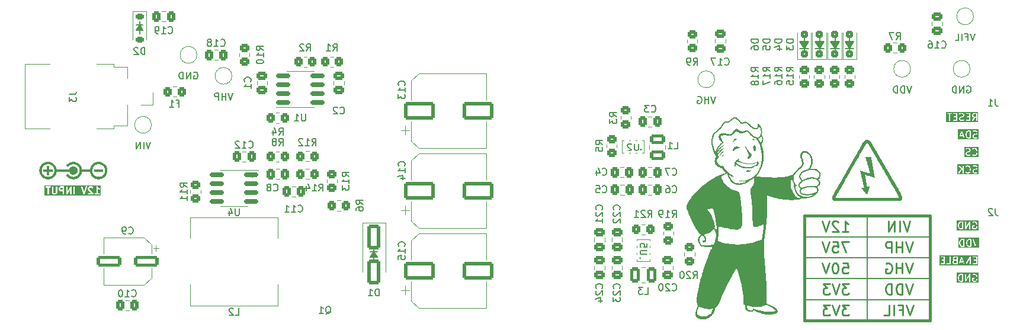
<source format=gbo>
G04 #@! TF.GenerationSoftware,KiCad,Pcbnew,7.0.7*
G04 #@! TF.CreationDate,2024-06-14T09:16:29+02:00*
G04 #@! TF.ProjectId,vfd_display,7666645f-6469-4737-906c-61792e6b6963,rev?*
G04 #@! TF.SameCoordinates,Original*
G04 #@! TF.FileFunction,Legend,Bot*
G04 #@! TF.FilePolarity,Positive*
%FSLAX46Y46*%
G04 Gerber Fmt 4.6, Leading zero omitted, Abs format (unit mm)*
G04 Created by KiCad (PCBNEW 7.0.7) date 2024-06-14 09:16:29*
%MOMM*%
%LPD*%
G01*
G04 APERTURE LIST*
G04 Aperture macros list*
%AMRoundRect*
0 Rectangle with rounded corners*
0 $1 Rounding radius*
0 $2 $3 $4 $5 $6 $7 $8 $9 X,Y pos of 4 corners*
0 Add a 4 corners polygon primitive as box body*
4,1,4,$2,$3,$4,$5,$6,$7,$8,$9,$2,$3,0*
0 Add four circle primitives for the rounded corners*
1,1,$1+$1,$2,$3*
1,1,$1+$1,$4,$5*
1,1,$1+$1,$6,$7*
1,1,$1+$1,$8,$9*
0 Add four rect primitives between the rounded corners*
20,1,$1+$1,$2,$3,$4,$5,0*
20,1,$1+$1,$4,$5,$6,$7,0*
20,1,$1+$1,$6,$7,$8,$9,0*
20,1,$1+$1,$8,$9,$2,$3,0*%
G04 Aperture macros list end*
%ADD10C,0.150000*%
%ADD11C,0.375000*%
%ADD12C,0.400000*%
%ADD13C,0.250000*%
%ADD14C,0.200000*%
%ADD15C,0.120000*%
%ADD16C,0.160000*%
%ADD17C,0.010000*%
%ADD18C,3.200000*%
%ADD19C,1.600000*%
%ADD20RoundRect,0.250000X0.300000X-0.300000X0.300000X0.300000X-0.300000X0.300000X-0.300000X-0.300000X0*%
%ADD21RoundRect,0.250000X-0.450000X0.350000X-0.450000X-0.350000X0.450000X-0.350000X0.450000X0.350000X0*%
%ADD22RoundRect,0.250000X-0.337500X-0.475000X0.337500X-0.475000X0.337500X0.475000X-0.337500X0.475000X0*%
%ADD23RoundRect,0.250000X1.500000X0.550000X-1.500000X0.550000X-1.500000X-0.550000X1.500000X-0.550000X0*%
%ADD24R,1.500000X2.900000*%
%ADD25R,6.300000X6.500000*%
%ADD26RoundRect,0.250000X0.450000X-0.350000X0.450000X0.350000X-0.450000X0.350000X-0.450000X-0.350000X0*%
%ADD27RoundRect,0.250000X0.337500X0.475000X-0.337500X0.475000X-0.337500X-0.475000X0.337500X-0.475000X0*%
%ADD28RoundRect,0.250000X0.350000X0.450000X-0.350000X0.450000X-0.350000X-0.450000X0.350000X-0.450000X0*%
%ADD29RoundRect,0.225000X-0.375000X0.225000X-0.375000X-0.225000X0.375000X-0.225000X0.375000X0.225000X0*%
%ADD30RoundRect,0.250000X-0.475000X0.337500X-0.475000X-0.337500X0.475000X-0.337500X0.475000X0.337500X0*%
%ADD31C,2.000000*%
%ADD32RoundRect,0.250000X-0.350000X-0.450000X0.350000X-0.450000X0.350000X0.450000X-0.350000X0.450000X0*%
%ADD33RoundRect,0.250000X0.475000X-0.337500X0.475000X0.337500X-0.475000X0.337500X-0.475000X-0.337500X0*%
%ADD34R,1.000000X0.700000*%
%ADD35R,4.900000X5.400000*%
%ADD36R,0.700000X1.000000*%
%ADD37R,4.400000X3.300000*%
%ADD38R,6.200000X3.900000*%
%ADD39RoundRect,0.250000X-0.325000X-0.450000X0.325000X-0.450000X0.325000X0.450000X-0.325000X0.450000X0*%
%ADD40RoundRect,0.250000X-1.950000X-1.000000X1.950000X-1.000000X1.950000X1.000000X-1.950000X1.000000X0*%
%ADD41RoundRect,0.250001X0.462499X0.849999X-0.462499X0.849999X-0.462499X-0.849999X0.462499X-0.849999X0*%
%ADD42RoundRect,0.150000X-0.825000X-0.150000X0.825000X-0.150000X0.825000X0.150000X-0.825000X0.150000X0*%
%ADD43RoundRect,0.150000X0.825000X0.150000X-0.825000X0.150000X-0.825000X-0.150000X0.825000X-0.150000X0*%
%ADD44R,2.750000X1.250000*%
%ADD45RoundRect,0.250000X-0.650000X1.500000X-0.650000X-1.500000X0.650000X-1.500000X0.650000X1.500000X0*%
%ADD46RoundRect,0.250001X-0.849999X0.462499X-0.849999X-0.462499X0.849999X-0.462499X0.849999X0.462499X0*%
G04 APERTURE END LIST*
D10*
X196000000Y-108500000D02*
X205000000Y-108500000D01*
X205000000Y-111500000D01*
X196000000Y-111500000D01*
X196000000Y-108500000D01*
X196000000Y-105500000D02*
X205000000Y-105500000D01*
X205000000Y-108500000D01*
X196000000Y-108500000D01*
X196000000Y-105500000D01*
X194100000Y-72600000D02*
X192900000Y-72600000D01*
X91500000Y-69250000D02*
X92500000Y-69250000D01*
X91500000Y-69250000D01*
X187000000Y-105500000D02*
X196000000Y-105500000D01*
X196000000Y-108500000D01*
X187000000Y-108500000D01*
X187000000Y-105500000D01*
X191400000Y-72600000D02*
X190800000Y-71600000D01*
X192000000Y-71600000D01*
X191400000Y-72600000D01*
G36*
X191400000Y-72600000D02*
G01*
X190800000Y-71600000D01*
X192000000Y-71600000D01*
X191400000Y-72600000D01*
G37*
X187000000Y-99500000D02*
X196000000Y-99500000D01*
X196000000Y-102500000D01*
X187000000Y-102500000D01*
X187000000Y-99500000D01*
X92000000Y-68750000D02*
X92000000Y-70500000D01*
X193500000Y-73500000D02*
X193500000Y-70700000D01*
X191400000Y-73500000D02*
X191400000Y-70700000D01*
X196000000Y-102500000D02*
X205000000Y-102500000D01*
X205000000Y-105500000D01*
X196000000Y-105500000D01*
X196000000Y-102500000D01*
X189200000Y-72600000D02*
X188600000Y-71600000D01*
X189800000Y-71600000D01*
X189200000Y-72600000D01*
G36*
X189200000Y-72600000D02*
G01*
X188600000Y-71600000D01*
X189800000Y-71600000D01*
X189200000Y-72600000D01*
G37*
X187000000Y-73500000D02*
X187000000Y-70700000D01*
X187000000Y-72600000D02*
X186400000Y-71600000D01*
X187600000Y-71600000D01*
X187000000Y-72600000D01*
G36*
X187000000Y-72600000D02*
G01*
X186400000Y-71600000D01*
X187600000Y-71600000D01*
X187000000Y-72600000D01*
G37*
X187000000Y-108500000D02*
X196000000Y-108500000D01*
X196000000Y-111500000D01*
X187000000Y-111500000D01*
X187000000Y-108500000D01*
X187000000Y-96500000D02*
X196000000Y-96500000D01*
X196000000Y-99500000D01*
X187000000Y-99500000D01*
X187000000Y-96500000D01*
X196000000Y-96500000D02*
X205000000Y-96500000D01*
X205000000Y-99500000D01*
X196000000Y-99500000D01*
X196000000Y-96500000D01*
X125500000Y-101125000D02*
X125500000Y-102875000D01*
X187000000Y-102500000D02*
X196000000Y-102500000D01*
X196000000Y-105500000D01*
X187000000Y-105500000D01*
X187000000Y-102500000D01*
X196000000Y-99500000D02*
X205000000Y-99500000D01*
X205000000Y-102500000D01*
X196000000Y-102500000D01*
X196000000Y-99500000D01*
X126000000Y-102375000D02*
X125000000Y-102375000D01*
X125500000Y-101625000D01*
X126000000Y-102375000D01*
G36*
X126000000Y-102375000D02*
G01*
X125000000Y-102375000D01*
X125500000Y-101625000D01*
X126000000Y-102375000D01*
G37*
X92500000Y-70000000D02*
X91500000Y-70000000D01*
X92000000Y-69250000D01*
X92500000Y-70000000D01*
G36*
X92500000Y-70000000D02*
G01*
X91500000Y-70000000D01*
X92000000Y-69250000D01*
X92500000Y-70000000D01*
G37*
X189800000Y-72600000D02*
X188600000Y-72600000D01*
X125000000Y-101625000D02*
X126000000Y-101625000D01*
X125000000Y-101625000D01*
D11*
X108287500Y-90700000D02*
G75*
G03*
X108287500Y-90700000I-187500J0D01*
G01*
D10*
X187600000Y-72600000D02*
X186400000Y-72600000D01*
X189200000Y-73500000D02*
X189200000Y-70700000D01*
X192000000Y-72600000D02*
X190800000Y-72600000D01*
X193500000Y-72600000D02*
X192900000Y-71600000D01*
X194100000Y-71600000D01*
X193500000Y-72600000D01*
G36*
X193500000Y-72600000D02*
G01*
X192900000Y-71600000D01*
X194100000Y-71600000D01*
X193500000Y-72600000D01*
G37*
D12*
X187000000Y-96500000D02*
X205000000Y-96500000D01*
X205000000Y-111500000D01*
X187000000Y-111500000D01*
X187000000Y-96500000D01*
D13*
X202142856Y-97237178D02*
X201642856Y-98737178D01*
X201642856Y-98737178D02*
X201142856Y-97237178D01*
X200642857Y-98737178D02*
X200642857Y-97237178D01*
X199928571Y-98737178D02*
X199928571Y-97237178D01*
X199928571Y-97237178D02*
X199071428Y-98737178D01*
X199071428Y-98737178D02*
X199071428Y-97237178D01*
X192428570Y-98737178D02*
X193285713Y-98737178D01*
X192857142Y-98737178D02*
X192857142Y-97237178D01*
X192857142Y-97237178D02*
X192999999Y-97451464D01*
X192999999Y-97451464D02*
X193142856Y-97594321D01*
X193142856Y-97594321D02*
X193285713Y-97665750D01*
X191857142Y-97380035D02*
X191785714Y-97308607D01*
X191785714Y-97308607D02*
X191642857Y-97237178D01*
X191642857Y-97237178D02*
X191285714Y-97237178D01*
X191285714Y-97237178D02*
X191142857Y-97308607D01*
X191142857Y-97308607D02*
X191071428Y-97380035D01*
X191071428Y-97380035D02*
X190999999Y-97522892D01*
X190999999Y-97522892D02*
X190999999Y-97665750D01*
X190999999Y-97665750D02*
X191071428Y-97880035D01*
X191071428Y-97880035D02*
X191928571Y-98737178D01*
X191928571Y-98737178D02*
X190999999Y-98737178D01*
X190571428Y-97237178D02*
X190071428Y-98737178D01*
X190071428Y-98737178D02*
X189571428Y-97237178D01*
D10*
G36*
X211928696Y-90587676D02*
G01*
X208921666Y-90587676D01*
X208921666Y-90373914D01*
X209064523Y-90373914D01*
X209084675Y-90421093D01*
X209130440Y-90444281D01*
X209180401Y-90432627D01*
X209199411Y-90414819D01*
X209576096Y-89912570D01*
X209635839Y-89972313D01*
X209635839Y-90369819D01*
X209653386Y-90418028D01*
X209697815Y-90443680D01*
X209748339Y-90434771D01*
X209781316Y-90395471D01*
X209785839Y-90369819D01*
X209785839Y-89458521D01*
X210064697Y-89458521D01*
X210077974Y-89508075D01*
X210120000Y-89537502D01*
X210171107Y-89533030D01*
X210192444Y-89518090D01*
X210227544Y-89482989D01*
X210342057Y-89444819D01*
X210412955Y-89444819D01*
X210527468Y-89482990D01*
X210601581Y-89557103D01*
X210640074Y-89634089D01*
X210683458Y-89807624D01*
X210683458Y-89932012D01*
X210640074Y-90105546D01*
X210601580Y-90182534D01*
X210527468Y-90256647D01*
X210412955Y-90294819D01*
X210342057Y-90294819D01*
X210227544Y-90256648D01*
X210192445Y-90221548D01*
X210145948Y-90199866D01*
X210096393Y-90213143D01*
X210066967Y-90255168D01*
X210071437Y-90306275D01*
X210086377Y-90327612D01*
X210133996Y-90375232D01*
X210138060Y-90377127D01*
X210140408Y-90380948D01*
X210163313Y-90393351D01*
X210306169Y-90440970D01*
X210307804Y-90440925D01*
X210329887Y-90444819D01*
X210425125Y-90444819D01*
X210426663Y-90444258D01*
X210448842Y-90440970D01*
X210591699Y-90393351D01*
X210595211Y-90390563D01*
X210599678Y-90390173D01*
X210621015Y-90375233D01*
X210716254Y-90279993D01*
X210716945Y-90278510D01*
X210730302Y-90260502D01*
X210770882Y-90179342D01*
X211064411Y-90179342D01*
X211065944Y-90183555D01*
X211064903Y-90187916D01*
X211072329Y-90212883D01*
X211119948Y-90308121D01*
X211121136Y-90309246D01*
X211133996Y-90327612D01*
X211181615Y-90375232D01*
X211183096Y-90375922D01*
X211201108Y-90389282D01*
X211296346Y-90436901D01*
X211300799Y-90437413D01*
X211304235Y-90440296D01*
X211329887Y-90444819D01*
X211567982Y-90444819D01*
X211569520Y-90444258D01*
X211591699Y-90440970D01*
X211734556Y-90393351D01*
X211774742Y-90361460D01*
X211785028Y-90311199D01*
X211760599Y-90266085D01*
X211712887Y-90247228D01*
X211687121Y-90251049D01*
X211555812Y-90294819D01*
X211347592Y-90294819D01*
X211279076Y-90260561D01*
X211248669Y-90230153D01*
X211214411Y-90161637D01*
X211214411Y-90101808D01*
X211248669Y-90033293D01*
X211279076Y-90002886D01*
X211356063Y-89964392D01*
X211538553Y-89918770D01*
X211541497Y-89916781D01*
X211553904Y-89913091D01*
X211649142Y-89865472D01*
X211650267Y-89864282D01*
X211668634Y-89851423D01*
X211716253Y-89803804D01*
X211716944Y-89802322D01*
X211730302Y-89784312D01*
X211777921Y-89689074D01*
X211778433Y-89684620D01*
X211781316Y-89681185D01*
X211785839Y-89655533D01*
X211785839Y-89560295D01*
X211784305Y-89556081D01*
X211785347Y-89551720D01*
X211777921Y-89526754D01*
X211730302Y-89431516D01*
X211729112Y-89430390D01*
X211716253Y-89412024D01*
X211668634Y-89364405D01*
X211667152Y-89363714D01*
X211649142Y-89350356D01*
X211553904Y-89302737D01*
X211549450Y-89302224D01*
X211546015Y-89299342D01*
X211520363Y-89294819D01*
X211282268Y-89294819D01*
X211280730Y-89295378D01*
X211258550Y-89298668D01*
X211115694Y-89346287D01*
X211075508Y-89378178D01*
X211065222Y-89428439D01*
X211089651Y-89473553D01*
X211137362Y-89492410D01*
X211163128Y-89488589D01*
X211294438Y-89444819D01*
X211502658Y-89444819D01*
X211571174Y-89479077D01*
X211601581Y-89509484D01*
X211635839Y-89578000D01*
X211635839Y-89637828D01*
X211601581Y-89706343D01*
X211571173Y-89736751D01*
X211494187Y-89775244D01*
X211311697Y-89820867D01*
X211308752Y-89822855D01*
X211296346Y-89826546D01*
X211201108Y-89874165D01*
X211199982Y-89875354D01*
X211181616Y-89888214D01*
X211133997Y-89935833D01*
X211133306Y-89937314D01*
X211119948Y-89955325D01*
X211072329Y-90050563D01*
X211071816Y-90055016D01*
X211068934Y-90058452D01*
X211064411Y-90084104D01*
X211064411Y-90179342D01*
X210770882Y-90179342D01*
X210777921Y-90165264D01*
X210778327Y-90161735D01*
X210783600Y-90149913D01*
X210831219Y-89959437D01*
X210830858Y-89955988D01*
X210833458Y-89941247D01*
X210833458Y-89798390D01*
X210832272Y-89795132D01*
X210831219Y-89780200D01*
X210783600Y-89589724D01*
X210781611Y-89586779D01*
X210777921Y-89574373D01*
X210730302Y-89479135D01*
X210729115Y-89478011D01*
X210716253Y-89459643D01*
X210621015Y-89364405D01*
X210616951Y-89362510D01*
X210614604Y-89358689D01*
X210591699Y-89346287D01*
X210448842Y-89298668D01*
X210447207Y-89298712D01*
X210425125Y-89294819D01*
X210329887Y-89294819D01*
X210328349Y-89295378D01*
X210306169Y-89298668D01*
X210163313Y-89346287D01*
X210159800Y-89349074D01*
X210155334Y-89349465D01*
X210133997Y-89364405D01*
X210086378Y-89412024D01*
X210064697Y-89458521D01*
X209785839Y-89458521D01*
X209785839Y-89369819D01*
X209768292Y-89321610D01*
X209723863Y-89295958D01*
X209673339Y-89304867D01*
X209640362Y-89344167D01*
X209635839Y-89369819D01*
X209635839Y-89760181D01*
X209192444Y-89316786D01*
X209145947Y-89295105D01*
X209096393Y-89308382D01*
X209066966Y-89350408D01*
X209071438Y-89401515D01*
X209086378Y-89422852D01*
X209468953Y-89805427D01*
X209079411Y-90324819D01*
X209064523Y-90373914D01*
X208921666Y-90373914D01*
X208921666Y-89151962D01*
X211928696Y-89151962D01*
X211928696Y-90587676D01*
G37*
D13*
X193357142Y-100237178D02*
X192357142Y-100237178D01*
X192357142Y-100237178D02*
X192999999Y-101737178D01*
X191071428Y-100237178D02*
X191785714Y-100237178D01*
X191785714Y-100237178D02*
X191857142Y-100951464D01*
X191857142Y-100951464D02*
X191785714Y-100880035D01*
X191785714Y-100880035D02*
X191642857Y-100808607D01*
X191642857Y-100808607D02*
X191285714Y-100808607D01*
X191285714Y-100808607D02*
X191142857Y-100880035D01*
X191142857Y-100880035D02*
X191071428Y-100951464D01*
X191071428Y-100951464D02*
X190999999Y-101094321D01*
X190999999Y-101094321D02*
X190999999Y-101451464D01*
X190999999Y-101451464D02*
X191071428Y-101594321D01*
X191071428Y-101594321D02*
X191142857Y-101665750D01*
X191142857Y-101665750D02*
X191285714Y-101737178D01*
X191285714Y-101737178D02*
X191642857Y-101737178D01*
X191642857Y-101737178D02*
X191785714Y-101665750D01*
X191785714Y-101665750D02*
X191857142Y-101594321D01*
X190571428Y-100237178D02*
X190071428Y-101737178D01*
X190071428Y-101737178D02*
X189571428Y-100237178D01*
X202607142Y-109237178D02*
X202107142Y-110737178D01*
X202107142Y-110737178D02*
X201607142Y-109237178D01*
X200607143Y-109951464D02*
X201107143Y-109951464D01*
X201107143Y-110737178D02*
X201107143Y-109237178D01*
X201107143Y-109237178D02*
X200392857Y-109237178D01*
X199821429Y-110737178D02*
X199821429Y-109237178D01*
X198392857Y-110737178D02*
X199107143Y-110737178D01*
X199107143Y-110737178D02*
X199107143Y-109237178D01*
D10*
G36*
X209540601Y-105794819D02*
G01*
X209389676Y-105794819D01*
X209275163Y-105756648D01*
X209201050Y-105682534D01*
X209162556Y-105605547D01*
X209119173Y-105432013D01*
X209119173Y-105307624D01*
X209162556Y-105134090D01*
X209201050Y-105057102D01*
X209275163Y-104982990D01*
X209389676Y-104944819D01*
X209540601Y-104944819D01*
X209540601Y-105794819D01*
G37*
G36*
X211928696Y-106087676D02*
G01*
X208826316Y-106087676D01*
X208826316Y-105441247D01*
X208969173Y-105441247D01*
X208970358Y-105444504D01*
X208971412Y-105459437D01*
X209019031Y-105649913D01*
X209021019Y-105652857D01*
X209024710Y-105665264D01*
X209072329Y-105760502D01*
X209073515Y-105761625D01*
X209086378Y-105779994D01*
X209181616Y-105875233D01*
X209185680Y-105877128D01*
X209188027Y-105880948D01*
X209210932Y-105893351D01*
X209353788Y-105940970D01*
X209355423Y-105940925D01*
X209377506Y-105944819D01*
X209615601Y-105944819D01*
X209633909Y-105938155D01*
X209653101Y-105934771D01*
X209657451Y-105929586D01*
X209663810Y-105927272D01*
X209673552Y-105910398D01*
X209686078Y-105895471D01*
X209687795Y-105885728D01*
X209689462Y-105882843D01*
X209688883Y-105879560D01*
X209690601Y-105869819D01*
X210016792Y-105869819D01*
X210019163Y-105876335D01*
X210017990Y-105883171D01*
X210027729Y-105899868D01*
X210034339Y-105918028D01*
X210040344Y-105921495D01*
X210043839Y-105927487D01*
X210062030Y-105934016D01*
X210078768Y-105943680D01*
X210085599Y-105942475D01*
X210092126Y-105944818D01*
X210110257Y-105938127D01*
X210129292Y-105934771D01*
X210133749Y-105929458D01*
X210140256Y-105927058D01*
X210156910Y-105907029D01*
X210588220Y-105152235D01*
X210588220Y-105869819D01*
X210605767Y-105918028D01*
X210650196Y-105943680D01*
X210700720Y-105934771D01*
X210733697Y-105895471D01*
X210738220Y-105869819D01*
X210738220Y-105774580D01*
X211016792Y-105774580D01*
X211022391Y-105789963D01*
X211023818Y-105806275D01*
X211033210Y-105819689D01*
X211034339Y-105822789D01*
X211036088Y-105823798D01*
X211038758Y-105827612D01*
X211086377Y-105875232D01*
X211090441Y-105877127D01*
X211092789Y-105880948D01*
X211115694Y-105893351D01*
X211258550Y-105940970D01*
X211260185Y-105940925D01*
X211282268Y-105944819D01*
X211377506Y-105944819D01*
X211379044Y-105944258D01*
X211401223Y-105940970D01*
X211544080Y-105893351D01*
X211547592Y-105890563D01*
X211552059Y-105890173D01*
X211573396Y-105875233D01*
X211668635Y-105779993D01*
X211669326Y-105778510D01*
X211682683Y-105760502D01*
X211730302Y-105665264D01*
X211730708Y-105661735D01*
X211735981Y-105649913D01*
X211783600Y-105459437D01*
X211783239Y-105455988D01*
X211785839Y-105441247D01*
X211785839Y-105298390D01*
X211784653Y-105295132D01*
X211783600Y-105280200D01*
X211735981Y-105089724D01*
X211733992Y-105086779D01*
X211730302Y-105074373D01*
X211682683Y-104979135D01*
X211681496Y-104978011D01*
X211668634Y-104959643D01*
X211573396Y-104864405D01*
X211569332Y-104862510D01*
X211566985Y-104858689D01*
X211544080Y-104846287D01*
X211401223Y-104798668D01*
X211399588Y-104798712D01*
X211377506Y-104794819D01*
X211234649Y-104794819D01*
X211230435Y-104796352D01*
X211226074Y-104795311D01*
X211201108Y-104802737D01*
X211105870Y-104850356D01*
X211070598Y-104887610D01*
X211067523Y-104938821D01*
X211098087Y-104980026D01*
X211147985Y-104991946D01*
X211172952Y-104984520D01*
X211252354Y-104944819D01*
X211365336Y-104944819D01*
X211479849Y-104982990D01*
X211553961Y-105057102D01*
X211592455Y-105134090D01*
X211635839Y-105307623D01*
X211635839Y-105432013D01*
X211592455Y-105605547D01*
X211553961Y-105682534D01*
X211479849Y-105756647D01*
X211365336Y-105794819D01*
X211294438Y-105794819D01*
X211179925Y-105756648D01*
X211166792Y-105743514D01*
X211166792Y-105516247D01*
X211282268Y-105516247D01*
X211330477Y-105498700D01*
X211356129Y-105454271D01*
X211347220Y-105403747D01*
X211307920Y-105370770D01*
X211282268Y-105366247D01*
X211091792Y-105366247D01*
X211073483Y-105372910D01*
X211054292Y-105376295D01*
X211049941Y-105381479D01*
X211043583Y-105383794D01*
X211033840Y-105400667D01*
X211021315Y-105415595D01*
X211019597Y-105425337D01*
X211017931Y-105428223D01*
X211018509Y-105431505D01*
X211016792Y-105441247D01*
X211016792Y-105774580D01*
X210738220Y-105774580D01*
X210738220Y-104869819D01*
X210735847Y-104863301D01*
X210737022Y-104856466D01*
X210727282Y-104839768D01*
X210720673Y-104821610D01*
X210714668Y-104818142D01*
X210711173Y-104812151D01*
X210692981Y-104805621D01*
X210676244Y-104795958D01*
X210669412Y-104797162D01*
X210662886Y-104794820D01*
X210644754Y-104801510D01*
X210625720Y-104804867D01*
X210621262Y-104810179D01*
X210614756Y-104812580D01*
X210598102Y-104832608D01*
X210166792Y-105587402D01*
X210166792Y-104869819D01*
X210149245Y-104821610D01*
X210104816Y-104795958D01*
X210054292Y-104804867D01*
X210021315Y-104844167D01*
X210016792Y-104869819D01*
X210016792Y-105869819D01*
X209690601Y-105869819D01*
X209690601Y-104869819D01*
X209683937Y-104851510D01*
X209680553Y-104832319D01*
X209675368Y-104827968D01*
X209673054Y-104821610D01*
X209656180Y-104811867D01*
X209641253Y-104799342D01*
X209631510Y-104797624D01*
X209628625Y-104795958D01*
X209625342Y-104796536D01*
X209615601Y-104794819D01*
X209377506Y-104794819D01*
X209375968Y-104795378D01*
X209353788Y-104798668D01*
X209210932Y-104846287D01*
X209207421Y-104849073D01*
X209202953Y-104849464D01*
X209181616Y-104864405D01*
X209086378Y-104959643D01*
X209085687Y-104961124D01*
X209072329Y-104979135D01*
X209024710Y-105074373D01*
X209024303Y-105077901D01*
X209019031Y-105089724D01*
X208971412Y-105280200D01*
X208971772Y-105283648D01*
X208969173Y-105298390D01*
X208969173Y-105441247D01*
X208826316Y-105441247D01*
X208826316Y-104651962D01*
X211928696Y-104651962D01*
X211928696Y-106087676D01*
G37*
D13*
X193357142Y-106237178D02*
X192428570Y-106237178D01*
X192428570Y-106237178D02*
X192928570Y-106808607D01*
X192928570Y-106808607D02*
X192714285Y-106808607D01*
X192714285Y-106808607D02*
X192571428Y-106880035D01*
X192571428Y-106880035D02*
X192499999Y-106951464D01*
X192499999Y-106951464D02*
X192428570Y-107094321D01*
X192428570Y-107094321D02*
X192428570Y-107451464D01*
X192428570Y-107451464D02*
X192499999Y-107594321D01*
X192499999Y-107594321D02*
X192571428Y-107665750D01*
X192571428Y-107665750D02*
X192714285Y-107737178D01*
X192714285Y-107737178D02*
X193142856Y-107737178D01*
X193142856Y-107737178D02*
X193285713Y-107665750D01*
X193285713Y-107665750D02*
X193357142Y-107594321D01*
X191999999Y-106237178D02*
X191499999Y-107737178D01*
X191499999Y-107737178D02*
X190999999Y-106237178D01*
X190642857Y-106237178D02*
X189714285Y-106237178D01*
X189714285Y-106237178D02*
X190214285Y-106808607D01*
X190214285Y-106808607D02*
X190000000Y-106808607D01*
X190000000Y-106808607D02*
X189857143Y-106880035D01*
X189857143Y-106880035D02*
X189785714Y-106951464D01*
X189785714Y-106951464D02*
X189714285Y-107094321D01*
X189714285Y-107094321D02*
X189714285Y-107451464D01*
X189714285Y-107451464D02*
X189785714Y-107594321D01*
X189785714Y-107594321D02*
X189857143Y-107665750D01*
X189857143Y-107665750D02*
X190000000Y-107737178D01*
X190000000Y-107737178D02*
X190428571Y-107737178D01*
X190428571Y-107737178D02*
X190571428Y-107665750D01*
X190571428Y-107665750D02*
X190642857Y-107594321D01*
D10*
G36*
X211588220Y-82318628D02*
G01*
X211299973Y-82318628D01*
X211231457Y-82284370D01*
X211201050Y-82253963D01*
X211166792Y-82185447D01*
X211166792Y-82078000D01*
X211201050Y-82009484D01*
X211231457Y-81979077D01*
X211299973Y-81944819D01*
X211588220Y-81944819D01*
X211588220Y-82318628D01*
G37*
G36*
X211881077Y-83087676D02*
G01*
X207256026Y-83087676D01*
X207256026Y-81856795D01*
X207398883Y-81856795D01*
X207407792Y-81907319D01*
X207447092Y-81940296D01*
X207472744Y-81944819D01*
X207683458Y-81944819D01*
X207683458Y-82869819D01*
X207701005Y-82918028D01*
X207745434Y-82943680D01*
X207795958Y-82934771D01*
X207828935Y-82895471D01*
X207833458Y-82869819D01*
X207833458Y-82856795D01*
X208256026Y-82856795D01*
X208264935Y-82907319D01*
X208304235Y-82940296D01*
X208329887Y-82944819D01*
X208806077Y-82944819D01*
X208824385Y-82938155D01*
X208843577Y-82934771D01*
X208847927Y-82929586D01*
X208854286Y-82927272D01*
X208864028Y-82910398D01*
X208876554Y-82895471D01*
X208878271Y-82885728D01*
X208879938Y-82882843D01*
X208879359Y-82879560D01*
X208881077Y-82869819D01*
X208881077Y-82679342D01*
X209159649Y-82679342D01*
X209161182Y-82683555D01*
X209160141Y-82687916D01*
X209167567Y-82712883D01*
X209215186Y-82808121D01*
X209216374Y-82809246D01*
X209229234Y-82827612D01*
X209276853Y-82875232D01*
X209278334Y-82875922D01*
X209296346Y-82889282D01*
X209391584Y-82936901D01*
X209396037Y-82937413D01*
X209399473Y-82940296D01*
X209425125Y-82944819D01*
X209663220Y-82944819D01*
X209664758Y-82944258D01*
X209686937Y-82940970D01*
X209829794Y-82893351D01*
X209869980Y-82861460D01*
X209870935Y-82856795D01*
X210113169Y-82856795D01*
X210122078Y-82907319D01*
X210161378Y-82940296D01*
X210187030Y-82944819D01*
X210663220Y-82944819D01*
X210681528Y-82938155D01*
X210700720Y-82934771D01*
X210705070Y-82929586D01*
X210711429Y-82927272D01*
X210721171Y-82910398D01*
X210733697Y-82895471D01*
X210735414Y-82885728D01*
X210737081Y-82882843D01*
X210736502Y-82879560D01*
X210738220Y-82869819D01*
X210738220Y-82203152D01*
X211016792Y-82203152D01*
X211018325Y-82207365D01*
X211017284Y-82211726D01*
X211024710Y-82236693D01*
X211072329Y-82331931D01*
X211073518Y-82333056D01*
X211086378Y-82351423D01*
X211133997Y-82399042D01*
X211135478Y-82399733D01*
X211153489Y-82413091D01*
X211248727Y-82460710D01*
X211253180Y-82461222D01*
X211256616Y-82464105D01*
X211281207Y-82468440D01*
X211030350Y-82826809D01*
X211017079Y-82876366D01*
X211038766Y-82922860D01*
X211085266Y-82944535D01*
X211134819Y-82931250D01*
X211153234Y-82912829D01*
X211464174Y-82468628D01*
X211588220Y-82468628D01*
X211588220Y-82869819D01*
X211605767Y-82918028D01*
X211650196Y-82943680D01*
X211700720Y-82934771D01*
X211733697Y-82895471D01*
X211738220Y-82869819D01*
X211738220Y-81869819D01*
X211731556Y-81851510D01*
X211728172Y-81832319D01*
X211722987Y-81827968D01*
X211720673Y-81821610D01*
X211703799Y-81811867D01*
X211688872Y-81799342D01*
X211679129Y-81797624D01*
X211676244Y-81795958D01*
X211672961Y-81796536D01*
X211663220Y-81794819D01*
X211282268Y-81794819D01*
X211278054Y-81796352D01*
X211273693Y-81795311D01*
X211248727Y-81802737D01*
X211153489Y-81850356D01*
X211152363Y-81851545D01*
X211133997Y-81864405D01*
X211086378Y-81912024D01*
X211085687Y-81913505D01*
X211072329Y-81931516D01*
X211024710Y-82026754D01*
X211024197Y-82031207D01*
X211021315Y-82034643D01*
X211016792Y-82060295D01*
X211016792Y-82203152D01*
X210738220Y-82203152D01*
X210738220Y-81869819D01*
X210731556Y-81851510D01*
X210728172Y-81832319D01*
X210722987Y-81827968D01*
X210720673Y-81821610D01*
X210703799Y-81811867D01*
X210688872Y-81799342D01*
X210679129Y-81797624D01*
X210676244Y-81795958D01*
X210672961Y-81796536D01*
X210663220Y-81794819D01*
X210187030Y-81794819D01*
X210138821Y-81812366D01*
X210113169Y-81856795D01*
X210122078Y-81907319D01*
X210161378Y-81940296D01*
X210187030Y-81944819D01*
X210588220Y-81944819D01*
X210588220Y-82271009D01*
X210329887Y-82271009D01*
X210281678Y-82288556D01*
X210256026Y-82332985D01*
X210264935Y-82383509D01*
X210304235Y-82416486D01*
X210329887Y-82421009D01*
X210588220Y-82421009D01*
X210588220Y-82794819D01*
X210187030Y-82794819D01*
X210138821Y-82812366D01*
X210113169Y-82856795D01*
X209870935Y-82856795D01*
X209880266Y-82811199D01*
X209855837Y-82766085D01*
X209808125Y-82747228D01*
X209782359Y-82751049D01*
X209651050Y-82794819D01*
X209442830Y-82794819D01*
X209374314Y-82760561D01*
X209343907Y-82730153D01*
X209309649Y-82661636D01*
X209309649Y-82601809D01*
X209343906Y-82533293D01*
X209374314Y-82502885D01*
X209451301Y-82464392D01*
X209633791Y-82418770D01*
X209636735Y-82416781D01*
X209649142Y-82413091D01*
X209744380Y-82365472D01*
X209745505Y-82364282D01*
X209763872Y-82351423D01*
X209811491Y-82303804D01*
X209812182Y-82302322D01*
X209825540Y-82284312D01*
X209873159Y-82189074D01*
X209873671Y-82184620D01*
X209876554Y-82181185D01*
X209881077Y-82155533D01*
X209881077Y-82060295D01*
X209879543Y-82056081D01*
X209880585Y-82051720D01*
X209873159Y-82026754D01*
X209825540Y-81931516D01*
X209824350Y-81930390D01*
X209811491Y-81912024D01*
X209763872Y-81864405D01*
X209762390Y-81863714D01*
X209744380Y-81850356D01*
X209649142Y-81802737D01*
X209644688Y-81802224D01*
X209641253Y-81799342D01*
X209615601Y-81794819D01*
X209377506Y-81794819D01*
X209375968Y-81795378D01*
X209353788Y-81798668D01*
X209210932Y-81846287D01*
X209170746Y-81878178D01*
X209160460Y-81928439D01*
X209184889Y-81973553D01*
X209232600Y-81992410D01*
X209258366Y-81988589D01*
X209389676Y-81944819D01*
X209597896Y-81944819D01*
X209666411Y-81979076D01*
X209696819Y-82009484D01*
X209731077Y-82078000D01*
X209731077Y-82137828D01*
X209696819Y-82206343D01*
X209666411Y-82236751D01*
X209589425Y-82275244D01*
X209406935Y-82320867D01*
X209403990Y-82322855D01*
X209391584Y-82326546D01*
X209296346Y-82374165D01*
X209295220Y-82375354D01*
X209276854Y-82388214D01*
X209229235Y-82435833D01*
X209228544Y-82437314D01*
X209215186Y-82455325D01*
X209167567Y-82550563D01*
X209167054Y-82555016D01*
X209164172Y-82558452D01*
X209159649Y-82584104D01*
X209159649Y-82679342D01*
X208881077Y-82679342D01*
X208881077Y-81869819D01*
X208874413Y-81851510D01*
X208871029Y-81832319D01*
X208865844Y-81827968D01*
X208863530Y-81821610D01*
X208846656Y-81811867D01*
X208831729Y-81799342D01*
X208821986Y-81797624D01*
X208819101Y-81795958D01*
X208815818Y-81796536D01*
X208806077Y-81794819D01*
X208329887Y-81794819D01*
X208281678Y-81812366D01*
X208256026Y-81856795D01*
X208264935Y-81907319D01*
X208304235Y-81940296D01*
X208329887Y-81944819D01*
X208731077Y-81944819D01*
X208731077Y-82271009D01*
X208472744Y-82271009D01*
X208424535Y-82288556D01*
X208398883Y-82332985D01*
X208407792Y-82383509D01*
X208447092Y-82416486D01*
X208472744Y-82421009D01*
X208731077Y-82421009D01*
X208731077Y-82794819D01*
X208329887Y-82794819D01*
X208281678Y-82812366D01*
X208256026Y-82856795D01*
X207833458Y-82856795D01*
X207833458Y-81944819D01*
X208044172Y-81944819D01*
X208092381Y-81927272D01*
X208118033Y-81882843D01*
X208109124Y-81832319D01*
X208069824Y-81799342D01*
X208044172Y-81794819D01*
X207472744Y-81794819D01*
X207424535Y-81812366D01*
X207398883Y-81856795D01*
X207256026Y-81856795D01*
X207256026Y-81651962D01*
X211881077Y-81651962D01*
X211881077Y-83087676D01*
G37*
D13*
X202535713Y-103237178D02*
X202035713Y-104737178D01*
X202035713Y-104737178D02*
X201535713Y-103237178D01*
X201035714Y-104737178D02*
X201035714Y-103237178D01*
X201035714Y-103951464D02*
X200178571Y-103951464D01*
X200178571Y-104737178D02*
X200178571Y-103237178D01*
X198678570Y-103308607D02*
X198821428Y-103237178D01*
X198821428Y-103237178D02*
X199035713Y-103237178D01*
X199035713Y-103237178D02*
X199249999Y-103308607D01*
X199249999Y-103308607D02*
X199392856Y-103451464D01*
X199392856Y-103451464D02*
X199464285Y-103594321D01*
X199464285Y-103594321D02*
X199535713Y-103880035D01*
X199535713Y-103880035D02*
X199535713Y-104094321D01*
X199535713Y-104094321D02*
X199464285Y-104380035D01*
X199464285Y-104380035D02*
X199392856Y-104522892D01*
X199392856Y-104522892D02*
X199249999Y-104665750D01*
X199249999Y-104665750D02*
X199035713Y-104737178D01*
X199035713Y-104737178D02*
X198892856Y-104737178D01*
X198892856Y-104737178D02*
X198678570Y-104665750D01*
X198678570Y-104665750D02*
X198607142Y-104594321D01*
X198607142Y-104594321D02*
X198607142Y-104094321D01*
X198607142Y-104094321D02*
X198892856Y-104094321D01*
D10*
G36*
X209540601Y-98294819D02*
G01*
X209389676Y-98294819D01*
X209275163Y-98256648D01*
X209201050Y-98182534D01*
X209162556Y-98105546D01*
X209119173Y-97932013D01*
X209119173Y-97807624D01*
X209162556Y-97634090D01*
X209201050Y-97557103D01*
X209275163Y-97482989D01*
X209389676Y-97444819D01*
X209540601Y-97444819D01*
X209540601Y-98294819D01*
G37*
G36*
X211928696Y-98587676D02*
G01*
X208826316Y-98587676D01*
X208826316Y-97941247D01*
X208969173Y-97941247D01*
X208970358Y-97944504D01*
X208971412Y-97959437D01*
X209019031Y-98149913D01*
X209021019Y-98152857D01*
X209024710Y-98165264D01*
X209072329Y-98260502D01*
X209073515Y-98261625D01*
X209086378Y-98279994D01*
X209181616Y-98375233D01*
X209185680Y-98377128D01*
X209188027Y-98380948D01*
X209210932Y-98393351D01*
X209353788Y-98440970D01*
X209355423Y-98440925D01*
X209377506Y-98444819D01*
X209615601Y-98444819D01*
X209633909Y-98438155D01*
X209653101Y-98434771D01*
X209657451Y-98429586D01*
X209663810Y-98427272D01*
X209673552Y-98410398D01*
X209686078Y-98395471D01*
X209687795Y-98385728D01*
X209689462Y-98382843D01*
X209688883Y-98379560D01*
X209690601Y-98369819D01*
X210016792Y-98369819D01*
X210019163Y-98376335D01*
X210017990Y-98383171D01*
X210027729Y-98399868D01*
X210034339Y-98418028D01*
X210040344Y-98421495D01*
X210043839Y-98427487D01*
X210062030Y-98434016D01*
X210078768Y-98443680D01*
X210085599Y-98442475D01*
X210092126Y-98444818D01*
X210110257Y-98438127D01*
X210129292Y-98434771D01*
X210133749Y-98429458D01*
X210140256Y-98427058D01*
X210156910Y-98407029D01*
X210588220Y-97652235D01*
X210588220Y-98369819D01*
X210605767Y-98418028D01*
X210650196Y-98443680D01*
X210700720Y-98434771D01*
X210733697Y-98395471D01*
X210738220Y-98369819D01*
X210738220Y-98274580D01*
X211016792Y-98274580D01*
X211022391Y-98289963D01*
X211023818Y-98306275D01*
X211033210Y-98319689D01*
X211034339Y-98322789D01*
X211036088Y-98323798D01*
X211038758Y-98327612D01*
X211086377Y-98375232D01*
X211090441Y-98377127D01*
X211092789Y-98380948D01*
X211115694Y-98393351D01*
X211258550Y-98440970D01*
X211260185Y-98440925D01*
X211282268Y-98444819D01*
X211377506Y-98444819D01*
X211379044Y-98444258D01*
X211401223Y-98440970D01*
X211544080Y-98393351D01*
X211547592Y-98390563D01*
X211552059Y-98390173D01*
X211573396Y-98375233D01*
X211668635Y-98279993D01*
X211669326Y-98278510D01*
X211682683Y-98260502D01*
X211730302Y-98165264D01*
X211730708Y-98161735D01*
X211735981Y-98149913D01*
X211783600Y-97959437D01*
X211783239Y-97955988D01*
X211785839Y-97941247D01*
X211785839Y-97798390D01*
X211784653Y-97795132D01*
X211783600Y-97780200D01*
X211735981Y-97589724D01*
X211733992Y-97586779D01*
X211730302Y-97574373D01*
X211682683Y-97479135D01*
X211681496Y-97478011D01*
X211668634Y-97459643D01*
X211573396Y-97364405D01*
X211569332Y-97362510D01*
X211566985Y-97358689D01*
X211544080Y-97346287D01*
X211401223Y-97298668D01*
X211399588Y-97298712D01*
X211377506Y-97294819D01*
X211234649Y-97294819D01*
X211230435Y-97296352D01*
X211226074Y-97295311D01*
X211201108Y-97302737D01*
X211105870Y-97350356D01*
X211070598Y-97387610D01*
X211067523Y-97438821D01*
X211098087Y-97480026D01*
X211147985Y-97491946D01*
X211172952Y-97484520D01*
X211252354Y-97444819D01*
X211365336Y-97444819D01*
X211479849Y-97482990D01*
X211553962Y-97557102D01*
X211592455Y-97634090D01*
X211635839Y-97807624D01*
X211635839Y-97932013D01*
X211592455Y-98105547D01*
X211553961Y-98182534D01*
X211479849Y-98256647D01*
X211365336Y-98294819D01*
X211294438Y-98294819D01*
X211179925Y-98256648D01*
X211166792Y-98243514D01*
X211166792Y-98016247D01*
X211282268Y-98016247D01*
X211330477Y-97998700D01*
X211356129Y-97954271D01*
X211347220Y-97903747D01*
X211307920Y-97870770D01*
X211282268Y-97866247D01*
X211091792Y-97866247D01*
X211073483Y-97872910D01*
X211054292Y-97876295D01*
X211049941Y-97881479D01*
X211043583Y-97883794D01*
X211033840Y-97900667D01*
X211021315Y-97915595D01*
X211019597Y-97925337D01*
X211017931Y-97928223D01*
X211018509Y-97931505D01*
X211016792Y-97941247D01*
X211016792Y-98274580D01*
X210738220Y-98274580D01*
X210738220Y-97369819D01*
X210735847Y-97363301D01*
X210737022Y-97356466D01*
X210727282Y-97339768D01*
X210720673Y-97321610D01*
X210714668Y-97318142D01*
X210711173Y-97312151D01*
X210692981Y-97305621D01*
X210676244Y-97295958D01*
X210669412Y-97297162D01*
X210662886Y-97294820D01*
X210644754Y-97301510D01*
X210625720Y-97304867D01*
X210621262Y-97310179D01*
X210614756Y-97312580D01*
X210598102Y-97332608D01*
X210166792Y-98087402D01*
X210166792Y-97369819D01*
X210149245Y-97321610D01*
X210104816Y-97295958D01*
X210054292Y-97304867D01*
X210021315Y-97344167D01*
X210016792Y-97369819D01*
X210016792Y-98369819D01*
X209690601Y-98369819D01*
X209690601Y-97369819D01*
X209683937Y-97351510D01*
X209680553Y-97332319D01*
X209675368Y-97327968D01*
X209673054Y-97321610D01*
X209656180Y-97311867D01*
X209641253Y-97299342D01*
X209631510Y-97297624D01*
X209628625Y-97295958D01*
X209625342Y-97296536D01*
X209615601Y-97294819D01*
X209377506Y-97294819D01*
X209375968Y-97295378D01*
X209353788Y-97298668D01*
X209210932Y-97346287D01*
X209207421Y-97349073D01*
X209202953Y-97349464D01*
X209181616Y-97364405D01*
X209086378Y-97459643D01*
X209085687Y-97461124D01*
X209072329Y-97479135D01*
X209024710Y-97574373D01*
X209024303Y-97577901D01*
X209019031Y-97589724D01*
X208971412Y-97780200D01*
X208971772Y-97783648D01*
X208969173Y-97798390D01*
X208969173Y-97941247D01*
X208826316Y-97941247D01*
X208826316Y-97151962D01*
X211928696Y-97151962D01*
X211928696Y-98587676D01*
G37*
D13*
X202535713Y-100237178D02*
X202035713Y-101737178D01*
X202035713Y-101737178D02*
X201535713Y-100237178D01*
X201035714Y-101737178D02*
X201035714Y-100237178D01*
X201035714Y-100951464D02*
X200178571Y-100951464D01*
X200178571Y-101737178D02*
X200178571Y-100237178D01*
X199464285Y-101737178D02*
X199464285Y-100237178D01*
X199464285Y-100237178D02*
X198892856Y-100237178D01*
X198892856Y-100237178D02*
X198749999Y-100308607D01*
X198749999Y-100308607D02*
X198678570Y-100380035D01*
X198678570Y-100380035D02*
X198607142Y-100522892D01*
X198607142Y-100522892D02*
X198607142Y-100737178D01*
X198607142Y-100737178D02*
X198678570Y-100880035D01*
X198678570Y-100880035D02*
X198749999Y-100951464D01*
X198749999Y-100951464D02*
X198892856Y-101022892D01*
X198892856Y-101022892D02*
X199464285Y-101022892D01*
X193357142Y-109237178D02*
X192428570Y-109237178D01*
X192428570Y-109237178D02*
X192928570Y-109808607D01*
X192928570Y-109808607D02*
X192714285Y-109808607D01*
X192714285Y-109808607D02*
X192571428Y-109880035D01*
X192571428Y-109880035D02*
X192499999Y-109951464D01*
X192499999Y-109951464D02*
X192428570Y-110094321D01*
X192428570Y-110094321D02*
X192428570Y-110451464D01*
X192428570Y-110451464D02*
X192499999Y-110594321D01*
X192499999Y-110594321D02*
X192571428Y-110665750D01*
X192571428Y-110665750D02*
X192714285Y-110737178D01*
X192714285Y-110737178D02*
X193142856Y-110737178D01*
X193142856Y-110737178D02*
X193285713Y-110665750D01*
X193285713Y-110665750D02*
X193357142Y-110594321D01*
X191999999Y-109237178D02*
X191499999Y-110737178D01*
X191499999Y-110737178D02*
X190999999Y-109237178D01*
X190642857Y-109237178D02*
X189714285Y-109237178D01*
X189714285Y-109237178D02*
X190214285Y-109808607D01*
X190214285Y-109808607D02*
X190000000Y-109808607D01*
X190000000Y-109808607D02*
X189857143Y-109880035D01*
X189857143Y-109880035D02*
X189785714Y-109951464D01*
X189785714Y-109951464D02*
X189714285Y-110094321D01*
X189714285Y-110094321D02*
X189714285Y-110451464D01*
X189714285Y-110451464D02*
X189785714Y-110594321D01*
X189785714Y-110594321D02*
X189857143Y-110665750D01*
X189857143Y-110665750D02*
X190000000Y-110737178D01*
X190000000Y-110737178D02*
X190428571Y-110737178D01*
X190428571Y-110737178D02*
X190571428Y-110665750D01*
X190571428Y-110665750D02*
X190642857Y-110594321D01*
D10*
G36*
X210635839Y-85294819D02*
G01*
X210484914Y-85294819D01*
X210370401Y-85256648D01*
X210296288Y-85182534D01*
X210257794Y-85105546D01*
X210214411Y-84932012D01*
X210214411Y-84807624D01*
X210257794Y-84634089D01*
X210296288Y-84557102D01*
X210370401Y-84482990D01*
X210484914Y-84444819D01*
X210635839Y-84444819D01*
X210635839Y-85294819D01*
G37*
G36*
X209654401Y-85009104D02*
G01*
X209386325Y-85009104D01*
X209520363Y-84606989D01*
X209654401Y-85009104D01*
G37*
G36*
X211928696Y-85587676D02*
G01*
X208973022Y-85587676D01*
X208973022Y-85346102D01*
X209115879Y-85346102D01*
X209117280Y-85397386D01*
X209151317Y-85435771D01*
X209202066Y-85443296D01*
X209245778Y-85416441D01*
X209258181Y-85393536D01*
X209336325Y-85159104D01*
X209704401Y-85159104D01*
X209782545Y-85393536D01*
X209814436Y-85433722D01*
X209864697Y-85444008D01*
X209909811Y-85419579D01*
X209928668Y-85371867D01*
X209924847Y-85346102D01*
X209789895Y-84941247D01*
X210064411Y-84941247D01*
X210065596Y-84944504D01*
X210066650Y-84959437D01*
X210114269Y-85149913D01*
X210116257Y-85152857D01*
X210119948Y-85165264D01*
X210167567Y-85260502D01*
X210168753Y-85261625D01*
X210181616Y-85279994D01*
X210276854Y-85375233D01*
X210280918Y-85377128D01*
X210283265Y-85380948D01*
X210306170Y-85393351D01*
X210449026Y-85440970D01*
X210450661Y-85440925D01*
X210472744Y-85444819D01*
X210710839Y-85444819D01*
X210729147Y-85438155D01*
X210748339Y-85434771D01*
X210752689Y-85429586D01*
X210759048Y-85427272D01*
X210768790Y-85410398D01*
X210781316Y-85395471D01*
X210783033Y-85385728D01*
X210784700Y-85382843D01*
X210784121Y-85379560D01*
X210785839Y-85369819D01*
X210785839Y-85179342D01*
X211064411Y-85179342D01*
X211065944Y-85183555D01*
X211064903Y-85187916D01*
X211072329Y-85212883D01*
X211119948Y-85308121D01*
X211121136Y-85309246D01*
X211133996Y-85327612D01*
X211181615Y-85375232D01*
X211183096Y-85375922D01*
X211201108Y-85389282D01*
X211296346Y-85436901D01*
X211300799Y-85437413D01*
X211304235Y-85440296D01*
X211329887Y-85444819D01*
X211567982Y-85444819D01*
X211569520Y-85444258D01*
X211591699Y-85440970D01*
X211734556Y-85393351D01*
X211774742Y-85361460D01*
X211785028Y-85311199D01*
X211760599Y-85266085D01*
X211712887Y-85247228D01*
X211687121Y-85251049D01*
X211555812Y-85294819D01*
X211347592Y-85294819D01*
X211279076Y-85260561D01*
X211248669Y-85230153D01*
X211214411Y-85161637D01*
X211214411Y-85101808D01*
X211248669Y-85033292D01*
X211279075Y-85002886D01*
X211356063Y-84964392D01*
X211538553Y-84918770D01*
X211541497Y-84916781D01*
X211553904Y-84913091D01*
X211649142Y-84865472D01*
X211650267Y-84864282D01*
X211668634Y-84851423D01*
X211716253Y-84803804D01*
X211716944Y-84802322D01*
X211730302Y-84784312D01*
X211777921Y-84689074D01*
X211778433Y-84684620D01*
X211781316Y-84681185D01*
X211785839Y-84655533D01*
X211785839Y-84560295D01*
X211784305Y-84556081D01*
X211785347Y-84551720D01*
X211777921Y-84526754D01*
X211730302Y-84431516D01*
X211729112Y-84430390D01*
X211716253Y-84412024D01*
X211668634Y-84364405D01*
X211667152Y-84363714D01*
X211649142Y-84350356D01*
X211553904Y-84302737D01*
X211549450Y-84302224D01*
X211546015Y-84299342D01*
X211520363Y-84294819D01*
X211282268Y-84294819D01*
X211280730Y-84295378D01*
X211258550Y-84298668D01*
X211115694Y-84346287D01*
X211075508Y-84378178D01*
X211065222Y-84428439D01*
X211089651Y-84473553D01*
X211137362Y-84492410D01*
X211163128Y-84488589D01*
X211294438Y-84444819D01*
X211502658Y-84444819D01*
X211571174Y-84479077D01*
X211601581Y-84509484D01*
X211635839Y-84578000D01*
X211635839Y-84637827D01*
X211601581Y-84706344D01*
X211571174Y-84736751D01*
X211494187Y-84775244D01*
X211311697Y-84820867D01*
X211308752Y-84822855D01*
X211296346Y-84826546D01*
X211201108Y-84874165D01*
X211199982Y-84875354D01*
X211181616Y-84888214D01*
X211133997Y-84935833D01*
X211133306Y-84937314D01*
X211119948Y-84955325D01*
X211072329Y-85050563D01*
X211071816Y-85055016D01*
X211068934Y-85058452D01*
X211064411Y-85084104D01*
X211064411Y-85179342D01*
X210785839Y-85179342D01*
X210785839Y-84369819D01*
X210779175Y-84351510D01*
X210775791Y-84332319D01*
X210770606Y-84327968D01*
X210768292Y-84321610D01*
X210751418Y-84311867D01*
X210736491Y-84299342D01*
X210726748Y-84297624D01*
X210723863Y-84295958D01*
X210720580Y-84296536D01*
X210710839Y-84294819D01*
X210472744Y-84294819D01*
X210471206Y-84295378D01*
X210449026Y-84298668D01*
X210306170Y-84346287D01*
X210302659Y-84349073D01*
X210298191Y-84349464D01*
X210276854Y-84364405D01*
X210181616Y-84459643D01*
X210180925Y-84461124D01*
X210167567Y-84479135D01*
X210119948Y-84574373D01*
X210119541Y-84577901D01*
X210114269Y-84589724D01*
X210066650Y-84780200D01*
X210067010Y-84783648D01*
X210064411Y-84798390D01*
X210064411Y-84941247D01*
X209789895Y-84941247D01*
X209591514Y-84346102D01*
X209590171Y-84344410D01*
X209590113Y-84342253D01*
X209574371Y-84324500D01*
X209559623Y-84305916D01*
X209557508Y-84305483D01*
X209556075Y-84303867D01*
X209532606Y-84300387D01*
X209509362Y-84295630D01*
X209507462Y-84296658D01*
X209505327Y-84296342D01*
X209485109Y-84308762D01*
X209464248Y-84320059D01*
X209463454Y-84322066D01*
X209461614Y-84323197D01*
X209449212Y-84346102D01*
X209115879Y-85346102D01*
X208973022Y-85346102D01*
X208973022Y-84151962D01*
X211928696Y-84151962D01*
X211928696Y-85587676D01*
G37*
G36*
X211928696Y-88087676D02*
G01*
X209921554Y-88087676D01*
X209921554Y-87679342D01*
X210064411Y-87679342D01*
X210065944Y-87683555D01*
X210064903Y-87687916D01*
X210072329Y-87712883D01*
X210119948Y-87808121D01*
X210121136Y-87809246D01*
X210133996Y-87827612D01*
X210181615Y-87875232D01*
X210183096Y-87875922D01*
X210201108Y-87889282D01*
X210296346Y-87936901D01*
X210300799Y-87937413D01*
X210304235Y-87940296D01*
X210329887Y-87944819D01*
X210567982Y-87944819D01*
X210569520Y-87944258D01*
X210591699Y-87940970D01*
X210734556Y-87893351D01*
X210774742Y-87861460D01*
X210785028Y-87811199D01*
X210760599Y-87766085D01*
X210712887Y-87747228D01*
X210687121Y-87751049D01*
X210555812Y-87794819D01*
X210347592Y-87794819D01*
X210279076Y-87760561D01*
X210248669Y-87730153D01*
X210214411Y-87661637D01*
X210214411Y-87601808D01*
X210248669Y-87533292D01*
X210279075Y-87502886D01*
X210356062Y-87464392D01*
X210538553Y-87418770D01*
X210541497Y-87416781D01*
X210553904Y-87413091D01*
X210649142Y-87365472D01*
X210650267Y-87364282D01*
X210668634Y-87351423D01*
X210716253Y-87303804D01*
X210716944Y-87302322D01*
X210730302Y-87284312D01*
X210777921Y-87189074D01*
X210778433Y-87184620D01*
X210781316Y-87181185D01*
X210785839Y-87155533D01*
X210785839Y-87060295D01*
X210784305Y-87056081D01*
X210785347Y-87051720D01*
X210777921Y-87026754D01*
X210743804Y-86958521D01*
X211017078Y-86958521D01*
X211030355Y-87008075D01*
X211072381Y-87037502D01*
X211123488Y-87033030D01*
X211144825Y-87018090D01*
X211179925Y-86982990D01*
X211294438Y-86944819D01*
X211365336Y-86944819D01*
X211479849Y-86982990D01*
X211553961Y-87057102D01*
X211592455Y-87134090D01*
X211635839Y-87307623D01*
X211635839Y-87432013D01*
X211592455Y-87605546D01*
X211553961Y-87682534D01*
X211479849Y-87756647D01*
X211365336Y-87794819D01*
X211294438Y-87794819D01*
X211179925Y-87756648D01*
X211144826Y-87721548D01*
X211098329Y-87699866D01*
X211048774Y-87713143D01*
X211019348Y-87755168D01*
X211023818Y-87806275D01*
X211038758Y-87827612D01*
X211086377Y-87875232D01*
X211090441Y-87877127D01*
X211092789Y-87880948D01*
X211115694Y-87893351D01*
X211258550Y-87940970D01*
X211260185Y-87940925D01*
X211282268Y-87944819D01*
X211377506Y-87944819D01*
X211379044Y-87944258D01*
X211401223Y-87940970D01*
X211544080Y-87893351D01*
X211547592Y-87890563D01*
X211552059Y-87890173D01*
X211573396Y-87875233D01*
X211668635Y-87779993D01*
X211669326Y-87778510D01*
X211682683Y-87760502D01*
X211730302Y-87665264D01*
X211730708Y-87661735D01*
X211735981Y-87649913D01*
X211783600Y-87459437D01*
X211783239Y-87455988D01*
X211785839Y-87441247D01*
X211785839Y-87298390D01*
X211784653Y-87295132D01*
X211783600Y-87280200D01*
X211735981Y-87089724D01*
X211733992Y-87086779D01*
X211730302Y-87074373D01*
X211682683Y-86979135D01*
X211681496Y-86978011D01*
X211668634Y-86959643D01*
X211573396Y-86864405D01*
X211569332Y-86862510D01*
X211566985Y-86858689D01*
X211544080Y-86846287D01*
X211401223Y-86798668D01*
X211399588Y-86798712D01*
X211377506Y-86794819D01*
X211282268Y-86794819D01*
X211280730Y-86795378D01*
X211258550Y-86798668D01*
X211115694Y-86846287D01*
X211112181Y-86849074D01*
X211107715Y-86849465D01*
X211086378Y-86864405D01*
X211038759Y-86912024D01*
X211017078Y-86958521D01*
X210743804Y-86958521D01*
X210730302Y-86931516D01*
X210729112Y-86930390D01*
X210716253Y-86912024D01*
X210668634Y-86864405D01*
X210667152Y-86863714D01*
X210649142Y-86850356D01*
X210553904Y-86802737D01*
X210549450Y-86802224D01*
X210546015Y-86799342D01*
X210520363Y-86794819D01*
X210282268Y-86794819D01*
X210280730Y-86795378D01*
X210258550Y-86798668D01*
X210115694Y-86846287D01*
X210075508Y-86878178D01*
X210065222Y-86928439D01*
X210089651Y-86973553D01*
X210137362Y-86992410D01*
X210163128Y-86988589D01*
X210294438Y-86944819D01*
X210502658Y-86944819D01*
X210571174Y-86979077D01*
X210601581Y-87009484D01*
X210635839Y-87078000D01*
X210635839Y-87137827D01*
X210601580Y-87206344D01*
X210571174Y-87236751D01*
X210494186Y-87275244D01*
X210311697Y-87320867D01*
X210308752Y-87322855D01*
X210296346Y-87326546D01*
X210201108Y-87374165D01*
X210199982Y-87375354D01*
X210181616Y-87388214D01*
X210133997Y-87435833D01*
X210133306Y-87437314D01*
X210119948Y-87455325D01*
X210072329Y-87550563D01*
X210071816Y-87555016D01*
X210068934Y-87558452D01*
X210064411Y-87584104D01*
X210064411Y-87679342D01*
X209921554Y-87679342D01*
X209921554Y-86651962D01*
X211928696Y-86651962D01*
X211928696Y-88087676D01*
G37*
G36*
X208778696Y-103294819D02*
G01*
X208490449Y-103294819D01*
X208421933Y-103260561D01*
X208391526Y-103230153D01*
X208357268Y-103161637D01*
X208357268Y-103054189D01*
X208391526Y-102985673D01*
X208418020Y-102959180D01*
X208532533Y-102921009D01*
X208778696Y-102921009D01*
X208778696Y-103294819D01*
G37*
G36*
X208778696Y-102771009D02*
G01*
X208538068Y-102771009D01*
X208469551Y-102736751D01*
X208439145Y-102706344D01*
X208404887Y-102637827D01*
X208404887Y-102577999D01*
X208439144Y-102509484D01*
X208469551Y-102479077D01*
X208538068Y-102444819D01*
X208778696Y-102444819D01*
X208778696Y-102771009D01*
G37*
G36*
X209654401Y-103009104D02*
G01*
X209386325Y-103009104D01*
X209520363Y-102606989D01*
X209654401Y-103009104D01*
G37*
G36*
X211881077Y-103587676D02*
G01*
X206351264Y-103587676D01*
X206351264Y-103356795D01*
X206494121Y-103356795D01*
X206503030Y-103407319D01*
X206542330Y-103440296D01*
X206567982Y-103444819D01*
X207044172Y-103444819D01*
X207062480Y-103438155D01*
X207081672Y-103434771D01*
X207086022Y-103429586D01*
X207092381Y-103427272D01*
X207102123Y-103410398D01*
X207114649Y-103395471D01*
X207116366Y-103385728D01*
X207118033Y-103382843D01*
X207117454Y-103379560D01*
X207119172Y-103369819D01*
X207119172Y-103356795D01*
X207303645Y-103356795D01*
X207312554Y-103407319D01*
X207351854Y-103440296D01*
X207377506Y-103444819D01*
X207853696Y-103444819D01*
X207872004Y-103438155D01*
X207891196Y-103434771D01*
X207895546Y-103429586D01*
X207901905Y-103427272D01*
X207911647Y-103410398D01*
X207924173Y-103395471D01*
X207925890Y-103385728D01*
X207927557Y-103382843D01*
X207926978Y-103379560D01*
X207928696Y-103369819D01*
X207928696Y-103179342D01*
X208207268Y-103179342D01*
X208208801Y-103183555D01*
X208207760Y-103187916D01*
X208215186Y-103212883D01*
X208262805Y-103308121D01*
X208263993Y-103309246D01*
X208276853Y-103327612D01*
X208324472Y-103375232D01*
X208325953Y-103375922D01*
X208343965Y-103389282D01*
X208439203Y-103436901D01*
X208443656Y-103437413D01*
X208447092Y-103440296D01*
X208472744Y-103444819D01*
X208853696Y-103444819D01*
X208872004Y-103438155D01*
X208891196Y-103434771D01*
X208895546Y-103429586D01*
X208901905Y-103427272D01*
X208911647Y-103410398D01*
X208924173Y-103395471D01*
X208925890Y-103385728D01*
X208927557Y-103382843D01*
X208926978Y-103379560D01*
X208928696Y-103369819D01*
X208928696Y-103346102D01*
X209115879Y-103346102D01*
X209117280Y-103397386D01*
X209151317Y-103435771D01*
X209202066Y-103443296D01*
X209245778Y-103416441D01*
X209258181Y-103393536D01*
X209336325Y-103159104D01*
X209704401Y-103159104D01*
X209782545Y-103393536D01*
X209814436Y-103433722D01*
X209864697Y-103444008D01*
X209909811Y-103419579D01*
X209928668Y-103371867D01*
X209928364Y-103369819D01*
X210112030Y-103369819D01*
X210114401Y-103376335D01*
X210113228Y-103383171D01*
X210122967Y-103399868D01*
X210129577Y-103418028D01*
X210135582Y-103421495D01*
X210139077Y-103427487D01*
X210157268Y-103434016D01*
X210174006Y-103443680D01*
X210180837Y-103442475D01*
X210187364Y-103444818D01*
X210205495Y-103438127D01*
X210224530Y-103434771D01*
X210228987Y-103429458D01*
X210235494Y-103427058D01*
X210252148Y-103407029D01*
X210683458Y-102652235D01*
X210683458Y-103369819D01*
X210701005Y-103418028D01*
X210745434Y-103443680D01*
X210795958Y-103434771D01*
X210828935Y-103395471D01*
X210833458Y-103369819D01*
X210833458Y-103356795D01*
X211113169Y-103356795D01*
X211122078Y-103407319D01*
X211161378Y-103440296D01*
X211187030Y-103444819D01*
X211663220Y-103444819D01*
X211681528Y-103438155D01*
X211700720Y-103434771D01*
X211705070Y-103429586D01*
X211711429Y-103427272D01*
X211721171Y-103410398D01*
X211733697Y-103395471D01*
X211735414Y-103385728D01*
X211737081Y-103382843D01*
X211736502Y-103379560D01*
X211738220Y-103369819D01*
X211738220Y-102369819D01*
X211731556Y-102351510D01*
X211728172Y-102332319D01*
X211722987Y-102327968D01*
X211720673Y-102321610D01*
X211703799Y-102311867D01*
X211688872Y-102299342D01*
X211679129Y-102297624D01*
X211676244Y-102295958D01*
X211672961Y-102296536D01*
X211663220Y-102294819D01*
X211187030Y-102294819D01*
X211138821Y-102312366D01*
X211113169Y-102356795D01*
X211122078Y-102407319D01*
X211161378Y-102440296D01*
X211187030Y-102444819D01*
X211588220Y-102444819D01*
X211588220Y-102771009D01*
X211329887Y-102771009D01*
X211281678Y-102788556D01*
X211256026Y-102832985D01*
X211264935Y-102883509D01*
X211304235Y-102916486D01*
X211329887Y-102921009D01*
X211588220Y-102921009D01*
X211588220Y-103294819D01*
X211187030Y-103294819D01*
X211138821Y-103312366D01*
X211113169Y-103356795D01*
X210833458Y-103356795D01*
X210833458Y-102369819D01*
X210831085Y-102363301D01*
X210832260Y-102356466D01*
X210822520Y-102339768D01*
X210815911Y-102321610D01*
X210809906Y-102318142D01*
X210806411Y-102312151D01*
X210788219Y-102305621D01*
X210771482Y-102295958D01*
X210764650Y-102297162D01*
X210758124Y-102294820D01*
X210739992Y-102301510D01*
X210720958Y-102304867D01*
X210716500Y-102310179D01*
X210709994Y-102312580D01*
X210693340Y-102332608D01*
X210262030Y-103087402D01*
X210262030Y-102369819D01*
X210244483Y-102321610D01*
X210200054Y-102295958D01*
X210149530Y-102304867D01*
X210116553Y-102344167D01*
X210112030Y-102369819D01*
X210112030Y-103369819D01*
X209928364Y-103369819D01*
X209924847Y-103346102D01*
X209591514Y-102346102D01*
X209590171Y-102344410D01*
X209590113Y-102342253D01*
X209574371Y-102324500D01*
X209559623Y-102305916D01*
X209557508Y-102305483D01*
X209556075Y-102303867D01*
X209532606Y-102300387D01*
X209509362Y-102295630D01*
X209507462Y-102296658D01*
X209505327Y-102296342D01*
X209485109Y-102308762D01*
X209464248Y-102320059D01*
X209463454Y-102322066D01*
X209461614Y-102323197D01*
X209449212Y-102346102D01*
X209115879Y-103346102D01*
X208928696Y-103346102D01*
X208928696Y-102369819D01*
X208922032Y-102351510D01*
X208918648Y-102332319D01*
X208913463Y-102327968D01*
X208911149Y-102321610D01*
X208894275Y-102311867D01*
X208879348Y-102299342D01*
X208869605Y-102297624D01*
X208866720Y-102295958D01*
X208863437Y-102296536D01*
X208853696Y-102294819D01*
X208520363Y-102294819D01*
X208516149Y-102296352D01*
X208511788Y-102295311D01*
X208486822Y-102302737D01*
X208391584Y-102350356D01*
X208390458Y-102351545D01*
X208372092Y-102364405D01*
X208324473Y-102412024D01*
X208323782Y-102413505D01*
X208310424Y-102431516D01*
X208262805Y-102526754D01*
X208262292Y-102531207D01*
X208259410Y-102534643D01*
X208254887Y-102560295D01*
X208254887Y-102655533D01*
X208256420Y-102659746D01*
X208255379Y-102664107D01*
X208262805Y-102689074D01*
X208310424Y-102784312D01*
X208311613Y-102785437D01*
X208324473Y-102803804D01*
X208346282Y-102825613D01*
X208345810Y-102825655D01*
X208324473Y-102840595D01*
X208276854Y-102888214D01*
X208276163Y-102889695D01*
X208262805Y-102907706D01*
X208215186Y-103002944D01*
X208214673Y-103007397D01*
X208211791Y-103010833D01*
X208207268Y-103036485D01*
X208207268Y-103179342D01*
X207928696Y-103179342D01*
X207928696Y-102369819D01*
X207911149Y-102321610D01*
X207866720Y-102295958D01*
X207816196Y-102304867D01*
X207783219Y-102344167D01*
X207778696Y-102369819D01*
X207778696Y-103294819D01*
X207377506Y-103294819D01*
X207329297Y-103312366D01*
X207303645Y-103356795D01*
X207119172Y-103356795D01*
X207119172Y-102369819D01*
X207112508Y-102351510D01*
X207109124Y-102332319D01*
X207103939Y-102327968D01*
X207101625Y-102321610D01*
X207084751Y-102311867D01*
X207069824Y-102299342D01*
X207060081Y-102297624D01*
X207057196Y-102295958D01*
X207053913Y-102296536D01*
X207044172Y-102294819D01*
X206567982Y-102294819D01*
X206519773Y-102312366D01*
X206494121Y-102356795D01*
X206503030Y-102407319D01*
X206542330Y-102440296D01*
X206567982Y-102444819D01*
X206969172Y-102444819D01*
X206969172Y-102771009D01*
X206710839Y-102771009D01*
X206662630Y-102788556D01*
X206636978Y-102832985D01*
X206645887Y-102883509D01*
X206685187Y-102916486D01*
X206710839Y-102921009D01*
X206969172Y-102921009D01*
X206969172Y-103294819D01*
X206567982Y-103294819D01*
X206519773Y-103312366D01*
X206494121Y-103356795D01*
X206351264Y-103356795D01*
X206351264Y-102151962D01*
X211881077Y-102151962D01*
X211881077Y-103587676D01*
G37*
D13*
X202499999Y-106237178D02*
X201999999Y-107737178D01*
X201999999Y-107737178D02*
X201499999Y-106237178D01*
X201000000Y-107737178D02*
X201000000Y-106237178D01*
X201000000Y-106237178D02*
X200642857Y-106237178D01*
X200642857Y-106237178D02*
X200428571Y-106308607D01*
X200428571Y-106308607D02*
X200285714Y-106451464D01*
X200285714Y-106451464D02*
X200214285Y-106594321D01*
X200214285Y-106594321D02*
X200142857Y-106880035D01*
X200142857Y-106880035D02*
X200142857Y-107094321D01*
X200142857Y-107094321D02*
X200214285Y-107380035D01*
X200214285Y-107380035D02*
X200285714Y-107522892D01*
X200285714Y-107522892D02*
X200428571Y-107665750D01*
X200428571Y-107665750D02*
X200642857Y-107737178D01*
X200642857Y-107737178D02*
X201000000Y-107737178D01*
X199500000Y-107737178D02*
X199500000Y-106237178D01*
X199500000Y-106237178D02*
X199142857Y-106237178D01*
X199142857Y-106237178D02*
X198928571Y-106308607D01*
X198928571Y-106308607D02*
X198785714Y-106451464D01*
X198785714Y-106451464D02*
X198714285Y-106594321D01*
X198714285Y-106594321D02*
X198642857Y-106880035D01*
X198642857Y-106880035D02*
X198642857Y-107094321D01*
X198642857Y-107094321D02*
X198714285Y-107380035D01*
X198714285Y-107380035D02*
X198785714Y-107522892D01*
X198785714Y-107522892D02*
X198928571Y-107665750D01*
X198928571Y-107665750D02*
X199142857Y-107737178D01*
X199142857Y-107737178D02*
X199500000Y-107737178D01*
D14*
G36*
X81042856Y-92791028D02*
G01*
X80785511Y-92791028D01*
X80725901Y-92761223D01*
X80701233Y-92736554D01*
X80671428Y-92676944D01*
X80671428Y-92581302D01*
X80701233Y-92521692D01*
X80725901Y-92497023D01*
X80785511Y-92467219D01*
X81042856Y-92467219D01*
X81042856Y-92791028D01*
G37*
G36*
X86479836Y-93610076D02*
G01*
X78428703Y-93610076D01*
X78428703Y-92398121D01*
X78571560Y-92398121D01*
X78607887Y-92448121D01*
X78666666Y-92467219D01*
X78852380Y-92467219D01*
X78852380Y-93367219D01*
X78871478Y-93425998D01*
X78921478Y-93462325D01*
X78983282Y-93462325D01*
X79033282Y-93425998D01*
X79052380Y-93367219D01*
X79052380Y-93176742D01*
X79471428Y-93176742D01*
X79478551Y-93198665D01*
X79481985Y-93221463D01*
X79529604Y-93316701D01*
X79540977Y-93328248D01*
X79548336Y-93342690D01*
X79595954Y-93390310D01*
X79610397Y-93397669D01*
X79621945Y-93409043D01*
X79717182Y-93456662D01*
X79739980Y-93460095D01*
X79761904Y-93467219D01*
X79952380Y-93467219D01*
X79974303Y-93460095D01*
X79997101Y-93456662D01*
X80092339Y-93409043D01*
X80103887Y-93397668D01*
X80118329Y-93390310D01*
X80165948Y-93342690D01*
X80173305Y-93328249D01*
X80184680Y-93316701D01*
X80232299Y-93221464D01*
X80235732Y-93198665D01*
X80242856Y-93176742D01*
X80242856Y-92700552D01*
X80471428Y-92700552D01*
X80478551Y-92722475D01*
X80481985Y-92745273D01*
X80529604Y-92840511D01*
X80540977Y-92852058D01*
X80548336Y-92866501D01*
X80595955Y-92914119D01*
X80610396Y-92921477D01*
X80621945Y-92932852D01*
X80717182Y-92980471D01*
X80739980Y-92983904D01*
X80761904Y-92991028D01*
X81042856Y-92991028D01*
X81042856Y-93367219D01*
X81061954Y-93425998D01*
X81111954Y-93462325D01*
X81173758Y-93462325D01*
X81223758Y-93425998D01*
X81242856Y-93367219D01*
X81519047Y-93367219D01*
X81520791Y-93372587D01*
X81519642Y-93378115D01*
X81530201Y-93401551D01*
X81538145Y-93425998D01*
X81542712Y-93429316D01*
X81545031Y-93434462D01*
X81567345Y-93447213D01*
X81588145Y-93462325D01*
X81593790Y-93462325D01*
X81598692Y-93465126D01*
X81624246Y-93462325D01*
X81649949Y-93462325D01*
X81654515Y-93459007D01*
X81660127Y-93458392D01*
X81679150Y-93441109D01*
X81699949Y-93425998D01*
X81701693Y-93420628D01*
X81705871Y-93416833D01*
X82090475Y-92743775D01*
X82090475Y-93367219D01*
X82109573Y-93425998D01*
X82159573Y-93462325D01*
X82221377Y-93462325D01*
X82271377Y-93425998D01*
X82290475Y-93367219D01*
X82566665Y-93367219D01*
X82585763Y-93425998D01*
X82635763Y-93462325D01*
X82697567Y-93462325D01*
X82747567Y-93425998D01*
X82766665Y-93367219D01*
X82766665Y-92367219D01*
X82756859Y-92337040D01*
X83666566Y-92337040D01*
X83667036Y-92398842D01*
X84000369Y-93398841D01*
X84018279Y-93423104D01*
X84035846Y-93447672D01*
X84036600Y-93447923D01*
X84037074Y-93448565D01*
X84065839Y-93457670D01*
X84094478Y-93467217D01*
X84095238Y-93466976D01*
X84095996Y-93467216D01*
X84124574Y-93457689D01*
X84153400Y-93448565D01*
X84153873Y-93447923D01*
X84154628Y-93447672D01*
X84172182Y-93423120D01*
X84190105Y-93398842D01*
X84438741Y-92652933D01*
X84614285Y-92652933D01*
X84619293Y-92668348D01*
X84619417Y-92684556D01*
X84667036Y-92827412D01*
X84680725Y-92845957D01*
X84691193Y-92866501D01*
X85091910Y-93267219D01*
X84714285Y-93267219D01*
X84655506Y-93286317D01*
X84619179Y-93336317D01*
X84619179Y-93398121D01*
X84655506Y-93448121D01*
X84714285Y-93467219D01*
X85333332Y-93467219D01*
X85355601Y-93459983D01*
X85378731Y-93456320D01*
X85384436Y-93450614D01*
X85392111Y-93448121D01*
X85405876Y-93429174D01*
X85422433Y-93412618D01*
X85423695Y-93404648D01*
X85428438Y-93398121D01*
X85571560Y-93398121D01*
X85607887Y-93448121D01*
X85666666Y-93467219D01*
X86238094Y-93467219D01*
X86296873Y-93448121D01*
X86333200Y-93398121D01*
X86333200Y-93336317D01*
X86296873Y-93286317D01*
X86238094Y-93267219D01*
X86052380Y-93267219D01*
X86052380Y-92656260D01*
X86072145Y-92676025D01*
X86086587Y-92683383D01*
X86098135Y-92694757D01*
X86193372Y-92742376D01*
X86254487Y-92751581D01*
X86309339Y-92723105D01*
X86336979Y-92667826D01*
X86326848Y-92606859D01*
X86282815Y-92563490D01*
X86202092Y-92523129D01*
X86125329Y-92446365D01*
X86035585Y-92311749D01*
X86033933Y-92310443D01*
X86033282Y-92308440D01*
X86009824Y-92291397D01*
X85987090Y-92273436D01*
X85984986Y-92273351D01*
X85983282Y-92272113D01*
X85954292Y-92272113D01*
X85925337Y-92270945D01*
X85923585Y-92272113D01*
X85921478Y-92272113D01*
X85898023Y-92289153D01*
X85873913Y-92305227D01*
X85873182Y-92307201D01*
X85871478Y-92308440D01*
X85862522Y-92336003D01*
X85852461Y-92363188D01*
X85853030Y-92365216D01*
X85852380Y-92367219D01*
X85852380Y-93267219D01*
X85666666Y-93267219D01*
X85607887Y-93286317D01*
X85571560Y-93336317D01*
X85571560Y-93398121D01*
X85428438Y-93398121D01*
X85428438Y-93374703D01*
X85432101Y-93351576D01*
X85428437Y-93344386D01*
X85428438Y-93336317D01*
X85414673Y-93317371D01*
X85404043Y-93296508D01*
X84849306Y-92741770D01*
X84814285Y-92636705D01*
X84814285Y-92581302D01*
X84844090Y-92521692D01*
X84868758Y-92497023D01*
X84928368Y-92467219D01*
X85119249Y-92467219D01*
X85178858Y-92497024D01*
X85215002Y-92533167D01*
X85270069Y-92561226D01*
X85331112Y-92551558D01*
X85374814Y-92507856D01*
X85384482Y-92446813D01*
X85356423Y-92391746D01*
X85308805Y-92344127D01*
X85294362Y-92336768D01*
X85282815Y-92325395D01*
X85187577Y-92277776D01*
X85164779Y-92274342D01*
X85142856Y-92267219D01*
X84904761Y-92267219D01*
X84882837Y-92274342D01*
X84860039Y-92277776D01*
X84764802Y-92325395D01*
X84753253Y-92336769D01*
X84738812Y-92344128D01*
X84691193Y-92391746D01*
X84683834Y-92406188D01*
X84672461Y-92417736D01*
X84624842Y-92512974D01*
X84621408Y-92535771D01*
X84614285Y-92557695D01*
X84614285Y-92652933D01*
X84438741Y-92652933D01*
X84523438Y-92398842D01*
X84523908Y-92337040D01*
X84487961Y-92286766D01*
X84429329Y-92267222D01*
X84370407Y-92285873D01*
X84333702Y-92335597D01*
X84095237Y-93050991D01*
X83856772Y-92335596D01*
X83820067Y-92285873D01*
X83761145Y-92267221D01*
X83702513Y-92286766D01*
X83666566Y-92337040D01*
X82756859Y-92337040D01*
X82747567Y-92308440D01*
X82697567Y-92272113D01*
X82635763Y-92272113D01*
X82585763Y-92308440D01*
X82566665Y-92367219D01*
X82566665Y-93367219D01*
X82290475Y-93367219D01*
X82290475Y-92367219D01*
X82288730Y-92361850D01*
X82289880Y-92356323D01*
X82279319Y-92332885D01*
X82271377Y-92308440D01*
X82266810Y-92305121D01*
X82264491Y-92299975D01*
X82242172Y-92287221D01*
X82221377Y-92272113D01*
X82215732Y-92272113D01*
X82210830Y-92269312D01*
X82185276Y-92272113D01*
X82159573Y-92272113D01*
X82155006Y-92275430D01*
X82149395Y-92276046D01*
X82130371Y-92293328D01*
X82109573Y-92308440D01*
X82107828Y-92313809D01*
X82103651Y-92317605D01*
X81719047Y-92990662D01*
X81719047Y-92367219D01*
X81699949Y-92308440D01*
X81649949Y-92272113D01*
X81588145Y-92272113D01*
X81538145Y-92308440D01*
X81519047Y-92367219D01*
X81519047Y-93367219D01*
X81242856Y-93367219D01*
X81242856Y-92367219D01*
X81237962Y-92352156D01*
X81237962Y-92336317D01*
X81228652Y-92323503D01*
X81223758Y-92308440D01*
X81210944Y-92299130D01*
X81201635Y-92286317D01*
X81186571Y-92281422D01*
X81173758Y-92272113D01*
X81157919Y-92272113D01*
X81142856Y-92267219D01*
X80761904Y-92267219D01*
X80739980Y-92274342D01*
X80717182Y-92277776D01*
X80621945Y-92325395D01*
X80610396Y-92336769D01*
X80595955Y-92344128D01*
X80548336Y-92391746D01*
X80540977Y-92406188D01*
X80529604Y-92417736D01*
X80481985Y-92512974D01*
X80478551Y-92535771D01*
X80471428Y-92557695D01*
X80471428Y-92700552D01*
X80242856Y-92700552D01*
X80242856Y-92367219D01*
X80223758Y-92308440D01*
X80173758Y-92272113D01*
X80111954Y-92272113D01*
X80061954Y-92308440D01*
X80042856Y-92367219D01*
X80042856Y-93153134D01*
X80013051Y-93212743D01*
X79988382Y-93237413D01*
X79928773Y-93267219D01*
X79785511Y-93267219D01*
X79725901Y-93237414D01*
X79701234Y-93212746D01*
X79671428Y-93153134D01*
X79671428Y-92367219D01*
X79652330Y-92308440D01*
X79602330Y-92272113D01*
X79540526Y-92272113D01*
X79490526Y-92308440D01*
X79471428Y-92367219D01*
X79471428Y-93176742D01*
X79052380Y-93176742D01*
X79052380Y-92467219D01*
X79238094Y-92467219D01*
X79296873Y-92448121D01*
X79333200Y-92398121D01*
X79333200Y-92336317D01*
X79296873Y-92286317D01*
X79238094Y-92267219D01*
X78666666Y-92267219D01*
X78607887Y-92286317D01*
X78571560Y-92336317D01*
X78571560Y-92398121D01*
X78428703Y-92398121D01*
X78428703Y-92124362D01*
X86479836Y-92124362D01*
X86479836Y-93610076D01*
G37*
D13*
X192499999Y-103237178D02*
X193214285Y-103237178D01*
X193214285Y-103237178D02*
X193285713Y-103951464D01*
X193285713Y-103951464D02*
X193214285Y-103880035D01*
X193214285Y-103880035D02*
X193071428Y-103808607D01*
X193071428Y-103808607D02*
X192714285Y-103808607D01*
X192714285Y-103808607D02*
X192571428Y-103880035D01*
X192571428Y-103880035D02*
X192499999Y-103951464D01*
X192499999Y-103951464D02*
X192428570Y-104094321D01*
X192428570Y-104094321D02*
X192428570Y-104451464D01*
X192428570Y-104451464D02*
X192499999Y-104594321D01*
X192499999Y-104594321D02*
X192571428Y-104665750D01*
X192571428Y-104665750D02*
X192714285Y-104737178D01*
X192714285Y-104737178D02*
X193071428Y-104737178D01*
X193071428Y-104737178D02*
X193214285Y-104665750D01*
X193214285Y-104665750D02*
X193285713Y-104594321D01*
X191499999Y-103237178D02*
X191357142Y-103237178D01*
X191357142Y-103237178D02*
X191214285Y-103308607D01*
X191214285Y-103308607D02*
X191142857Y-103380035D01*
X191142857Y-103380035D02*
X191071428Y-103522892D01*
X191071428Y-103522892D02*
X190999999Y-103808607D01*
X190999999Y-103808607D02*
X190999999Y-104165750D01*
X190999999Y-104165750D02*
X191071428Y-104451464D01*
X191071428Y-104451464D02*
X191142857Y-104594321D01*
X191142857Y-104594321D02*
X191214285Y-104665750D01*
X191214285Y-104665750D02*
X191357142Y-104737178D01*
X191357142Y-104737178D02*
X191499999Y-104737178D01*
X191499999Y-104737178D02*
X191642857Y-104665750D01*
X191642857Y-104665750D02*
X191714285Y-104594321D01*
X191714285Y-104594321D02*
X191785714Y-104451464D01*
X191785714Y-104451464D02*
X191857142Y-104165750D01*
X191857142Y-104165750D02*
X191857142Y-103808607D01*
X191857142Y-103808607D02*
X191785714Y-103522892D01*
X191785714Y-103522892D02*
X191714285Y-103380035D01*
X191714285Y-103380035D02*
X191642857Y-103308607D01*
X191642857Y-103308607D02*
X191499999Y-103237178D01*
X190571428Y-103237178D02*
X190071428Y-104737178D01*
X190071428Y-104737178D02*
X189571428Y-103237178D01*
D10*
G36*
X209731077Y-100794819D02*
G01*
X209580152Y-100794819D01*
X209465639Y-100756648D01*
X209391526Y-100682534D01*
X209353032Y-100605546D01*
X209309649Y-100432013D01*
X209309649Y-100307624D01*
X209353032Y-100134089D01*
X209391525Y-100057103D01*
X209465639Y-99982989D01*
X209580152Y-99944819D01*
X209731077Y-99944819D01*
X209731077Y-100794819D01*
G37*
G36*
X210731077Y-100794819D02*
G01*
X210580152Y-100794819D01*
X210465639Y-100756648D01*
X210391526Y-100682534D01*
X210353032Y-100605546D01*
X210309649Y-100432013D01*
X210309649Y-100307624D01*
X210353032Y-100134090D01*
X210391526Y-100057102D01*
X210465639Y-99982990D01*
X210580152Y-99944819D01*
X210731077Y-99944819D01*
X210731077Y-100794819D01*
G37*
G36*
X212020085Y-101087676D02*
G01*
X209016792Y-101087676D01*
X209016792Y-100441247D01*
X209159649Y-100441247D01*
X209160834Y-100444504D01*
X209161888Y-100459437D01*
X209209507Y-100649913D01*
X209211495Y-100652857D01*
X209215186Y-100665264D01*
X209262805Y-100760502D01*
X209263991Y-100761625D01*
X209276854Y-100779994D01*
X209372092Y-100875233D01*
X209376156Y-100877128D01*
X209378503Y-100880948D01*
X209401408Y-100893351D01*
X209544264Y-100940970D01*
X209545899Y-100940925D01*
X209567982Y-100944819D01*
X209806077Y-100944819D01*
X209824385Y-100938155D01*
X209843577Y-100934771D01*
X209847927Y-100929586D01*
X209854286Y-100927272D01*
X209864028Y-100910398D01*
X209876554Y-100895471D01*
X209878271Y-100885728D01*
X209879938Y-100882843D01*
X209879359Y-100879560D01*
X209881077Y-100869819D01*
X209881077Y-100441247D01*
X210159649Y-100441247D01*
X210160834Y-100444504D01*
X210161888Y-100459437D01*
X210209507Y-100649913D01*
X210211495Y-100652857D01*
X210215186Y-100665264D01*
X210262805Y-100760502D01*
X210263991Y-100761625D01*
X210276854Y-100779994D01*
X210372092Y-100875233D01*
X210376156Y-100877128D01*
X210378503Y-100880948D01*
X210401408Y-100893351D01*
X210544264Y-100940970D01*
X210545899Y-100940925D01*
X210567982Y-100944819D01*
X210806077Y-100944819D01*
X210824385Y-100938155D01*
X210843577Y-100934771D01*
X210847927Y-100929586D01*
X210854286Y-100927272D01*
X210864028Y-100910398D01*
X210876554Y-100895471D01*
X210878271Y-100885728D01*
X210879938Y-100882843D01*
X210879359Y-100879560D01*
X210881077Y-100869819D01*
X210881077Y-99869819D01*
X210880331Y-99867770D01*
X211064439Y-99867770D01*
X211068260Y-99893536D01*
X211401593Y-100893536D01*
X211402935Y-100895227D01*
X211402994Y-100897386D01*
X211418743Y-100915147D01*
X211433484Y-100933722D01*
X211435597Y-100934154D01*
X211437031Y-100935771D01*
X211460501Y-100939251D01*
X211483745Y-100944008D01*
X211485644Y-100942979D01*
X211487780Y-100943296D01*
X211507993Y-100930877D01*
X211528859Y-100919579D01*
X211529652Y-100917571D01*
X211531492Y-100916441D01*
X211543895Y-100893536D01*
X211877228Y-99893536D01*
X211875827Y-99842253D01*
X211841789Y-99803867D01*
X211791041Y-99796342D01*
X211747328Y-99823197D01*
X211734926Y-99846102D01*
X211472744Y-100632648D01*
X211210562Y-99846102D01*
X211178671Y-99805916D01*
X211128410Y-99795630D01*
X211083296Y-99820059D01*
X211064439Y-99867770D01*
X210880331Y-99867770D01*
X210874413Y-99851510D01*
X210871029Y-99832319D01*
X210865844Y-99827968D01*
X210863530Y-99821610D01*
X210846656Y-99811867D01*
X210831729Y-99799342D01*
X210821986Y-99797624D01*
X210819101Y-99795958D01*
X210815818Y-99796536D01*
X210806077Y-99794819D01*
X210567982Y-99794819D01*
X210566444Y-99795378D01*
X210544264Y-99798668D01*
X210401408Y-99846287D01*
X210397897Y-99849073D01*
X210393429Y-99849464D01*
X210372092Y-99864405D01*
X210276854Y-99959643D01*
X210276163Y-99961124D01*
X210262805Y-99979135D01*
X210215186Y-100074373D01*
X210214779Y-100077901D01*
X210209507Y-100089724D01*
X210161888Y-100280200D01*
X210162248Y-100283648D01*
X210159649Y-100298390D01*
X210159649Y-100441247D01*
X209881077Y-100441247D01*
X209881077Y-99869819D01*
X209874413Y-99851510D01*
X209871029Y-99832319D01*
X209865844Y-99827968D01*
X209863530Y-99821610D01*
X209846656Y-99811867D01*
X209831729Y-99799342D01*
X209821986Y-99797624D01*
X209819101Y-99795958D01*
X209815818Y-99796536D01*
X209806077Y-99794819D01*
X209567982Y-99794819D01*
X209566444Y-99795378D01*
X209544264Y-99798668D01*
X209401408Y-99846287D01*
X209397897Y-99849073D01*
X209393429Y-99849464D01*
X209372092Y-99864405D01*
X209276854Y-99959643D01*
X209276163Y-99961124D01*
X209262805Y-99979135D01*
X209215186Y-100074373D01*
X209214779Y-100077901D01*
X209209507Y-100089724D01*
X209161888Y-100280200D01*
X209162248Y-100283648D01*
X209159649Y-100298390D01*
X209159649Y-100441247D01*
X209016792Y-100441247D01*
X209016792Y-99651962D01*
X212020085Y-99651962D01*
X212020085Y-101087676D01*
G37*
X182121485Y-71261905D02*
X181121485Y-71261905D01*
X181121485Y-71261905D02*
X181121485Y-71500000D01*
X181121485Y-71500000D02*
X181169104Y-71642857D01*
X181169104Y-71642857D02*
X181264342Y-71738095D01*
X181264342Y-71738095D02*
X181359580Y-71785714D01*
X181359580Y-71785714D02*
X181550056Y-71833333D01*
X181550056Y-71833333D02*
X181692913Y-71833333D01*
X181692913Y-71833333D02*
X181883389Y-71785714D01*
X181883389Y-71785714D02*
X181978627Y-71738095D01*
X181978627Y-71738095D02*
X182073866Y-71642857D01*
X182073866Y-71642857D02*
X182121485Y-71500000D01*
X182121485Y-71500000D02*
X182121485Y-71261905D01*
X181121485Y-72738095D02*
X181121485Y-72261905D01*
X181121485Y-72261905D02*
X181597675Y-72214286D01*
X181597675Y-72214286D02*
X181550056Y-72261905D01*
X181550056Y-72261905D02*
X181502437Y-72357143D01*
X181502437Y-72357143D02*
X181502437Y-72595238D01*
X181502437Y-72595238D02*
X181550056Y-72690476D01*
X181550056Y-72690476D02*
X181597675Y-72738095D01*
X181597675Y-72738095D02*
X181692913Y-72785714D01*
X181692913Y-72785714D02*
X181931008Y-72785714D01*
X181931008Y-72785714D02*
X182026246Y-72738095D01*
X182026246Y-72738095D02*
X182073866Y-72690476D01*
X182073866Y-72690476D02*
X182121485Y-72595238D01*
X182121485Y-72595238D02*
X182121485Y-72357143D01*
X182121485Y-72357143D02*
X182073866Y-72261905D01*
X182073866Y-72261905D02*
X182026246Y-72214286D01*
X171166666Y-74954819D02*
X171499999Y-74478628D01*
X171738094Y-74954819D02*
X171738094Y-73954819D01*
X171738094Y-73954819D02*
X171357142Y-73954819D01*
X171357142Y-73954819D02*
X171261904Y-74002438D01*
X171261904Y-74002438D02*
X171214285Y-74050057D01*
X171214285Y-74050057D02*
X171166666Y-74145295D01*
X171166666Y-74145295D02*
X171166666Y-74288152D01*
X171166666Y-74288152D02*
X171214285Y-74383390D01*
X171214285Y-74383390D02*
X171261904Y-74431009D01*
X171261904Y-74431009D02*
X171357142Y-74478628D01*
X171357142Y-74478628D02*
X171738094Y-74478628D01*
X170690475Y-74954819D02*
X170499999Y-74954819D01*
X170499999Y-74954819D02*
X170404761Y-74907200D01*
X170404761Y-74907200D02*
X170357142Y-74859580D01*
X170357142Y-74859580D02*
X170261904Y-74716723D01*
X170261904Y-74716723D02*
X170214285Y-74526247D01*
X170214285Y-74526247D02*
X170214285Y-74145295D01*
X170214285Y-74145295D02*
X170261904Y-74050057D01*
X170261904Y-74050057D02*
X170309523Y-74002438D01*
X170309523Y-74002438D02*
X170404761Y-73954819D01*
X170404761Y-73954819D02*
X170595237Y-73954819D01*
X170595237Y-73954819D02*
X170690475Y-74002438D01*
X170690475Y-74002438D02*
X170738094Y-74050057D01*
X170738094Y-74050057D02*
X170785713Y-74145295D01*
X170785713Y-74145295D02*
X170785713Y-74383390D01*
X170785713Y-74383390D02*
X170738094Y-74478628D01*
X170738094Y-74478628D02*
X170690475Y-74526247D01*
X170690475Y-74526247D02*
X170595237Y-74573866D01*
X170595237Y-74573866D02*
X170404761Y-74573866D01*
X170404761Y-74573866D02*
X170309523Y-74526247D01*
X170309523Y-74526247D02*
X170261904Y-74478628D01*
X170261904Y-74478628D02*
X170214285Y-74383390D01*
X109704819Y-72857142D02*
X109228628Y-72523809D01*
X109704819Y-72285714D02*
X108704819Y-72285714D01*
X108704819Y-72285714D02*
X108704819Y-72666666D01*
X108704819Y-72666666D02*
X108752438Y-72761904D01*
X108752438Y-72761904D02*
X108800057Y-72809523D01*
X108800057Y-72809523D02*
X108895295Y-72857142D01*
X108895295Y-72857142D02*
X109038152Y-72857142D01*
X109038152Y-72857142D02*
X109133390Y-72809523D01*
X109133390Y-72809523D02*
X109181009Y-72761904D01*
X109181009Y-72761904D02*
X109228628Y-72666666D01*
X109228628Y-72666666D02*
X109228628Y-72285714D01*
X109704819Y-73809523D02*
X109704819Y-73238095D01*
X109704819Y-73523809D02*
X108704819Y-73523809D01*
X108704819Y-73523809D02*
X108847676Y-73428571D01*
X108847676Y-73428571D02*
X108942914Y-73333333D01*
X108942914Y-73333333D02*
X108990533Y-73238095D01*
X108704819Y-74428571D02*
X108704819Y-74523809D01*
X108704819Y-74523809D02*
X108752438Y-74619047D01*
X108752438Y-74619047D02*
X108800057Y-74666666D01*
X108800057Y-74666666D02*
X108895295Y-74714285D01*
X108895295Y-74714285D02*
X109085771Y-74761904D01*
X109085771Y-74761904D02*
X109323866Y-74761904D01*
X109323866Y-74761904D02*
X109514342Y-74714285D01*
X109514342Y-74714285D02*
X109609580Y-74666666D01*
X109609580Y-74666666D02*
X109657200Y-74619047D01*
X109657200Y-74619047D02*
X109704819Y-74523809D01*
X109704819Y-74523809D02*
X109704819Y-74428571D01*
X109704819Y-74428571D02*
X109657200Y-74333333D01*
X109657200Y-74333333D02*
X109609580Y-74285714D01*
X109609580Y-74285714D02*
X109514342Y-74238095D01*
X109514342Y-74238095D02*
X109323866Y-74190476D01*
X109323866Y-74190476D02*
X109085771Y-74190476D01*
X109085771Y-74190476D02*
X108895295Y-74238095D01*
X108895295Y-74238095D02*
X108800057Y-74285714D01*
X108800057Y-74285714D02*
X108752438Y-74333333D01*
X108752438Y-74333333D02*
X108704819Y-74428571D01*
X158166666Y-90609580D02*
X158214285Y-90657200D01*
X158214285Y-90657200D02*
X158357142Y-90704819D01*
X158357142Y-90704819D02*
X158452380Y-90704819D01*
X158452380Y-90704819D02*
X158595237Y-90657200D01*
X158595237Y-90657200D02*
X158690475Y-90561961D01*
X158690475Y-90561961D02*
X158738094Y-90466723D01*
X158738094Y-90466723D02*
X158785713Y-90276247D01*
X158785713Y-90276247D02*
X158785713Y-90133390D01*
X158785713Y-90133390D02*
X158738094Y-89942914D01*
X158738094Y-89942914D02*
X158690475Y-89847676D01*
X158690475Y-89847676D02*
X158595237Y-89752438D01*
X158595237Y-89752438D02*
X158452380Y-89704819D01*
X158452380Y-89704819D02*
X158357142Y-89704819D01*
X158357142Y-89704819D02*
X158214285Y-89752438D01*
X158214285Y-89752438D02*
X158166666Y-89800057D01*
X157309523Y-90038152D02*
X157309523Y-90704819D01*
X157547618Y-89657200D02*
X157785713Y-90371485D01*
X157785713Y-90371485D02*
X157166666Y-90371485D01*
X90466666Y-99009580D02*
X90514285Y-99057200D01*
X90514285Y-99057200D02*
X90657142Y-99104819D01*
X90657142Y-99104819D02*
X90752380Y-99104819D01*
X90752380Y-99104819D02*
X90895237Y-99057200D01*
X90895237Y-99057200D02*
X90990475Y-98961961D01*
X90990475Y-98961961D02*
X91038094Y-98866723D01*
X91038094Y-98866723D02*
X91085713Y-98676247D01*
X91085713Y-98676247D02*
X91085713Y-98533390D01*
X91085713Y-98533390D02*
X91038094Y-98342914D01*
X91038094Y-98342914D02*
X90990475Y-98247676D01*
X90990475Y-98247676D02*
X90895237Y-98152438D01*
X90895237Y-98152438D02*
X90752380Y-98104819D01*
X90752380Y-98104819D02*
X90657142Y-98104819D01*
X90657142Y-98104819D02*
X90514285Y-98152438D01*
X90514285Y-98152438D02*
X90466666Y-98200057D01*
X89990475Y-99104819D02*
X89799999Y-99104819D01*
X89799999Y-99104819D02*
X89704761Y-99057200D01*
X89704761Y-99057200D02*
X89657142Y-99009580D01*
X89657142Y-99009580D02*
X89561904Y-98866723D01*
X89561904Y-98866723D02*
X89514285Y-98676247D01*
X89514285Y-98676247D02*
X89514285Y-98295295D01*
X89514285Y-98295295D02*
X89561904Y-98200057D01*
X89561904Y-98200057D02*
X89609523Y-98152438D01*
X89609523Y-98152438D02*
X89704761Y-98104819D01*
X89704761Y-98104819D02*
X89895237Y-98104819D01*
X89895237Y-98104819D02*
X89990475Y-98152438D01*
X89990475Y-98152438D02*
X90038094Y-98200057D01*
X90038094Y-98200057D02*
X90085713Y-98295295D01*
X90085713Y-98295295D02*
X90085713Y-98533390D01*
X90085713Y-98533390D02*
X90038094Y-98628628D01*
X90038094Y-98628628D02*
X89990475Y-98676247D01*
X89990475Y-98676247D02*
X89895237Y-98723866D01*
X89895237Y-98723866D02*
X89704761Y-98723866D01*
X89704761Y-98723866D02*
X89609523Y-98676247D01*
X89609523Y-98676247D02*
X89561904Y-98628628D01*
X89561904Y-98628628D02*
X89514285Y-98533390D01*
X118595238Y-110550057D02*
X118690476Y-110502438D01*
X118690476Y-110502438D02*
X118785714Y-110407200D01*
X118785714Y-110407200D02*
X118928571Y-110264342D01*
X118928571Y-110264342D02*
X119023809Y-110216723D01*
X119023809Y-110216723D02*
X119119047Y-110216723D01*
X119071428Y-110454819D02*
X119166666Y-110407200D01*
X119166666Y-110407200D02*
X119261904Y-110311961D01*
X119261904Y-110311961D02*
X119309523Y-110121485D01*
X119309523Y-110121485D02*
X119309523Y-109788152D01*
X119309523Y-109788152D02*
X119261904Y-109597676D01*
X119261904Y-109597676D02*
X119166666Y-109502438D01*
X119166666Y-109502438D02*
X119071428Y-109454819D01*
X119071428Y-109454819D02*
X118880952Y-109454819D01*
X118880952Y-109454819D02*
X118785714Y-109502438D01*
X118785714Y-109502438D02*
X118690476Y-109597676D01*
X118690476Y-109597676D02*
X118642857Y-109788152D01*
X118642857Y-109788152D02*
X118642857Y-110121485D01*
X118642857Y-110121485D02*
X118690476Y-110311961D01*
X118690476Y-110311961D02*
X118785714Y-110407200D01*
X118785714Y-110407200D02*
X118880952Y-110454819D01*
X118880952Y-110454819D02*
X119071428Y-110454819D01*
X117690476Y-110454819D02*
X118261904Y-110454819D01*
X117976190Y-110454819D02*
X117976190Y-109454819D01*
X117976190Y-109454819D02*
X118071428Y-109597676D01*
X118071428Y-109597676D02*
X118166666Y-109692914D01*
X118166666Y-109692914D02*
X118261904Y-109740533D01*
X168142857Y-96704819D02*
X168476190Y-96228628D01*
X168714285Y-96704819D02*
X168714285Y-95704819D01*
X168714285Y-95704819D02*
X168333333Y-95704819D01*
X168333333Y-95704819D02*
X168238095Y-95752438D01*
X168238095Y-95752438D02*
X168190476Y-95800057D01*
X168190476Y-95800057D02*
X168142857Y-95895295D01*
X168142857Y-95895295D02*
X168142857Y-96038152D01*
X168142857Y-96038152D02*
X168190476Y-96133390D01*
X168190476Y-96133390D02*
X168238095Y-96181009D01*
X168238095Y-96181009D02*
X168333333Y-96228628D01*
X168333333Y-96228628D02*
X168714285Y-96228628D01*
X167190476Y-96704819D02*
X167761904Y-96704819D01*
X167476190Y-96704819D02*
X167476190Y-95704819D01*
X167476190Y-95704819D02*
X167571428Y-95847676D01*
X167571428Y-95847676D02*
X167666666Y-95942914D01*
X167666666Y-95942914D02*
X167761904Y-95990533D01*
X166714285Y-96704819D02*
X166523809Y-96704819D01*
X166523809Y-96704819D02*
X166428571Y-96657200D01*
X166428571Y-96657200D02*
X166380952Y-96609580D01*
X166380952Y-96609580D02*
X166285714Y-96466723D01*
X166285714Y-96466723D02*
X166238095Y-96276247D01*
X166238095Y-96276247D02*
X166238095Y-95895295D01*
X166238095Y-95895295D02*
X166285714Y-95800057D01*
X166285714Y-95800057D02*
X166333333Y-95752438D01*
X166333333Y-95752438D02*
X166428571Y-95704819D01*
X166428571Y-95704819D02*
X166619047Y-95704819D01*
X166619047Y-95704819D02*
X166714285Y-95752438D01*
X166714285Y-95752438D02*
X166761904Y-95800057D01*
X166761904Y-95800057D02*
X166809523Y-95895295D01*
X166809523Y-95895295D02*
X166809523Y-96133390D01*
X166809523Y-96133390D02*
X166761904Y-96228628D01*
X166761904Y-96228628D02*
X166714285Y-96276247D01*
X166714285Y-96276247D02*
X166619047Y-96323866D01*
X166619047Y-96323866D02*
X166428571Y-96323866D01*
X166428571Y-96323866D02*
X166333333Y-96276247D01*
X166333333Y-96276247D02*
X166285714Y-96228628D01*
X166285714Y-96228628D02*
X166238095Y-96133390D01*
X103605357Y-72179580D02*
X103652976Y-72227200D01*
X103652976Y-72227200D02*
X103795833Y-72274819D01*
X103795833Y-72274819D02*
X103891071Y-72274819D01*
X103891071Y-72274819D02*
X104033928Y-72227200D01*
X104033928Y-72227200D02*
X104129166Y-72131961D01*
X104129166Y-72131961D02*
X104176785Y-72036723D01*
X104176785Y-72036723D02*
X104224404Y-71846247D01*
X104224404Y-71846247D02*
X104224404Y-71703390D01*
X104224404Y-71703390D02*
X104176785Y-71512914D01*
X104176785Y-71512914D02*
X104129166Y-71417676D01*
X104129166Y-71417676D02*
X104033928Y-71322438D01*
X104033928Y-71322438D02*
X103891071Y-71274819D01*
X103891071Y-71274819D02*
X103795833Y-71274819D01*
X103795833Y-71274819D02*
X103652976Y-71322438D01*
X103652976Y-71322438D02*
X103605357Y-71370057D01*
X102652976Y-72274819D02*
X103224404Y-72274819D01*
X102938690Y-72274819D02*
X102938690Y-71274819D01*
X102938690Y-71274819D02*
X103033928Y-71417676D01*
X103033928Y-71417676D02*
X103129166Y-71512914D01*
X103129166Y-71512914D02*
X103224404Y-71560533D01*
X102081547Y-71703390D02*
X102176785Y-71655771D01*
X102176785Y-71655771D02*
X102224404Y-71608152D01*
X102224404Y-71608152D02*
X102272023Y-71512914D01*
X102272023Y-71512914D02*
X102272023Y-71465295D01*
X102272023Y-71465295D02*
X102224404Y-71370057D01*
X102224404Y-71370057D02*
X102176785Y-71322438D01*
X102176785Y-71322438D02*
X102081547Y-71274819D01*
X102081547Y-71274819D02*
X101891071Y-71274819D01*
X101891071Y-71274819D02*
X101795833Y-71322438D01*
X101795833Y-71322438D02*
X101748214Y-71370057D01*
X101748214Y-71370057D02*
X101700595Y-71465295D01*
X101700595Y-71465295D02*
X101700595Y-71512914D01*
X101700595Y-71512914D02*
X101748214Y-71608152D01*
X101748214Y-71608152D02*
X101795833Y-71655771D01*
X101795833Y-71655771D02*
X101891071Y-71703390D01*
X101891071Y-71703390D02*
X102081547Y-71703390D01*
X102081547Y-71703390D02*
X102176785Y-71751009D01*
X102176785Y-71751009D02*
X102224404Y-71798628D01*
X102224404Y-71798628D02*
X102272023Y-71893866D01*
X102272023Y-71893866D02*
X102272023Y-72084342D01*
X102272023Y-72084342D02*
X102224404Y-72179580D01*
X102224404Y-72179580D02*
X102176785Y-72227200D01*
X102176785Y-72227200D02*
X102081547Y-72274819D01*
X102081547Y-72274819D02*
X101891071Y-72274819D01*
X101891071Y-72274819D02*
X101795833Y-72227200D01*
X101795833Y-72227200D02*
X101748214Y-72179580D01*
X101748214Y-72179580D02*
X101700595Y-72084342D01*
X101700595Y-72084342D02*
X101700595Y-71893866D01*
X101700595Y-71893866D02*
X101748214Y-71798628D01*
X101748214Y-71798628D02*
X101795833Y-71751009D01*
X101795833Y-71751009D02*
X101891071Y-71703390D01*
X200166666Y-71304819D02*
X200499999Y-70828628D01*
X200738094Y-71304819D02*
X200738094Y-70304819D01*
X200738094Y-70304819D02*
X200357142Y-70304819D01*
X200357142Y-70304819D02*
X200261904Y-70352438D01*
X200261904Y-70352438D02*
X200214285Y-70400057D01*
X200214285Y-70400057D02*
X200166666Y-70495295D01*
X200166666Y-70495295D02*
X200166666Y-70638152D01*
X200166666Y-70638152D02*
X200214285Y-70733390D01*
X200214285Y-70733390D02*
X200261904Y-70781009D01*
X200261904Y-70781009D02*
X200357142Y-70828628D01*
X200357142Y-70828628D02*
X200738094Y-70828628D01*
X199833332Y-70304819D02*
X199166666Y-70304819D01*
X199166666Y-70304819D02*
X199595237Y-71304819D01*
X119666666Y-72954819D02*
X119999999Y-72478628D01*
X120238094Y-72954819D02*
X120238094Y-71954819D01*
X120238094Y-71954819D02*
X119857142Y-71954819D01*
X119857142Y-71954819D02*
X119761904Y-72002438D01*
X119761904Y-72002438D02*
X119714285Y-72050057D01*
X119714285Y-72050057D02*
X119666666Y-72145295D01*
X119666666Y-72145295D02*
X119666666Y-72288152D01*
X119666666Y-72288152D02*
X119714285Y-72383390D01*
X119714285Y-72383390D02*
X119761904Y-72431009D01*
X119761904Y-72431009D02*
X119857142Y-72478628D01*
X119857142Y-72478628D02*
X120238094Y-72478628D01*
X118714285Y-72954819D02*
X119285713Y-72954819D01*
X118999999Y-72954819D02*
X118999999Y-71954819D01*
X118999999Y-71954819D02*
X119095237Y-72097676D01*
X119095237Y-72097676D02*
X119190475Y-72192914D01*
X119190475Y-72192914D02*
X119285713Y-72240533D01*
X182121485Y-75857142D02*
X181645294Y-75523809D01*
X182121485Y-75285714D02*
X181121485Y-75285714D01*
X181121485Y-75285714D02*
X181121485Y-75666666D01*
X181121485Y-75666666D02*
X181169104Y-75761904D01*
X181169104Y-75761904D02*
X181216723Y-75809523D01*
X181216723Y-75809523D02*
X181311961Y-75857142D01*
X181311961Y-75857142D02*
X181454818Y-75857142D01*
X181454818Y-75857142D02*
X181550056Y-75809523D01*
X181550056Y-75809523D02*
X181597675Y-75761904D01*
X181597675Y-75761904D02*
X181645294Y-75666666D01*
X181645294Y-75666666D02*
X181645294Y-75285714D01*
X182121485Y-76809523D02*
X182121485Y-76238095D01*
X182121485Y-76523809D02*
X181121485Y-76523809D01*
X181121485Y-76523809D02*
X181264342Y-76428571D01*
X181264342Y-76428571D02*
X181359580Y-76333333D01*
X181359580Y-76333333D02*
X181407199Y-76238095D01*
X181121485Y-77142857D02*
X181121485Y-77809523D01*
X181121485Y-77809523D02*
X182121485Y-77380952D01*
X180454819Y-75910142D02*
X179978628Y-75576809D01*
X180454819Y-75338714D02*
X179454819Y-75338714D01*
X179454819Y-75338714D02*
X179454819Y-75719666D01*
X179454819Y-75719666D02*
X179502438Y-75814904D01*
X179502438Y-75814904D02*
X179550057Y-75862523D01*
X179550057Y-75862523D02*
X179645295Y-75910142D01*
X179645295Y-75910142D02*
X179788152Y-75910142D01*
X179788152Y-75910142D02*
X179883390Y-75862523D01*
X179883390Y-75862523D02*
X179931009Y-75814904D01*
X179931009Y-75814904D02*
X179978628Y-75719666D01*
X179978628Y-75719666D02*
X179978628Y-75338714D01*
X180454819Y-76862523D02*
X180454819Y-76291095D01*
X180454819Y-76576809D02*
X179454819Y-76576809D01*
X179454819Y-76576809D02*
X179597676Y-76481571D01*
X179597676Y-76481571D02*
X179692914Y-76386333D01*
X179692914Y-76386333D02*
X179740533Y-76291095D01*
X179883390Y-77433952D02*
X179835771Y-77338714D01*
X179835771Y-77338714D02*
X179788152Y-77291095D01*
X179788152Y-77291095D02*
X179692914Y-77243476D01*
X179692914Y-77243476D02*
X179645295Y-77243476D01*
X179645295Y-77243476D02*
X179550057Y-77291095D01*
X179550057Y-77291095D02*
X179502438Y-77338714D01*
X179502438Y-77338714D02*
X179454819Y-77433952D01*
X179454819Y-77433952D02*
X179454819Y-77624428D01*
X179454819Y-77624428D02*
X179502438Y-77719666D01*
X179502438Y-77719666D02*
X179550057Y-77767285D01*
X179550057Y-77767285D02*
X179645295Y-77814904D01*
X179645295Y-77814904D02*
X179692914Y-77814904D01*
X179692914Y-77814904D02*
X179788152Y-77767285D01*
X179788152Y-77767285D02*
X179835771Y-77719666D01*
X179835771Y-77719666D02*
X179883390Y-77624428D01*
X179883390Y-77624428D02*
X179883390Y-77433952D01*
X179883390Y-77433952D02*
X179931009Y-77338714D01*
X179931009Y-77338714D02*
X179978628Y-77291095D01*
X179978628Y-77291095D02*
X180073866Y-77243476D01*
X180073866Y-77243476D02*
X180264342Y-77243476D01*
X180264342Y-77243476D02*
X180359580Y-77291095D01*
X180359580Y-77291095D02*
X180407200Y-77338714D01*
X180407200Y-77338714D02*
X180454819Y-77433952D01*
X180454819Y-77433952D02*
X180454819Y-77624428D01*
X180454819Y-77624428D02*
X180407200Y-77719666D01*
X180407200Y-77719666D02*
X180359580Y-77767285D01*
X180359580Y-77767285D02*
X180264342Y-77814904D01*
X180264342Y-77814904D02*
X180073866Y-77814904D01*
X180073866Y-77814904D02*
X179978628Y-77767285D01*
X179978628Y-77767285D02*
X179931009Y-77719666D01*
X179931009Y-77719666D02*
X179883390Y-77624428D01*
X92738094Y-73454819D02*
X92738094Y-72454819D01*
X92738094Y-72454819D02*
X92499999Y-72454819D01*
X92499999Y-72454819D02*
X92357142Y-72502438D01*
X92357142Y-72502438D02*
X92261904Y-72597676D01*
X92261904Y-72597676D02*
X92214285Y-72692914D01*
X92214285Y-72692914D02*
X92166666Y-72883390D01*
X92166666Y-72883390D02*
X92166666Y-73026247D01*
X92166666Y-73026247D02*
X92214285Y-73216723D01*
X92214285Y-73216723D02*
X92261904Y-73311961D01*
X92261904Y-73311961D02*
X92357142Y-73407200D01*
X92357142Y-73407200D02*
X92499999Y-73454819D01*
X92499999Y-73454819D02*
X92738094Y-73454819D01*
X91785713Y-72550057D02*
X91738094Y-72502438D01*
X91738094Y-72502438D02*
X91642856Y-72454819D01*
X91642856Y-72454819D02*
X91404761Y-72454819D01*
X91404761Y-72454819D02*
X91309523Y-72502438D01*
X91309523Y-72502438D02*
X91261904Y-72550057D01*
X91261904Y-72550057D02*
X91214285Y-72645295D01*
X91214285Y-72645295D02*
X91214285Y-72740533D01*
X91214285Y-72740533D02*
X91261904Y-72883390D01*
X91261904Y-72883390D02*
X91833332Y-73454819D01*
X91833332Y-73454819D02*
X91214285Y-73454819D01*
X107605357Y-86719580D02*
X107652976Y-86767200D01*
X107652976Y-86767200D02*
X107795833Y-86814819D01*
X107795833Y-86814819D02*
X107891071Y-86814819D01*
X107891071Y-86814819D02*
X108033928Y-86767200D01*
X108033928Y-86767200D02*
X108129166Y-86671961D01*
X108129166Y-86671961D02*
X108176785Y-86576723D01*
X108176785Y-86576723D02*
X108224404Y-86386247D01*
X108224404Y-86386247D02*
X108224404Y-86243390D01*
X108224404Y-86243390D02*
X108176785Y-86052914D01*
X108176785Y-86052914D02*
X108129166Y-85957676D01*
X108129166Y-85957676D02*
X108033928Y-85862438D01*
X108033928Y-85862438D02*
X107891071Y-85814819D01*
X107891071Y-85814819D02*
X107795833Y-85814819D01*
X107795833Y-85814819D02*
X107652976Y-85862438D01*
X107652976Y-85862438D02*
X107605357Y-85910057D01*
X106652976Y-86814819D02*
X107224404Y-86814819D01*
X106938690Y-86814819D02*
X106938690Y-85814819D01*
X106938690Y-85814819D02*
X107033928Y-85957676D01*
X107033928Y-85957676D02*
X107129166Y-86052914D01*
X107129166Y-86052914D02*
X107224404Y-86100533D01*
X106272023Y-85910057D02*
X106224404Y-85862438D01*
X106224404Y-85862438D02*
X106129166Y-85814819D01*
X106129166Y-85814819D02*
X105891071Y-85814819D01*
X105891071Y-85814819D02*
X105795833Y-85862438D01*
X105795833Y-85862438D02*
X105748214Y-85910057D01*
X105748214Y-85910057D02*
X105700595Y-86005295D01*
X105700595Y-86005295D02*
X105700595Y-86100533D01*
X105700595Y-86100533D02*
X105748214Y-86243390D01*
X105748214Y-86243390D02*
X106319642Y-86814819D01*
X106319642Y-86814819D02*
X105700595Y-86814819D01*
X107859580Y-77333333D02*
X107907200Y-77285714D01*
X107907200Y-77285714D02*
X107954819Y-77142857D01*
X107954819Y-77142857D02*
X107954819Y-77047619D01*
X107954819Y-77047619D02*
X107907200Y-76904762D01*
X107907200Y-76904762D02*
X107811961Y-76809524D01*
X107811961Y-76809524D02*
X107716723Y-76761905D01*
X107716723Y-76761905D02*
X107526247Y-76714286D01*
X107526247Y-76714286D02*
X107383390Y-76714286D01*
X107383390Y-76714286D02*
X107192914Y-76761905D01*
X107192914Y-76761905D02*
X107097676Y-76809524D01*
X107097676Y-76809524D02*
X107002438Y-76904762D01*
X107002438Y-76904762D02*
X106954819Y-77047619D01*
X106954819Y-77047619D02*
X106954819Y-77142857D01*
X106954819Y-77142857D02*
X107002438Y-77285714D01*
X107002438Y-77285714D02*
X107050057Y-77333333D01*
X107954819Y-78285714D02*
X107954819Y-77714286D01*
X107954819Y-78000000D02*
X106954819Y-78000000D01*
X106954819Y-78000000D02*
X107097676Y-77904762D01*
X107097676Y-77904762D02*
X107192914Y-77809524D01*
X107192914Y-77809524D02*
X107240533Y-77714286D01*
X114680357Y-95859580D02*
X114727976Y-95907200D01*
X114727976Y-95907200D02*
X114870833Y-95954819D01*
X114870833Y-95954819D02*
X114966071Y-95954819D01*
X114966071Y-95954819D02*
X115108928Y-95907200D01*
X115108928Y-95907200D02*
X115204166Y-95811961D01*
X115204166Y-95811961D02*
X115251785Y-95716723D01*
X115251785Y-95716723D02*
X115299404Y-95526247D01*
X115299404Y-95526247D02*
X115299404Y-95383390D01*
X115299404Y-95383390D02*
X115251785Y-95192914D01*
X115251785Y-95192914D02*
X115204166Y-95097676D01*
X115204166Y-95097676D02*
X115108928Y-95002438D01*
X115108928Y-95002438D02*
X114966071Y-94954819D01*
X114966071Y-94954819D02*
X114870833Y-94954819D01*
X114870833Y-94954819D02*
X114727976Y-95002438D01*
X114727976Y-95002438D02*
X114680357Y-95050057D01*
X113727976Y-95954819D02*
X114299404Y-95954819D01*
X114013690Y-95954819D02*
X114013690Y-94954819D01*
X114013690Y-94954819D02*
X114108928Y-95097676D01*
X114108928Y-95097676D02*
X114204166Y-95192914D01*
X114204166Y-95192914D02*
X114299404Y-95240533D01*
X112775595Y-95954819D02*
X113347023Y-95954819D01*
X113061309Y-95954819D02*
X113061309Y-94954819D01*
X113061309Y-94954819D02*
X113156547Y-95097676D01*
X113156547Y-95097676D02*
X113251785Y-95192914D01*
X113251785Y-95192914D02*
X113347023Y-95240533D01*
X158204819Y-86333333D02*
X157728628Y-86000000D01*
X158204819Y-85761905D02*
X157204819Y-85761905D01*
X157204819Y-85761905D02*
X157204819Y-86142857D01*
X157204819Y-86142857D02*
X157252438Y-86238095D01*
X157252438Y-86238095D02*
X157300057Y-86285714D01*
X157300057Y-86285714D02*
X157395295Y-86333333D01*
X157395295Y-86333333D02*
X157538152Y-86333333D01*
X157538152Y-86333333D02*
X157633390Y-86285714D01*
X157633390Y-86285714D02*
X157681009Y-86238095D01*
X157681009Y-86238095D02*
X157728628Y-86142857D01*
X157728628Y-86142857D02*
X157728628Y-85761905D01*
X157204819Y-87238095D02*
X157204819Y-86761905D01*
X157204819Y-86761905D02*
X157681009Y-86714286D01*
X157681009Y-86714286D02*
X157633390Y-86761905D01*
X157633390Y-86761905D02*
X157585771Y-86857143D01*
X157585771Y-86857143D02*
X157585771Y-87095238D01*
X157585771Y-87095238D02*
X157633390Y-87190476D01*
X157633390Y-87190476D02*
X157681009Y-87238095D01*
X157681009Y-87238095D02*
X157776247Y-87285714D01*
X157776247Y-87285714D02*
X158014342Y-87285714D01*
X158014342Y-87285714D02*
X158109580Y-87238095D01*
X158109580Y-87238095D02*
X158157200Y-87190476D01*
X158157200Y-87190476D02*
X158204819Y-87095238D01*
X158204819Y-87095238D02*
X158204819Y-86857143D01*
X158204819Y-86857143D02*
X158157200Y-86761905D01*
X158157200Y-86761905D02*
X158109580Y-86714286D01*
X111916666Y-84954819D02*
X112249999Y-84478628D01*
X112488094Y-84954819D02*
X112488094Y-83954819D01*
X112488094Y-83954819D02*
X112107142Y-83954819D01*
X112107142Y-83954819D02*
X112011904Y-84002438D01*
X112011904Y-84002438D02*
X111964285Y-84050057D01*
X111964285Y-84050057D02*
X111916666Y-84145295D01*
X111916666Y-84145295D02*
X111916666Y-84288152D01*
X111916666Y-84288152D02*
X111964285Y-84383390D01*
X111964285Y-84383390D02*
X112011904Y-84431009D01*
X112011904Y-84431009D02*
X112107142Y-84478628D01*
X112107142Y-84478628D02*
X112488094Y-84478628D01*
X111059523Y-84288152D02*
X111059523Y-84954819D01*
X111297618Y-83907200D02*
X111535713Y-84621485D01*
X111535713Y-84621485D02*
X110916666Y-84621485D01*
X174357142Y-79454819D02*
X174023809Y-80454819D01*
X174023809Y-80454819D02*
X173690476Y-79454819D01*
X173357142Y-80454819D02*
X173357142Y-79454819D01*
X173357142Y-79931009D02*
X172785714Y-79931009D01*
X172785714Y-80454819D02*
X172785714Y-79454819D01*
X171785714Y-79502438D02*
X171880952Y-79454819D01*
X171880952Y-79454819D02*
X172023809Y-79454819D01*
X172023809Y-79454819D02*
X172166666Y-79502438D01*
X172166666Y-79502438D02*
X172261904Y-79597676D01*
X172261904Y-79597676D02*
X172309523Y-79692914D01*
X172309523Y-79692914D02*
X172357142Y-79883390D01*
X172357142Y-79883390D02*
X172357142Y-80026247D01*
X172357142Y-80026247D02*
X172309523Y-80216723D01*
X172309523Y-80216723D02*
X172261904Y-80311961D01*
X172261904Y-80311961D02*
X172166666Y-80407200D01*
X172166666Y-80407200D02*
X172023809Y-80454819D01*
X172023809Y-80454819D02*
X171928571Y-80454819D01*
X171928571Y-80454819D02*
X171785714Y-80407200D01*
X171785714Y-80407200D02*
X171738095Y-80359580D01*
X171738095Y-80359580D02*
X171738095Y-80026247D01*
X171738095Y-80026247D02*
X171928571Y-80026247D01*
X158109580Y-95607142D02*
X158157200Y-95559523D01*
X158157200Y-95559523D02*
X158204819Y-95416666D01*
X158204819Y-95416666D02*
X158204819Y-95321428D01*
X158204819Y-95321428D02*
X158157200Y-95178571D01*
X158157200Y-95178571D02*
X158061961Y-95083333D01*
X158061961Y-95083333D02*
X157966723Y-95035714D01*
X157966723Y-95035714D02*
X157776247Y-94988095D01*
X157776247Y-94988095D02*
X157633390Y-94988095D01*
X157633390Y-94988095D02*
X157442914Y-95035714D01*
X157442914Y-95035714D02*
X157347676Y-95083333D01*
X157347676Y-95083333D02*
X157252438Y-95178571D01*
X157252438Y-95178571D02*
X157204819Y-95321428D01*
X157204819Y-95321428D02*
X157204819Y-95416666D01*
X157204819Y-95416666D02*
X157252438Y-95559523D01*
X157252438Y-95559523D02*
X157300057Y-95607142D01*
X157300057Y-95988095D02*
X157252438Y-96035714D01*
X157252438Y-96035714D02*
X157204819Y-96130952D01*
X157204819Y-96130952D02*
X157204819Y-96369047D01*
X157204819Y-96369047D02*
X157252438Y-96464285D01*
X157252438Y-96464285D02*
X157300057Y-96511904D01*
X157300057Y-96511904D02*
X157395295Y-96559523D01*
X157395295Y-96559523D02*
X157490533Y-96559523D01*
X157490533Y-96559523D02*
X157633390Y-96511904D01*
X157633390Y-96511904D02*
X158204819Y-95940476D01*
X158204819Y-95940476D02*
X158204819Y-96559523D01*
X158204819Y-97511904D02*
X158204819Y-96940476D01*
X158204819Y-97226190D02*
X157204819Y-97226190D01*
X157204819Y-97226190D02*
X157347676Y-97130952D01*
X157347676Y-97130952D02*
X157442914Y-97035714D01*
X157442914Y-97035714D02*
X157490533Y-96940476D01*
X164642857Y-96704819D02*
X164976190Y-96228628D01*
X165214285Y-96704819D02*
X165214285Y-95704819D01*
X165214285Y-95704819D02*
X164833333Y-95704819D01*
X164833333Y-95704819D02*
X164738095Y-95752438D01*
X164738095Y-95752438D02*
X164690476Y-95800057D01*
X164690476Y-95800057D02*
X164642857Y-95895295D01*
X164642857Y-95895295D02*
X164642857Y-96038152D01*
X164642857Y-96038152D02*
X164690476Y-96133390D01*
X164690476Y-96133390D02*
X164738095Y-96181009D01*
X164738095Y-96181009D02*
X164833333Y-96228628D01*
X164833333Y-96228628D02*
X165214285Y-96228628D01*
X164261904Y-95800057D02*
X164214285Y-95752438D01*
X164214285Y-95752438D02*
X164119047Y-95704819D01*
X164119047Y-95704819D02*
X163880952Y-95704819D01*
X163880952Y-95704819D02*
X163785714Y-95752438D01*
X163785714Y-95752438D02*
X163738095Y-95800057D01*
X163738095Y-95800057D02*
X163690476Y-95895295D01*
X163690476Y-95895295D02*
X163690476Y-95990533D01*
X163690476Y-95990533D02*
X163738095Y-96133390D01*
X163738095Y-96133390D02*
X164309523Y-96704819D01*
X164309523Y-96704819D02*
X163690476Y-96704819D01*
X162738095Y-96704819D02*
X163309523Y-96704819D01*
X163023809Y-96704819D02*
X163023809Y-95704819D01*
X163023809Y-95704819D02*
X163119047Y-95847676D01*
X163119047Y-95847676D02*
X163214285Y-95942914D01*
X163214285Y-95942914D02*
X163309523Y-95990533D01*
X165166666Y-81609580D02*
X165214285Y-81657200D01*
X165214285Y-81657200D02*
X165357142Y-81704819D01*
X165357142Y-81704819D02*
X165452380Y-81704819D01*
X165452380Y-81704819D02*
X165595237Y-81657200D01*
X165595237Y-81657200D02*
X165690475Y-81561961D01*
X165690475Y-81561961D02*
X165738094Y-81466723D01*
X165738094Y-81466723D02*
X165785713Y-81276247D01*
X165785713Y-81276247D02*
X165785713Y-81133390D01*
X165785713Y-81133390D02*
X165738094Y-80942914D01*
X165738094Y-80942914D02*
X165690475Y-80847676D01*
X165690475Y-80847676D02*
X165595237Y-80752438D01*
X165595237Y-80752438D02*
X165452380Y-80704819D01*
X165452380Y-80704819D02*
X165357142Y-80704819D01*
X165357142Y-80704819D02*
X165214285Y-80752438D01*
X165214285Y-80752438D02*
X165166666Y-80800057D01*
X164833332Y-80704819D02*
X164214285Y-80704819D01*
X164214285Y-80704819D02*
X164547618Y-81085771D01*
X164547618Y-81085771D02*
X164404761Y-81085771D01*
X164404761Y-81085771D02*
X164309523Y-81133390D01*
X164309523Y-81133390D02*
X164261904Y-81181009D01*
X164261904Y-81181009D02*
X164214285Y-81276247D01*
X164214285Y-81276247D02*
X164214285Y-81514342D01*
X164214285Y-81514342D02*
X164261904Y-81609580D01*
X164261904Y-81609580D02*
X164309523Y-81657200D01*
X164309523Y-81657200D02*
X164404761Y-81704819D01*
X164404761Y-81704819D02*
X164690475Y-81704819D01*
X164690475Y-81704819D02*
X164785713Y-81657200D01*
X164785713Y-81657200D02*
X164833332Y-81609580D01*
X183788151Y-75857142D02*
X183311960Y-75523809D01*
X183788151Y-75285714D02*
X182788151Y-75285714D01*
X182788151Y-75285714D02*
X182788151Y-75666666D01*
X182788151Y-75666666D02*
X182835770Y-75761904D01*
X182835770Y-75761904D02*
X182883389Y-75809523D01*
X182883389Y-75809523D02*
X182978627Y-75857142D01*
X182978627Y-75857142D02*
X183121484Y-75857142D01*
X183121484Y-75857142D02*
X183216722Y-75809523D01*
X183216722Y-75809523D02*
X183264341Y-75761904D01*
X183264341Y-75761904D02*
X183311960Y-75666666D01*
X183311960Y-75666666D02*
X183311960Y-75285714D01*
X183788151Y-76809523D02*
X183788151Y-76238095D01*
X183788151Y-76523809D02*
X182788151Y-76523809D01*
X182788151Y-76523809D02*
X182931008Y-76428571D01*
X182931008Y-76428571D02*
X183026246Y-76333333D01*
X183026246Y-76333333D02*
X183073865Y-76238095D01*
X182788151Y-77666666D02*
X182788151Y-77476190D01*
X182788151Y-77476190D02*
X182835770Y-77380952D01*
X182835770Y-77380952D02*
X182883389Y-77333333D01*
X182883389Y-77333333D02*
X183026246Y-77238095D01*
X183026246Y-77238095D02*
X183216722Y-77190476D01*
X183216722Y-77190476D02*
X183597674Y-77190476D01*
X183597674Y-77190476D02*
X183692912Y-77238095D01*
X183692912Y-77238095D02*
X183740532Y-77285714D01*
X183740532Y-77285714D02*
X183788151Y-77380952D01*
X183788151Y-77380952D02*
X183788151Y-77571428D01*
X183788151Y-77571428D02*
X183740532Y-77666666D01*
X183740532Y-77666666D02*
X183692912Y-77714285D01*
X183692912Y-77714285D02*
X183597674Y-77761904D01*
X183597674Y-77761904D02*
X183359579Y-77761904D01*
X183359579Y-77761904D02*
X183264341Y-77714285D01*
X183264341Y-77714285D02*
X183216722Y-77666666D01*
X183216722Y-77666666D02*
X183169103Y-77571428D01*
X183169103Y-77571428D02*
X183169103Y-77380952D01*
X183169103Y-77380952D02*
X183216722Y-77285714D01*
X183216722Y-77285714D02*
X183264341Y-77238095D01*
X183264341Y-77238095D02*
X183359579Y-77190476D01*
X98804819Y-92397142D02*
X98328628Y-92063809D01*
X98804819Y-91825714D02*
X97804819Y-91825714D01*
X97804819Y-91825714D02*
X97804819Y-92206666D01*
X97804819Y-92206666D02*
X97852438Y-92301904D01*
X97852438Y-92301904D02*
X97900057Y-92349523D01*
X97900057Y-92349523D02*
X97995295Y-92397142D01*
X97995295Y-92397142D02*
X98138152Y-92397142D01*
X98138152Y-92397142D02*
X98233390Y-92349523D01*
X98233390Y-92349523D02*
X98281009Y-92301904D01*
X98281009Y-92301904D02*
X98328628Y-92206666D01*
X98328628Y-92206666D02*
X98328628Y-91825714D01*
X98804819Y-93349523D02*
X98804819Y-92778095D01*
X98804819Y-93063809D02*
X97804819Y-93063809D01*
X97804819Y-93063809D02*
X97947676Y-92968571D01*
X97947676Y-92968571D02*
X98042914Y-92873333D01*
X98042914Y-92873333D02*
X98090533Y-92778095D01*
X98804819Y-94301904D02*
X98804819Y-93730476D01*
X98804819Y-94016190D02*
X97804819Y-94016190D01*
X97804819Y-94016190D02*
X97947676Y-93920952D01*
X97947676Y-93920952D02*
X98042914Y-93825714D01*
X98042914Y-93825714D02*
X98090533Y-93730476D01*
X96105357Y-70359580D02*
X96152976Y-70407200D01*
X96152976Y-70407200D02*
X96295833Y-70454819D01*
X96295833Y-70454819D02*
X96391071Y-70454819D01*
X96391071Y-70454819D02*
X96533928Y-70407200D01*
X96533928Y-70407200D02*
X96629166Y-70311961D01*
X96629166Y-70311961D02*
X96676785Y-70216723D01*
X96676785Y-70216723D02*
X96724404Y-70026247D01*
X96724404Y-70026247D02*
X96724404Y-69883390D01*
X96724404Y-69883390D02*
X96676785Y-69692914D01*
X96676785Y-69692914D02*
X96629166Y-69597676D01*
X96629166Y-69597676D02*
X96533928Y-69502438D01*
X96533928Y-69502438D02*
X96391071Y-69454819D01*
X96391071Y-69454819D02*
X96295833Y-69454819D01*
X96295833Y-69454819D02*
X96152976Y-69502438D01*
X96152976Y-69502438D02*
X96105357Y-69550057D01*
X95152976Y-70454819D02*
X95724404Y-70454819D01*
X95438690Y-70454819D02*
X95438690Y-69454819D01*
X95438690Y-69454819D02*
X95533928Y-69597676D01*
X95533928Y-69597676D02*
X95629166Y-69692914D01*
X95629166Y-69692914D02*
X95724404Y-69740533D01*
X94676785Y-70454819D02*
X94486309Y-70454819D01*
X94486309Y-70454819D02*
X94391071Y-70407200D01*
X94391071Y-70407200D02*
X94343452Y-70359580D01*
X94343452Y-70359580D02*
X94248214Y-70216723D01*
X94248214Y-70216723D02*
X94200595Y-70026247D01*
X94200595Y-70026247D02*
X94200595Y-69645295D01*
X94200595Y-69645295D02*
X94248214Y-69550057D01*
X94248214Y-69550057D02*
X94295833Y-69502438D01*
X94295833Y-69502438D02*
X94391071Y-69454819D01*
X94391071Y-69454819D02*
X94581547Y-69454819D01*
X94581547Y-69454819D02*
X94676785Y-69502438D01*
X94676785Y-69502438D02*
X94724404Y-69550057D01*
X94724404Y-69550057D02*
X94772023Y-69645295D01*
X94772023Y-69645295D02*
X94772023Y-69883390D01*
X94772023Y-69883390D02*
X94724404Y-69978628D01*
X94724404Y-69978628D02*
X94676785Y-70026247D01*
X94676785Y-70026247D02*
X94581547Y-70073866D01*
X94581547Y-70073866D02*
X94391071Y-70073866D01*
X94391071Y-70073866D02*
X94295833Y-70026247D01*
X94295833Y-70026247D02*
X94248214Y-69978628D01*
X94248214Y-69978628D02*
X94200595Y-69883390D01*
X117642857Y-92954819D02*
X117976190Y-92478628D01*
X118214285Y-92954819D02*
X118214285Y-91954819D01*
X118214285Y-91954819D02*
X117833333Y-91954819D01*
X117833333Y-91954819D02*
X117738095Y-92002438D01*
X117738095Y-92002438D02*
X117690476Y-92050057D01*
X117690476Y-92050057D02*
X117642857Y-92145295D01*
X117642857Y-92145295D02*
X117642857Y-92288152D01*
X117642857Y-92288152D02*
X117690476Y-92383390D01*
X117690476Y-92383390D02*
X117738095Y-92431009D01*
X117738095Y-92431009D02*
X117833333Y-92478628D01*
X117833333Y-92478628D02*
X118214285Y-92478628D01*
X116690476Y-92954819D02*
X117261904Y-92954819D01*
X116976190Y-92954819D02*
X116976190Y-91954819D01*
X116976190Y-91954819D02*
X117071428Y-92097676D01*
X117071428Y-92097676D02*
X117166666Y-92192914D01*
X117166666Y-92192914D02*
X117261904Y-92240533D01*
X115833333Y-92288152D02*
X115833333Y-92954819D01*
X116071428Y-91907200D02*
X116309523Y-92621485D01*
X116309523Y-92621485D02*
X115690476Y-92621485D01*
X93595237Y-85954819D02*
X93261904Y-86954819D01*
X93261904Y-86954819D02*
X92928571Y-85954819D01*
X92595237Y-86954819D02*
X92595237Y-85954819D01*
X92119047Y-86954819D02*
X92119047Y-85954819D01*
X92119047Y-85954819D02*
X91547619Y-86954819D01*
X91547619Y-86954819D02*
X91547619Y-85954819D01*
X175642857Y-74859580D02*
X175690476Y-74907200D01*
X175690476Y-74907200D02*
X175833333Y-74954819D01*
X175833333Y-74954819D02*
X175928571Y-74954819D01*
X175928571Y-74954819D02*
X176071428Y-74907200D01*
X176071428Y-74907200D02*
X176166666Y-74811961D01*
X176166666Y-74811961D02*
X176214285Y-74716723D01*
X176214285Y-74716723D02*
X176261904Y-74526247D01*
X176261904Y-74526247D02*
X176261904Y-74383390D01*
X176261904Y-74383390D02*
X176214285Y-74192914D01*
X176214285Y-74192914D02*
X176166666Y-74097676D01*
X176166666Y-74097676D02*
X176071428Y-74002438D01*
X176071428Y-74002438D02*
X175928571Y-73954819D01*
X175928571Y-73954819D02*
X175833333Y-73954819D01*
X175833333Y-73954819D02*
X175690476Y-74002438D01*
X175690476Y-74002438D02*
X175642857Y-74050057D01*
X174690476Y-74954819D02*
X175261904Y-74954819D01*
X174976190Y-74954819D02*
X174976190Y-73954819D01*
X174976190Y-73954819D02*
X175071428Y-74097676D01*
X175071428Y-74097676D02*
X175166666Y-74192914D01*
X175166666Y-74192914D02*
X175261904Y-74240533D01*
X174357142Y-73954819D02*
X173690476Y-73954819D01*
X173690476Y-73954819D02*
X174119047Y-74954819D01*
X158166666Y-93109580D02*
X158214285Y-93157200D01*
X158214285Y-93157200D02*
X158357142Y-93204819D01*
X158357142Y-93204819D02*
X158452380Y-93204819D01*
X158452380Y-93204819D02*
X158595237Y-93157200D01*
X158595237Y-93157200D02*
X158690475Y-93061961D01*
X158690475Y-93061961D02*
X158738094Y-92966723D01*
X158738094Y-92966723D02*
X158785713Y-92776247D01*
X158785713Y-92776247D02*
X158785713Y-92633390D01*
X158785713Y-92633390D02*
X158738094Y-92442914D01*
X158738094Y-92442914D02*
X158690475Y-92347676D01*
X158690475Y-92347676D02*
X158595237Y-92252438D01*
X158595237Y-92252438D02*
X158452380Y-92204819D01*
X158452380Y-92204819D02*
X158357142Y-92204819D01*
X158357142Y-92204819D02*
X158214285Y-92252438D01*
X158214285Y-92252438D02*
X158166666Y-92300057D01*
X157261904Y-92204819D02*
X157738094Y-92204819D01*
X157738094Y-92204819D02*
X157785713Y-92681009D01*
X157785713Y-92681009D02*
X157738094Y-92633390D01*
X157738094Y-92633390D02*
X157642856Y-92585771D01*
X157642856Y-92585771D02*
X157404761Y-92585771D01*
X157404761Y-92585771D02*
X157309523Y-92633390D01*
X157309523Y-92633390D02*
X157261904Y-92681009D01*
X157261904Y-92681009D02*
X157214285Y-92776247D01*
X157214285Y-92776247D02*
X157214285Y-93014342D01*
X157214285Y-93014342D02*
X157261904Y-93109580D01*
X157261904Y-93109580D02*
X157309523Y-93157200D01*
X157309523Y-93157200D02*
X157404761Y-93204819D01*
X157404761Y-93204819D02*
X157642856Y-93204819D01*
X157642856Y-93204819D02*
X157738094Y-93157200D01*
X157738094Y-93157200D02*
X157785713Y-93109580D01*
X164545180Y-102011904D02*
X163735657Y-102011904D01*
X163735657Y-102011904D02*
X163640419Y-101964285D01*
X163640419Y-101964285D02*
X163592800Y-101916666D01*
X163592800Y-101916666D02*
X163545180Y-101821428D01*
X163545180Y-101821428D02*
X163545180Y-101630952D01*
X163545180Y-101630952D02*
X163592800Y-101535714D01*
X163592800Y-101535714D02*
X163640419Y-101488095D01*
X163640419Y-101488095D02*
X163735657Y-101440476D01*
X163735657Y-101440476D02*
X164545180Y-101440476D01*
X164545180Y-100488095D02*
X164545180Y-100964285D01*
X164545180Y-100964285D02*
X164068990Y-101011904D01*
X164068990Y-101011904D02*
X164116609Y-100964285D01*
X164116609Y-100964285D02*
X164164228Y-100869047D01*
X164164228Y-100869047D02*
X164164228Y-100630952D01*
X164164228Y-100630952D02*
X164116609Y-100535714D01*
X164116609Y-100535714D02*
X164068990Y-100488095D01*
X164068990Y-100488095D02*
X163973752Y-100440476D01*
X163973752Y-100440476D02*
X163735657Y-100440476D01*
X163735657Y-100440476D02*
X163640419Y-100488095D01*
X163640419Y-100488095D02*
X163592800Y-100535714D01*
X163592800Y-100535714D02*
X163545180Y-100630952D01*
X163545180Y-100630952D02*
X163545180Y-100869047D01*
X163545180Y-100869047D02*
X163592800Y-100964285D01*
X163592800Y-100964285D02*
X163640419Y-101011904D01*
X99761904Y-76002438D02*
X99857142Y-75954819D01*
X99857142Y-75954819D02*
X99999999Y-75954819D01*
X99999999Y-75954819D02*
X100142856Y-76002438D01*
X100142856Y-76002438D02*
X100238094Y-76097676D01*
X100238094Y-76097676D02*
X100285713Y-76192914D01*
X100285713Y-76192914D02*
X100333332Y-76383390D01*
X100333332Y-76383390D02*
X100333332Y-76526247D01*
X100333332Y-76526247D02*
X100285713Y-76716723D01*
X100285713Y-76716723D02*
X100238094Y-76811961D01*
X100238094Y-76811961D02*
X100142856Y-76907200D01*
X100142856Y-76907200D02*
X99999999Y-76954819D01*
X99999999Y-76954819D02*
X99904761Y-76954819D01*
X99904761Y-76954819D02*
X99761904Y-76907200D01*
X99761904Y-76907200D02*
X99714285Y-76859580D01*
X99714285Y-76859580D02*
X99714285Y-76526247D01*
X99714285Y-76526247D02*
X99904761Y-76526247D01*
X99285713Y-76954819D02*
X99285713Y-75954819D01*
X99285713Y-75954819D02*
X98714285Y-76954819D01*
X98714285Y-76954819D02*
X98714285Y-75954819D01*
X98238094Y-76954819D02*
X98238094Y-75954819D01*
X98238094Y-75954819D02*
X97999999Y-75954819D01*
X97999999Y-75954819D02*
X97857142Y-76002438D01*
X97857142Y-76002438D02*
X97761904Y-76097676D01*
X97761904Y-76097676D02*
X97714285Y-76192914D01*
X97714285Y-76192914D02*
X97666666Y-76383390D01*
X97666666Y-76383390D02*
X97666666Y-76526247D01*
X97666666Y-76526247D02*
X97714285Y-76716723D01*
X97714285Y-76716723D02*
X97761904Y-76811961D01*
X97761904Y-76811961D02*
X97857142Y-76907200D01*
X97857142Y-76907200D02*
X97999999Y-76954819D01*
X97999999Y-76954819D02*
X98238094Y-76954819D01*
X210261904Y-78002438D02*
X210357142Y-77954819D01*
X210357142Y-77954819D02*
X210499999Y-77954819D01*
X210499999Y-77954819D02*
X210642856Y-78002438D01*
X210642856Y-78002438D02*
X210738094Y-78097676D01*
X210738094Y-78097676D02*
X210785713Y-78192914D01*
X210785713Y-78192914D02*
X210833332Y-78383390D01*
X210833332Y-78383390D02*
X210833332Y-78526247D01*
X210833332Y-78526247D02*
X210785713Y-78716723D01*
X210785713Y-78716723D02*
X210738094Y-78811961D01*
X210738094Y-78811961D02*
X210642856Y-78907200D01*
X210642856Y-78907200D02*
X210499999Y-78954819D01*
X210499999Y-78954819D02*
X210404761Y-78954819D01*
X210404761Y-78954819D02*
X210261904Y-78907200D01*
X210261904Y-78907200D02*
X210214285Y-78859580D01*
X210214285Y-78859580D02*
X210214285Y-78526247D01*
X210214285Y-78526247D02*
X210404761Y-78526247D01*
X209785713Y-78954819D02*
X209785713Y-77954819D01*
X209785713Y-77954819D02*
X209214285Y-78954819D01*
X209214285Y-78954819D02*
X209214285Y-77954819D01*
X208738094Y-78954819D02*
X208738094Y-77954819D01*
X208738094Y-77954819D02*
X208499999Y-77954819D01*
X208499999Y-77954819D02*
X208357142Y-78002438D01*
X208357142Y-78002438D02*
X208261904Y-78097676D01*
X208261904Y-78097676D02*
X208214285Y-78192914D01*
X208214285Y-78192914D02*
X208166666Y-78383390D01*
X208166666Y-78383390D02*
X208166666Y-78526247D01*
X208166666Y-78526247D02*
X208214285Y-78716723D01*
X208214285Y-78716723D02*
X208261904Y-78811961D01*
X208261904Y-78811961D02*
X208357142Y-78907200D01*
X208357142Y-78907200D02*
X208499999Y-78954819D01*
X208499999Y-78954819D02*
X208738094Y-78954819D01*
X171142857Y-105454819D02*
X171476190Y-104978628D01*
X171714285Y-105454819D02*
X171714285Y-104454819D01*
X171714285Y-104454819D02*
X171333333Y-104454819D01*
X171333333Y-104454819D02*
X171238095Y-104502438D01*
X171238095Y-104502438D02*
X171190476Y-104550057D01*
X171190476Y-104550057D02*
X171142857Y-104645295D01*
X171142857Y-104645295D02*
X171142857Y-104788152D01*
X171142857Y-104788152D02*
X171190476Y-104883390D01*
X171190476Y-104883390D02*
X171238095Y-104931009D01*
X171238095Y-104931009D02*
X171333333Y-104978628D01*
X171333333Y-104978628D02*
X171714285Y-104978628D01*
X170761904Y-104550057D02*
X170714285Y-104502438D01*
X170714285Y-104502438D02*
X170619047Y-104454819D01*
X170619047Y-104454819D02*
X170380952Y-104454819D01*
X170380952Y-104454819D02*
X170285714Y-104502438D01*
X170285714Y-104502438D02*
X170238095Y-104550057D01*
X170238095Y-104550057D02*
X170190476Y-104645295D01*
X170190476Y-104645295D02*
X170190476Y-104740533D01*
X170190476Y-104740533D02*
X170238095Y-104883390D01*
X170238095Y-104883390D02*
X170809523Y-105454819D01*
X170809523Y-105454819D02*
X170190476Y-105454819D01*
X169571428Y-104454819D02*
X169476190Y-104454819D01*
X169476190Y-104454819D02*
X169380952Y-104502438D01*
X169380952Y-104502438D02*
X169333333Y-104550057D01*
X169333333Y-104550057D02*
X169285714Y-104645295D01*
X169285714Y-104645295D02*
X169238095Y-104835771D01*
X169238095Y-104835771D02*
X169238095Y-105073866D01*
X169238095Y-105073866D02*
X169285714Y-105264342D01*
X169285714Y-105264342D02*
X169333333Y-105359580D01*
X169333333Y-105359580D02*
X169380952Y-105407200D01*
X169380952Y-105407200D02*
X169476190Y-105454819D01*
X169476190Y-105454819D02*
X169571428Y-105454819D01*
X169571428Y-105454819D02*
X169666666Y-105407200D01*
X169666666Y-105407200D02*
X169714285Y-105359580D01*
X169714285Y-105359580D02*
X169761904Y-105264342D01*
X169761904Y-105264342D02*
X169809523Y-105073866D01*
X169809523Y-105073866D02*
X169809523Y-104835771D01*
X169809523Y-104835771D02*
X169761904Y-104645295D01*
X169761904Y-104645295D02*
X169714285Y-104550057D01*
X169714285Y-104550057D02*
X169666666Y-104502438D01*
X169666666Y-104502438D02*
X169571428Y-104454819D01*
X105666666Y-110694819D02*
X106142856Y-110694819D01*
X106142856Y-110694819D02*
X106142856Y-109694819D01*
X105380951Y-109790057D02*
X105333332Y-109742438D01*
X105333332Y-109742438D02*
X105238094Y-109694819D01*
X105238094Y-109694819D02*
X104999999Y-109694819D01*
X104999999Y-109694819D02*
X104904761Y-109742438D01*
X104904761Y-109742438D02*
X104857142Y-109790057D01*
X104857142Y-109790057D02*
X104809523Y-109885295D01*
X104809523Y-109885295D02*
X104809523Y-109980533D01*
X104809523Y-109980533D02*
X104857142Y-110123390D01*
X104857142Y-110123390D02*
X105428570Y-110694819D01*
X105428570Y-110694819D02*
X104809523Y-110694819D01*
X111916666Y-86454819D02*
X112249999Y-85978628D01*
X112488094Y-86454819D02*
X112488094Y-85454819D01*
X112488094Y-85454819D02*
X112107142Y-85454819D01*
X112107142Y-85454819D02*
X112011904Y-85502438D01*
X112011904Y-85502438D02*
X111964285Y-85550057D01*
X111964285Y-85550057D02*
X111916666Y-85645295D01*
X111916666Y-85645295D02*
X111916666Y-85788152D01*
X111916666Y-85788152D02*
X111964285Y-85883390D01*
X111964285Y-85883390D02*
X112011904Y-85931009D01*
X112011904Y-85931009D02*
X112107142Y-85978628D01*
X112107142Y-85978628D02*
X112488094Y-85978628D01*
X111345237Y-85883390D02*
X111440475Y-85835771D01*
X111440475Y-85835771D02*
X111488094Y-85788152D01*
X111488094Y-85788152D02*
X111535713Y-85692914D01*
X111535713Y-85692914D02*
X111535713Y-85645295D01*
X111535713Y-85645295D02*
X111488094Y-85550057D01*
X111488094Y-85550057D02*
X111440475Y-85502438D01*
X111440475Y-85502438D02*
X111345237Y-85454819D01*
X111345237Y-85454819D02*
X111154761Y-85454819D01*
X111154761Y-85454819D02*
X111059523Y-85502438D01*
X111059523Y-85502438D02*
X111011904Y-85550057D01*
X111011904Y-85550057D02*
X110964285Y-85645295D01*
X110964285Y-85645295D02*
X110964285Y-85692914D01*
X110964285Y-85692914D02*
X111011904Y-85788152D01*
X111011904Y-85788152D02*
X111059523Y-85835771D01*
X111059523Y-85835771D02*
X111154761Y-85883390D01*
X111154761Y-85883390D02*
X111345237Y-85883390D01*
X111345237Y-85883390D02*
X111440475Y-85931009D01*
X111440475Y-85931009D02*
X111488094Y-85978628D01*
X111488094Y-85978628D02*
X111535713Y-86073866D01*
X111535713Y-86073866D02*
X111535713Y-86264342D01*
X111535713Y-86264342D02*
X111488094Y-86359580D01*
X111488094Y-86359580D02*
X111440475Y-86407200D01*
X111440475Y-86407200D02*
X111345237Y-86454819D01*
X111345237Y-86454819D02*
X111154761Y-86454819D01*
X111154761Y-86454819D02*
X111059523Y-86407200D01*
X111059523Y-86407200D02*
X111011904Y-86359580D01*
X111011904Y-86359580D02*
X110964285Y-86264342D01*
X110964285Y-86264342D02*
X110964285Y-86073866D01*
X110964285Y-86073866D02*
X111011904Y-85978628D01*
X111011904Y-85978628D02*
X111059523Y-85931009D01*
X111059523Y-85931009D02*
X111154761Y-85883390D01*
X168166666Y-90609580D02*
X168214285Y-90657200D01*
X168214285Y-90657200D02*
X168357142Y-90704819D01*
X168357142Y-90704819D02*
X168452380Y-90704819D01*
X168452380Y-90704819D02*
X168595237Y-90657200D01*
X168595237Y-90657200D02*
X168690475Y-90561961D01*
X168690475Y-90561961D02*
X168738094Y-90466723D01*
X168738094Y-90466723D02*
X168785713Y-90276247D01*
X168785713Y-90276247D02*
X168785713Y-90133390D01*
X168785713Y-90133390D02*
X168738094Y-89942914D01*
X168738094Y-89942914D02*
X168690475Y-89847676D01*
X168690475Y-89847676D02*
X168595237Y-89752438D01*
X168595237Y-89752438D02*
X168452380Y-89704819D01*
X168452380Y-89704819D02*
X168357142Y-89704819D01*
X168357142Y-89704819D02*
X168214285Y-89752438D01*
X168214285Y-89752438D02*
X168166666Y-89800057D01*
X167833332Y-89704819D02*
X167166666Y-89704819D01*
X167166666Y-89704819D02*
X167595237Y-90704819D01*
X185454817Y-75857142D02*
X184978626Y-75523809D01*
X185454817Y-75285714D02*
X184454817Y-75285714D01*
X184454817Y-75285714D02*
X184454817Y-75666666D01*
X184454817Y-75666666D02*
X184502436Y-75761904D01*
X184502436Y-75761904D02*
X184550055Y-75809523D01*
X184550055Y-75809523D02*
X184645293Y-75857142D01*
X184645293Y-75857142D02*
X184788150Y-75857142D01*
X184788150Y-75857142D02*
X184883388Y-75809523D01*
X184883388Y-75809523D02*
X184931007Y-75761904D01*
X184931007Y-75761904D02*
X184978626Y-75666666D01*
X184978626Y-75666666D02*
X184978626Y-75285714D01*
X185454817Y-76809523D02*
X185454817Y-76238095D01*
X185454817Y-76523809D02*
X184454817Y-76523809D01*
X184454817Y-76523809D02*
X184597674Y-76428571D01*
X184597674Y-76428571D02*
X184692912Y-76333333D01*
X184692912Y-76333333D02*
X184740531Y-76238095D01*
X184454817Y-77714285D02*
X184454817Y-77238095D01*
X184454817Y-77238095D02*
X184931007Y-77190476D01*
X184931007Y-77190476D02*
X184883388Y-77238095D01*
X184883388Y-77238095D02*
X184835769Y-77333333D01*
X184835769Y-77333333D02*
X184835769Y-77571428D01*
X184835769Y-77571428D02*
X184883388Y-77666666D01*
X184883388Y-77666666D02*
X184931007Y-77714285D01*
X184931007Y-77714285D02*
X185026245Y-77761904D01*
X185026245Y-77761904D02*
X185264340Y-77761904D01*
X185264340Y-77761904D02*
X185359578Y-77714285D01*
X185359578Y-77714285D02*
X185407198Y-77666666D01*
X185407198Y-77666666D02*
X185454817Y-77571428D01*
X185454817Y-77571428D02*
X185454817Y-77333333D01*
X185454817Y-77333333D02*
X185407198Y-77238095D01*
X185407198Y-77238095D02*
X185359578Y-77190476D01*
X183788151Y-71261905D02*
X182788151Y-71261905D01*
X182788151Y-71261905D02*
X182788151Y-71500000D01*
X182788151Y-71500000D02*
X182835770Y-71642857D01*
X182835770Y-71642857D02*
X182931008Y-71738095D01*
X182931008Y-71738095D02*
X183026246Y-71785714D01*
X183026246Y-71785714D02*
X183216722Y-71833333D01*
X183216722Y-71833333D02*
X183359579Y-71833333D01*
X183359579Y-71833333D02*
X183550055Y-71785714D01*
X183550055Y-71785714D02*
X183645293Y-71738095D01*
X183645293Y-71738095D02*
X183740532Y-71642857D01*
X183740532Y-71642857D02*
X183788151Y-71500000D01*
X183788151Y-71500000D02*
X183788151Y-71261905D01*
X183121484Y-72690476D02*
X183788151Y-72690476D01*
X182740532Y-72452381D02*
X183454817Y-72214286D01*
X183454817Y-72214286D02*
X183454817Y-72833333D01*
X123954819Y-94833333D02*
X123478628Y-94500000D01*
X123954819Y-94261905D02*
X122954819Y-94261905D01*
X122954819Y-94261905D02*
X122954819Y-94642857D01*
X122954819Y-94642857D02*
X123002438Y-94738095D01*
X123002438Y-94738095D02*
X123050057Y-94785714D01*
X123050057Y-94785714D02*
X123145295Y-94833333D01*
X123145295Y-94833333D02*
X123288152Y-94833333D01*
X123288152Y-94833333D02*
X123383390Y-94785714D01*
X123383390Y-94785714D02*
X123431009Y-94738095D01*
X123431009Y-94738095D02*
X123478628Y-94642857D01*
X123478628Y-94642857D02*
X123478628Y-94261905D01*
X122954819Y-95690476D02*
X122954819Y-95500000D01*
X122954819Y-95500000D02*
X123002438Y-95404762D01*
X123002438Y-95404762D02*
X123050057Y-95357143D01*
X123050057Y-95357143D02*
X123192914Y-95261905D01*
X123192914Y-95261905D02*
X123383390Y-95214286D01*
X123383390Y-95214286D02*
X123764342Y-95214286D01*
X123764342Y-95214286D02*
X123859580Y-95261905D01*
X123859580Y-95261905D02*
X123907200Y-95309524D01*
X123907200Y-95309524D02*
X123954819Y-95404762D01*
X123954819Y-95404762D02*
X123954819Y-95595238D01*
X123954819Y-95595238D02*
X123907200Y-95690476D01*
X123907200Y-95690476D02*
X123859580Y-95738095D01*
X123859580Y-95738095D02*
X123764342Y-95785714D01*
X123764342Y-95785714D02*
X123526247Y-95785714D01*
X123526247Y-95785714D02*
X123431009Y-95738095D01*
X123431009Y-95738095D02*
X123383390Y-95690476D01*
X123383390Y-95690476D02*
X123335771Y-95595238D01*
X123335771Y-95595238D02*
X123335771Y-95404762D01*
X123335771Y-95404762D02*
X123383390Y-95309524D01*
X123383390Y-95309524D02*
X123431009Y-95261905D01*
X123431009Y-95261905D02*
X123526247Y-95214286D01*
X168142857Y-107109580D02*
X168190476Y-107157200D01*
X168190476Y-107157200D02*
X168333333Y-107204819D01*
X168333333Y-107204819D02*
X168428571Y-107204819D01*
X168428571Y-107204819D02*
X168571428Y-107157200D01*
X168571428Y-107157200D02*
X168666666Y-107061961D01*
X168666666Y-107061961D02*
X168714285Y-106966723D01*
X168714285Y-106966723D02*
X168761904Y-106776247D01*
X168761904Y-106776247D02*
X168761904Y-106633390D01*
X168761904Y-106633390D02*
X168714285Y-106442914D01*
X168714285Y-106442914D02*
X168666666Y-106347676D01*
X168666666Y-106347676D02*
X168571428Y-106252438D01*
X168571428Y-106252438D02*
X168428571Y-106204819D01*
X168428571Y-106204819D02*
X168333333Y-106204819D01*
X168333333Y-106204819D02*
X168190476Y-106252438D01*
X168190476Y-106252438D02*
X168142857Y-106300057D01*
X167761904Y-106300057D02*
X167714285Y-106252438D01*
X167714285Y-106252438D02*
X167619047Y-106204819D01*
X167619047Y-106204819D02*
X167380952Y-106204819D01*
X167380952Y-106204819D02*
X167285714Y-106252438D01*
X167285714Y-106252438D02*
X167238095Y-106300057D01*
X167238095Y-106300057D02*
X167190476Y-106395295D01*
X167190476Y-106395295D02*
X167190476Y-106490533D01*
X167190476Y-106490533D02*
X167238095Y-106633390D01*
X167238095Y-106633390D02*
X167809523Y-107204819D01*
X167809523Y-107204819D02*
X167190476Y-107204819D01*
X166571428Y-106204819D02*
X166476190Y-106204819D01*
X166476190Y-106204819D02*
X166380952Y-106252438D01*
X166380952Y-106252438D02*
X166333333Y-106300057D01*
X166333333Y-106300057D02*
X166285714Y-106395295D01*
X166285714Y-106395295D02*
X166238095Y-106585771D01*
X166238095Y-106585771D02*
X166238095Y-106823866D01*
X166238095Y-106823866D02*
X166285714Y-107014342D01*
X166285714Y-107014342D02*
X166333333Y-107109580D01*
X166333333Y-107109580D02*
X166380952Y-107157200D01*
X166380952Y-107157200D02*
X166476190Y-107204819D01*
X166476190Y-107204819D02*
X166571428Y-107204819D01*
X166571428Y-107204819D02*
X166666666Y-107157200D01*
X166666666Y-107157200D02*
X166714285Y-107109580D01*
X166714285Y-107109580D02*
X166761904Y-107014342D01*
X166761904Y-107014342D02*
X166809523Y-106823866D01*
X166809523Y-106823866D02*
X166809523Y-106585771D01*
X166809523Y-106585771D02*
X166761904Y-106395295D01*
X166761904Y-106395295D02*
X166714285Y-106300057D01*
X166714285Y-106300057D02*
X166666666Y-106252438D01*
X166666666Y-106252438D02*
X166571428Y-106204819D01*
X206642857Y-72434580D02*
X206690476Y-72482200D01*
X206690476Y-72482200D02*
X206833333Y-72529819D01*
X206833333Y-72529819D02*
X206928571Y-72529819D01*
X206928571Y-72529819D02*
X207071428Y-72482200D01*
X207071428Y-72482200D02*
X207166666Y-72386961D01*
X207166666Y-72386961D02*
X207214285Y-72291723D01*
X207214285Y-72291723D02*
X207261904Y-72101247D01*
X207261904Y-72101247D02*
X207261904Y-71958390D01*
X207261904Y-71958390D02*
X207214285Y-71767914D01*
X207214285Y-71767914D02*
X207166666Y-71672676D01*
X207166666Y-71672676D02*
X207071428Y-71577438D01*
X207071428Y-71577438D02*
X206928571Y-71529819D01*
X206928571Y-71529819D02*
X206833333Y-71529819D01*
X206833333Y-71529819D02*
X206690476Y-71577438D01*
X206690476Y-71577438D02*
X206642857Y-71625057D01*
X205690476Y-72529819D02*
X206261904Y-72529819D01*
X205976190Y-72529819D02*
X205976190Y-71529819D01*
X205976190Y-71529819D02*
X206071428Y-71672676D01*
X206071428Y-71672676D02*
X206166666Y-71767914D01*
X206166666Y-71767914D02*
X206261904Y-71815533D01*
X204833333Y-71529819D02*
X205023809Y-71529819D01*
X205023809Y-71529819D02*
X205119047Y-71577438D01*
X205119047Y-71577438D02*
X205166666Y-71625057D01*
X205166666Y-71625057D02*
X205261904Y-71767914D01*
X205261904Y-71767914D02*
X205309523Y-71958390D01*
X205309523Y-71958390D02*
X205309523Y-72339342D01*
X205309523Y-72339342D02*
X205261904Y-72434580D01*
X205261904Y-72434580D02*
X205214285Y-72482200D01*
X205214285Y-72482200D02*
X205119047Y-72529819D01*
X205119047Y-72529819D02*
X204928571Y-72529819D01*
X204928571Y-72529819D02*
X204833333Y-72482200D01*
X204833333Y-72482200D02*
X204785714Y-72434580D01*
X204785714Y-72434580D02*
X204738095Y-72339342D01*
X204738095Y-72339342D02*
X204738095Y-72101247D01*
X204738095Y-72101247D02*
X204785714Y-72006009D01*
X204785714Y-72006009D02*
X204833333Y-71958390D01*
X204833333Y-71958390D02*
X204928571Y-71910771D01*
X204928571Y-71910771D02*
X205119047Y-71910771D01*
X205119047Y-71910771D02*
X205214285Y-71958390D01*
X205214285Y-71958390D02*
X205261904Y-72006009D01*
X205261904Y-72006009D02*
X205309523Y-72101247D01*
X111166666Y-92859580D02*
X111214285Y-92907200D01*
X111214285Y-92907200D02*
X111357142Y-92954819D01*
X111357142Y-92954819D02*
X111452380Y-92954819D01*
X111452380Y-92954819D02*
X111595237Y-92907200D01*
X111595237Y-92907200D02*
X111690475Y-92811961D01*
X111690475Y-92811961D02*
X111738094Y-92716723D01*
X111738094Y-92716723D02*
X111785713Y-92526247D01*
X111785713Y-92526247D02*
X111785713Y-92383390D01*
X111785713Y-92383390D02*
X111738094Y-92192914D01*
X111738094Y-92192914D02*
X111690475Y-92097676D01*
X111690475Y-92097676D02*
X111595237Y-92002438D01*
X111595237Y-92002438D02*
X111452380Y-91954819D01*
X111452380Y-91954819D02*
X111357142Y-91954819D01*
X111357142Y-91954819D02*
X111214285Y-92002438D01*
X111214285Y-92002438D02*
X111166666Y-92050057D01*
X110595237Y-92383390D02*
X110690475Y-92335771D01*
X110690475Y-92335771D02*
X110738094Y-92288152D01*
X110738094Y-92288152D02*
X110785713Y-92192914D01*
X110785713Y-92192914D02*
X110785713Y-92145295D01*
X110785713Y-92145295D02*
X110738094Y-92050057D01*
X110738094Y-92050057D02*
X110690475Y-92002438D01*
X110690475Y-92002438D02*
X110595237Y-91954819D01*
X110595237Y-91954819D02*
X110404761Y-91954819D01*
X110404761Y-91954819D02*
X110309523Y-92002438D01*
X110309523Y-92002438D02*
X110261904Y-92050057D01*
X110261904Y-92050057D02*
X110214285Y-92145295D01*
X110214285Y-92145295D02*
X110214285Y-92192914D01*
X110214285Y-92192914D02*
X110261904Y-92288152D01*
X110261904Y-92288152D02*
X110309523Y-92335771D01*
X110309523Y-92335771D02*
X110404761Y-92383390D01*
X110404761Y-92383390D02*
X110595237Y-92383390D01*
X110595237Y-92383390D02*
X110690475Y-92431009D01*
X110690475Y-92431009D02*
X110738094Y-92478628D01*
X110738094Y-92478628D02*
X110785713Y-92573866D01*
X110785713Y-92573866D02*
X110785713Y-92764342D01*
X110785713Y-92764342D02*
X110738094Y-92859580D01*
X110738094Y-92859580D02*
X110690475Y-92907200D01*
X110690475Y-92907200D02*
X110595237Y-92954819D01*
X110595237Y-92954819D02*
X110404761Y-92954819D01*
X110404761Y-92954819D02*
X110309523Y-92907200D01*
X110309523Y-92907200D02*
X110261904Y-92859580D01*
X110261904Y-92859580D02*
X110214285Y-92764342D01*
X110214285Y-92764342D02*
X110214285Y-92573866D01*
X110214285Y-92573866D02*
X110261904Y-92478628D01*
X110261904Y-92478628D02*
X110309523Y-92431009D01*
X110309523Y-92431009D02*
X110404761Y-92383390D01*
X163311904Y-86204819D02*
X163311904Y-87014342D01*
X163311904Y-87014342D02*
X163264285Y-87109580D01*
X163264285Y-87109580D02*
X163216666Y-87157200D01*
X163216666Y-87157200D02*
X163121428Y-87204819D01*
X163121428Y-87204819D02*
X162930952Y-87204819D01*
X162930952Y-87204819D02*
X162835714Y-87157200D01*
X162835714Y-87157200D02*
X162788095Y-87109580D01*
X162788095Y-87109580D02*
X162740476Y-87014342D01*
X162740476Y-87014342D02*
X162740476Y-86204819D01*
X162311904Y-86300057D02*
X162264285Y-86252438D01*
X162264285Y-86252438D02*
X162169047Y-86204819D01*
X162169047Y-86204819D02*
X161930952Y-86204819D01*
X161930952Y-86204819D02*
X161835714Y-86252438D01*
X161835714Y-86252438D02*
X161788095Y-86300057D01*
X161788095Y-86300057D02*
X161740476Y-86395295D01*
X161740476Y-86395295D02*
X161740476Y-86490533D01*
X161740476Y-86490533D02*
X161788095Y-86633390D01*
X161788095Y-86633390D02*
X162359523Y-87204819D01*
X162359523Y-87204819D02*
X161740476Y-87204819D01*
X81954819Y-79166666D02*
X82669104Y-79166666D01*
X82669104Y-79166666D02*
X82811961Y-79119047D01*
X82811961Y-79119047D02*
X82907200Y-79023809D01*
X82907200Y-79023809D02*
X82954819Y-78880952D01*
X82954819Y-78880952D02*
X82954819Y-78785714D01*
X81954819Y-79547619D02*
X81954819Y-80166666D01*
X81954819Y-80166666D02*
X82335771Y-79833333D01*
X82335771Y-79833333D02*
X82335771Y-79976190D01*
X82335771Y-79976190D02*
X82383390Y-80071428D01*
X82383390Y-80071428D02*
X82431009Y-80119047D01*
X82431009Y-80119047D02*
X82526247Y-80166666D01*
X82526247Y-80166666D02*
X82764342Y-80166666D01*
X82764342Y-80166666D02*
X82859580Y-80119047D01*
X82859580Y-80119047D02*
X82907200Y-80071428D01*
X82907200Y-80071428D02*
X82954819Y-79976190D01*
X82954819Y-79976190D02*
X82954819Y-79690476D01*
X82954819Y-79690476D02*
X82907200Y-79595238D01*
X82907200Y-79595238D02*
X82859580Y-79547619D01*
X185454817Y-71261905D02*
X184454817Y-71261905D01*
X184454817Y-71261905D02*
X184454817Y-71500000D01*
X184454817Y-71500000D02*
X184502436Y-71642857D01*
X184502436Y-71642857D02*
X184597674Y-71738095D01*
X184597674Y-71738095D02*
X184692912Y-71785714D01*
X184692912Y-71785714D02*
X184883388Y-71833333D01*
X184883388Y-71833333D02*
X185026245Y-71833333D01*
X185026245Y-71833333D02*
X185216721Y-71785714D01*
X185216721Y-71785714D02*
X185311959Y-71738095D01*
X185311959Y-71738095D02*
X185407198Y-71642857D01*
X185407198Y-71642857D02*
X185454817Y-71500000D01*
X185454817Y-71500000D02*
X185454817Y-71261905D01*
X184454817Y-72166667D02*
X184454817Y-72785714D01*
X184454817Y-72785714D02*
X184835769Y-72452381D01*
X184835769Y-72452381D02*
X184835769Y-72595238D01*
X184835769Y-72595238D02*
X184883388Y-72690476D01*
X184883388Y-72690476D02*
X184931007Y-72738095D01*
X184931007Y-72738095D02*
X185026245Y-72785714D01*
X185026245Y-72785714D02*
X185264340Y-72785714D01*
X185264340Y-72785714D02*
X185359578Y-72738095D01*
X185359578Y-72738095D02*
X185407198Y-72690476D01*
X185407198Y-72690476D02*
X185454817Y-72595238D01*
X185454817Y-72595238D02*
X185454817Y-72309524D01*
X185454817Y-72309524D02*
X185407198Y-72214286D01*
X185407198Y-72214286D02*
X185359578Y-72166667D01*
X97333333Y-80431009D02*
X97666666Y-80431009D01*
X97666666Y-80954819D02*
X97666666Y-79954819D01*
X97666666Y-79954819D02*
X97190476Y-79954819D01*
X96285714Y-80954819D02*
X96857142Y-80954819D01*
X96571428Y-80954819D02*
X96571428Y-79954819D01*
X96571428Y-79954819D02*
X96666666Y-80097676D01*
X96666666Y-80097676D02*
X96761904Y-80192914D01*
X96761904Y-80192914D02*
X96857142Y-80240533D01*
X202333332Y-77954819D02*
X201999999Y-78954819D01*
X201999999Y-78954819D02*
X201666666Y-77954819D01*
X201333332Y-78954819D02*
X201333332Y-77954819D01*
X201333332Y-77954819D02*
X201095237Y-77954819D01*
X201095237Y-77954819D02*
X200952380Y-78002438D01*
X200952380Y-78002438D02*
X200857142Y-78097676D01*
X200857142Y-78097676D02*
X200809523Y-78192914D01*
X200809523Y-78192914D02*
X200761904Y-78383390D01*
X200761904Y-78383390D02*
X200761904Y-78526247D01*
X200761904Y-78526247D02*
X200809523Y-78716723D01*
X200809523Y-78716723D02*
X200857142Y-78811961D01*
X200857142Y-78811961D02*
X200952380Y-78907200D01*
X200952380Y-78907200D02*
X201095237Y-78954819D01*
X201095237Y-78954819D02*
X201333332Y-78954819D01*
X200333332Y-78954819D02*
X200333332Y-77954819D01*
X200333332Y-77954819D02*
X200095237Y-77954819D01*
X200095237Y-77954819D02*
X199952380Y-78002438D01*
X199952380Y-78002438D02*
X199857142Y-78097676D01*
X199857142Y-78097676D02*
X199809523Y-78192914D01*
X199809523Y-78192914D02*
X199761904Y-78383390D01*
X199761904Y-78383390D02*
X199761904Y-78526247D01*
X199761904Y-78526247D02*
X199809523Y-78716723D01*
X199809523Y-78716723D02*
X199857142Y-78811961D01*
X199857142Y-78811961D02*
X199952380Y-78907200D01*
X199952380Y-78907200D02*
X200095237Y-78954819D01*
X200095237Y-78954819D02*
X200333332Y-78954819D01*
X105357142Y-78954819D02*
X105023809Y-79954819D01*
X105023809Y-79954819D02*
X104690476Y-78954819D01*
X104357142Y-79954819D02*
X104357142Y-78954819D01*
X104357142Y-79431009D02*
X103785714Y-79431009D01*
X103785714Y-79954819D02*
X103785714Y-78954819D01*
X103309523Y-79954819D02*
X103309523Y-78954819D01*
X103309523Y-78954819D02*
X102928571Y-78954819D01*
X102928571Y-78954819D02*
X102833333Y-79002438D01*
X102833333Y-79002438D02*
X102785714Y-79050057D01*
X102785714Y-79050057D02*
X102738095Y-79145295D01*
X102738095Y-79145295D02*
X102738095Y-79288152D01*
X102738095Y-79288152D02*
X102785714Y-79383390D01*
X102785714Y-79383390D02*
X102833333Y-79431009D01*
X102833333Y-79431009D02*
X102928571Y-79478628D01*
X102928571Y-79478628D02*
X103309523Y-79478628D01*
X116642857Y-86454819D02*
X116976190Y-85978628D01*
X117214285Y-86454819D02*
X117214285Y-85454819D01*
X117214285Y-85454819D02*
X116833333Y-85454819D01*
X116833333Y-85454819D02*
X116738095Y-85502438D01*
X116738095Y-85502438D02*
X116690476Y-85550057D01*
X116690476Y-85550057D02*
X116642857Y-85645295D01*
X116642857Y-85645295D02*
X116642857Y-85788152D01*
X116642857Y-85788152D02*
X116690476Y-85883390D01*
X116690476Y-85883390D02*
X116738095Y-85931009D01*
X116738095Y-85931009D02*
X116833333Y-85978628D01*
X116833333Y-85978628D02*
X117214285Y-85978628D01*
X115690476Y-86454819D02*
X116261904Y-86454819D01*
X115976190Y-86454819D02*
X115976190Y-85454819D01*
X115976190Y-85454819D02*
X116071428Y-85597676D01*
X116071428Y-85597676D02*
X116166666Y-85692914D01*
X116166666Y-85692914D02*
X116261904Y-85740533D01*
X115309523Y-85550057D02*
X115261904Y-85502438D01*
X115261904Y-85502438D02*
X115166666Y-85454819D01*
X115166666Y-85454819D02*
X114928571Y-85454819D01*
X114928571Y-85454819D02*
X114833333Y-85502438D01*
X114833333Y-85502438D02*
X114785714Y-85550057D01*
X114785714Y-85550057D02*
X114738095Y-85645295D01*
X114738095Y-85645295D02*
X114738095Y-85740533D01*
X114738095Y-85740533D02*
X114785714Y-85883390D01*
X114785714Y-85883390D02*
X115357142Y-86454819D01*
X115357142Y-86454819D02*
X114738095Y-86454819D01*
X180454819Y-71261905D02*
X179454819Y-71261905D01*
X179454819Y-71261905D02*
X179454819Y-71500000D01*
X179454819Y-71500000D02*
X179502438Y-71642857D01*
X179502438Y-71642857D02*
X179597676Y-71738095D01*
X179597676Y-71738095D02*
X179692914Y-71785714D01*
X179692914Y-71785714D02*
X179883390Y-71833333D01*
X179883390Y-71833333D02*
X180026247Y-71833333D01*
X180026247Y-71833333D02*
X180216723Y-71785714D01*
X180216723Y-71785714D02*
X180311961Y-71738095D01*
X180311961Y-71738095D02*
X180407200Y-71642857D01*
X180407200Y-71642857D02*
X180454819Y-71500000D01*
X180454819Y-71500000D02*
X180454819Y-71261905D01*
X179454819Y-72690476D02*
X179454819Y-72500000D01*
X179454819Y-72500000D02*
X179502438Y-72404762D01*
X179502438Y-72404762D02*
X179550057Y-72357143D01*
X179550057Y-72357143D02*
X179692914Y-72261905D01*
X179692914Y-72261905D02*
X179883390Y-72214286D01*
X179883390Y-72214286D02*
X180264342Y-72214286D01*
X180264342Y-72214286D02*
X180359580Y-72261905D01*
X180359580Y-72261905D02*
X180407200Y-72309524D01*
X180407200Y-72309524D02*
X180454819Y-72404762D01*
X180454819Y-72404762D02*
X180454819Y-72595238D01*
X180454819Y-72595238D02*
X180407200Y-72690476D01*
X180407200Y-72690476D02*
X180359580Y-72738095D01*
X180359580Y-72738095D02*
X180264342Y-72785714D01*
X180264342Y-72785714D02*
X180026247Y-72785714D01*
X180026247Y-72785714D02*
X179931009Y-72738095D01*
X179931009Y-72738095D02*
X179883390Y-72690476D01*
X179883390Y-72690476D02*
X179835771Y-72595238D01*
X179835771Y-72595238D02*
X179835771Y-72404762D01*
X179835771Y-72404762D02*
X179883390Y-72309524D01*
X179883390Y-72309524D02*
X179931009Y-72261905D01*
X179931009Y-72261905D02*
X180026247Y-72214286D01*
X90892857Y-107969580D02*
X90940476Y-108017200D01*
X90940476Y-108017200D02*
X91083333Y-108064819D01*
X91083333Y-108064819D02*
X91178571Y-108064819D01*
X91178571Y-108064819D02*
X91321428Y-108017200D01*
X91321428Y-108017200D02*
X91416666Y-107921961D01*
X91416666Y-107921961D02*
X91464285Y-107826723D01*
X91464285Y-107826723D02*
X91511904Y-107636247D01*
X91511904Y-107636247D02*
X91511904Y-107493390D01*
X91511904Y-107493390D02*
X91464285Y-107302914D01*
X91464285Y-107302914D02*
X91416666Y-107207676D01*
X91416666Y-107207676D02*
X91321428Y-107112438D01*
X91321428Y-107112438D02*
X91178571Y-107064819D01*
X91178571Y-107064819D02*
X91083333Y-107064819D01*
X91083333Y-107064819D02*
X90940476Y-107112438D01*
X90940476Y-107112438D02*
X90892857Y-107160057D01*
X89940476Y-108064819D02*
X90511904Y-108064819D01*
X90226190Y-108064819D02*
X90226190Y-107064819D01*
X90226190Y-107064819D02*
X90321428Y-107207676D01*
X90321428Y-107207676D02*
X90416666Y-107302914D01*
X90416666Y-107302914D02*
X90511904Y-107350533D01*
X89321428Y-107064819D02*
X89226190Y-107064819D01*
X89226190Y-107064819D02*
X89130952Y-107112438D01*
X89130952Y-107112438D02*
X89083333Y-107160057D01*
X89083333Y-107160057D02*
X89035714Y-107255295D01*
X89035714Y-107255295D02*
X88988095Y-107445771D01*
X88988095Y-107445771D02*
X88988095Y-107683866D01*
X88988095Y-107683866D02*
X89035714Y-107874342D01*
X89035714Y-107874342D02*
X89083333Y-107969580D01*
X89083333Y-107969580D02*
X89130952Y-108017200D01*
X89130952Y-108017200D02*
X89226190Y-108064819D01*
X89226190Y-108064819D02*
X89321428Y-108064819D01*
X89321428Y-108064819D02*
X89416666Y-108017200D01*
X89416666Y-108017200D02*
X89464285Y-107969580D01*
X89464285Y-107969580D02*
X89511904Y-107874342D01*
X89511904Y-107874342D02*
X89559523Y-107683866D01*
X89559523Y-107683866D02*
X89559523Y-107445771D01*
X89559523Y-107445771D02*
X89511904Y-107255295D01*
X89511904Y-107255295D02*
X89464285Y-107160057D01*
X89464285Y-107160057D02*
X89416666Y-107112438D01*
X89416666Y-107112438D02*
X89321428Y-107064819D01*
X129859580Y-100857142D02*
X129907200Y-100809523D01*
X129907200Y-100809523D02*
X129954819Y-100666666D01*
X129954819Y-100666666D02*
X129954819Y-100571428D01*
X129954819Y-100571428D02*
X129907200Y-100428571D01*
X129907200Y-100428571D02*
X129811961Y-100333333D01*
X129811961Y-100333333D02*
X129716723Y-100285714D01*
X129716723Y-100285714D02*
X129526247Y-100238095D01*
X129526247Y-100238095D02*
X129383390Y-100238095D01*
X129383390Y-100238095D02*
X129192914Y-100285714D01*
X129192914Y-100285714D02*
X129097676Y-100333333D01*
X129097676Y-100333333D02*
X129002438Y-100428571D01*
X129002438Y-100428571D02*
X128954819Y-100571428D01*
X128954819Y-100571428D02*
X128954819Y-100666666D01*
X128954819Y-100666666D02*
X129002438Y-100809523D01*
X129002438Y-100809523D02*
X129050057Y-100857142D01*
X129954819Y-101809523D02*
X129954819Y-101238095D01*
X129954819Y-101523809D02*
X128954819Y-101523809D01*
X128954819Y-101523809D02*
X129097676Y-101428571D01*
X129097676Y-101428571D02*
X129192914Y-101333333D01*
X129192914Y-101333333D02*
X129240533Y-101238095D01*
X128954819Y-102714285D02*
X128954819Y-102238095D01*
X128954819Y-102238095D02*
X129431009Y-102190476D01*
X129431009Y-102190476D02*
X129383390Y-102238095D01*
X129383390Y-102238095D02*
X129335771Y-102333333D01*
X129335771Y-102333333D02*
X129335771Y-102571428D01*
X129335771Y-102571428D02*
X129383390Y-102666666D01*
X129383390Y-102666666D02*
X129431009Y-102714285D01*
X129431009Y-102714285D02*
X129526247Y-102761904D01*
X129526247Y-102761904D02*
X129764342Y-102761904D01*
X129764342Y-102761904D02*
X129859580Y-102714285D01*
X129859580Y-102714285D02*
X129907200Y-102666666D01*
X129907200Y-102666666D02*
X129954819Y-102571428D01*
X129954819Y-102571428D02*
X129954819Y-102333333D01*
X129954819Y-102333333D02*
X129907200Y-102238095D01*
X129907200Y-102238095D02*
X129859580Y-102190476D01*
X121954819Y-90897142D02*
X121478628Y-90563809D01*
X121954819Y-90325714D02*
X120954819Y-90325714D01*
X120954819Y-90325714D02*
X120954819Y-90706666D01*
X120954819Y-90706666D02*
X121002438Y-90801904D01*
X121002438Y-90801904D02*
X121050057Y-90849523D01*
X121050057Y-90849523D02*
X121145295Y-90897142D01*
X121145295Y-90897142D02*
X121288152Y-90897142D01*
X121288152Y-90897142D02*
X121383390Y-90849523D01*
X121383390Y-90849523D02*
X121431009Y-90801904D01*
X121431009Y-90801904D02*
X121478628Y-90706666D01*
X121478628Y-90706666D02*
X121478628Y-90325714D01*
X121954819Y-91849523D02*
X121954819Y-91278095D01*
X121954819Y-91563809D02*
X120954819Y-91563809D01*
X120954819Y-91563809D02*
X121097676Y-91468571D01*
X121097676Y-91468571D02*
X121192914Y-91373333D01*
X121192914Y-91373333D02*
X121240533Y-91278095D01*
X120954819Y-92182857D02*
X120954819Y-92801904D01*
X120954819Y-92801904D02*
X121335771Y-92468571D01*
X121335771Y-92468571D02*
X121335771Y-92611428D01*
X121335771Y-92611428D02*
X121383390Y-92706666D01*
X121383390Y-92706666D02*
X121431009Y-92754285D01*
X121431009Y-92754285D02*
X121526247Y-92801904D01*
X121526247Y-92801904D02*
X121764342Y-92801904D01*
X121764342Y-92801904D02*
X121859580Y-92754285D01*
X121859580Y-92754285D02*
X121907200Y-92706666D01*
X121907200Y-92706666D02*
X121954819Y-92611428D01*
X121954819Y-92611428D02*
X121954819Y-92325714D01*
X121954819Y-92325714D02*
X121907200Y-92230476D01*
X121907200Y-92230476D02*
X121859580Y-92182857D01*
X158109580Y-106857142D02*
X158157200Y-106809523D01*
X158157200Y-106809523D02*
X158204819Y-106666666D01*
X158204819Y-106666666D02*
X158204819Y-106571428D01*
X158204819Y-106571428D02*
X158157200Y-106428571D01*
X158157200Y-106428571D02*
X158061961Y-106333333D01*
X158061961Y-106333333D02*
X157966723Y-106285714D01*
X157966723Y-106285714D02*
X157776247Y-106238095D01*
X157776247Y-106238095D02*
X157633390Y-106238095D01*
X157633390Y-106238095D02*
X157442914Y-106285714D01*
X157442914Y-106285714D02*
X157347676Y-106333333D01*
X157347676Y-106333333D02*
X157252438Y-106428571D01*
X157252438Y-106428571D02*
X157204819Y-106571428D01*
X157204819Y-106571428D02*
X157204819Y-106666666D01*
X157204819Y-106666666D02*
X157252438Y-106809523D01*
X157252438Y-106809523D02*
X157300057Y-106857142D01*
X157300057Y-107238095D02*
X157252438Y-107285714D01*
X157252438Y-107285714D02*
X157204819Y-107380952D01*
X157204819Y-107380952D02*
X157204819Y-107619047D01*
X157204819Y-107619047D02*
X157252438Y-107714285D01*
X157252438Y-107714285D02*
X157300057Y-107761904D01*
X157300057Y-107761904D02*
X157395295Y-107809523D01*
X157395295Y-107809523D02*
X157490533Y-107809523D01*
X157490533Y-107809523D02*
X157633390Y-107761904D01*
X157633390Y-107761904D02*
X158204819Y-107190476D01*
X158204819Y-107190476D02*
X158204819Y-107809523D01*
X157538152Y-108666666D02*
X158204819Y-108666666D01*
X157157200Y-108428571D02*
X157871485Y-108190476D01*
X157871485Y-108190476D02*
X157871485Y-108809523D01*
X164166666Y-107704819D02*
X164642856Y-107704819D01*
X164642856Y-107704819D02*
X164642856Y-106704819D01*
X163928570Y-106704819D02*
X163309523Y-106704819D01*
X163309523Y-106704819D02*
X163642856Y-107085771D01*
X163642856Y-107085771D02*
X163499999Y-107085771D01*
X163499999Y-107085771D02*
X163404761Y-107133390D01*
X163404761Y-107133390D02*
X163357142Y-107181009D01*
X163357142Y-107181009D02*
X163309523Y-107276247D01*
X163309523Y-107276247D02*
X163309523Y-107514342D01*
X163309523Y-107514342D02*
X163357142Y-107609580D01*
X163357142Y-107609580D02*
X163404761Y-107657200D01*
X163404761Y-107657200D02*
X163499999Y-107704819D01*
X163499999Y-107704819D02*
X163785713Y-107704819D01*
X163785713Y-107704819D02*
X163880951Y-107657200D01*
X163880951Y-107657200D02*
X163928570Y-107609580D01*
X160609580Y-95607142D02*
X160657200Y-95559523D01*
X160657200Y-95559523D02*
X160704819Y-95416666D01*
X160704819Y-95416666D02*
X160704819Y-95321428D01*
X160704819Y-95321428D02*
X160657200Y-95178571D01*
X160657200Y-95178571D02*
X160561961Y-95083333D01*
X160561961Y-95083333D02*
X160466723Y-95035714D01*
X160466723Y-95035714D02*
X160276247Y-94988095D01*
X160276247Y-94988095D02*
X160133390Y-94988095D01*
X160133390Y-94988095D02*
X159942914Y-95035714D01*
X159942914Y-95035714D02*
X159847676Y-95083333D01*
X159847676Y-95083333D02*
X159752438Y-95178571D01*
X159752438Y-95178571D02*
X159704819Y-95321428D01*
X159704819Y-95321428D02*
X159704819Y-95416666D01*
X159704819Y-95416666D02*
X159752438Y-95559523D01*
X159752438Y-95559523D02*
X159800057Y-95607142D01*
X159800057Y-95988095D02*
X159752438Y-96035714D01*
X159752438Y-96035714D02*
X159704819Y-96130952D01*
X159704819Y-96130952D02*
X159704819Y-96369047D01*
X159704819Y-96369047D02*
X159752438Y-96464285D01*
X159752438Y-96464285D02*
X159800057Y-96511904D01*
X159800057Y-96511904D02*
X159895295Y-96559523D01*
X159895295Y-96559523D02*
X159990533Y-96559523D01*
X159990533Y-96559523D02*
X160133390Y-96511904D01*
X160133390Y-96511904D02*
X160704819Y-95940476D01*
X160704819Y-95940476D02*
X160704819Y-96559523D01*
X159800057Y-96940476D02*
X159752438Y-96988095D01*
X159752438Y-96988095D02*
X159704819Y-97083333D01*
X159704819Y-97083333D02*
X159704819Y-97321428D01*
X159704819Y-97321428D02*
X159752438Y-97416666D01*
X159752438Y-97416666D02*
X159800057Y-97464285D01*
X159800057Y-97464285D02*
X159895295Y-97511904D01*
X159895295Y-97511904D02*
X159990533Y-97511904D01*
X159990533Y-97511904D02*
X160133390Y-97464285D01*
X160133390Y-97464285D02*
X160704819Y-96892857D01*
X160704819Y-96892857D02*
X160704819Y-97511904D01*
X168166666Y-93109580D02*
X168214285Y-93157200D01*
X168214285Y-93157200D02*
X168357142Y-93204819D01*
X168357142Y-93204819D02*
X168452380Y-93204819D01*
X168452380Y-93204819D02*
X168595237Y-93157200D01*
X168595237Y-93157200D02*
X168690475Y-93061961D01*
X168690475Y-93061961D02*
X168738094Y-92966723D01*
X168738094Y-92966723D02*
X168785713Y-92776247D01*
X168785713Y-92776247D02*
X168785713Y-92633390D01*
X168785713Y-92633390D02*
X168738094Y-92442914D01*
X168738094Y-92442914D02*
X168690475Y-92347676D01*
X168690475Y-92347676D02*
X168595237Y-92252438D01*
X168595237Y-92252438D02*
X168452380Y-92204819D01*
X168452380Y-92204819D02*
X168357142Y-92204819D01*
X168357142Y-92204819D02*
X168214285Y-92252438D01*
X168214285Y-92252438D02*
X168166666Y-92300057D01*
X167309523Y-92204819D02*
X167499999Y-92204819D01*
X167499999Y-92204819D02*
X167595237Y-92252438D01*
X167595237Y-92252438D02*
X167642856Y-92300057D01*
X167642856Y-92300057D02*
X167738094Y-92442914D01*
X167738094Y-92442914D02*
X167785713Y-92633390D01*
X167785713Y-92633390D02*
X167785713Y-93014342D01*
X167785713Y-93014342D02*
X167738094Y-93109580D01*
X167738094Y-93109580D02*
X167690475Y-93157200D01*
X167690475Y-93157200D02*
X167595237Y-93204819D01*
X167595237Y-93204819D02*
X167404761Y-93204819D01*
X167404761Y-93204819D02*
X167309523Y-93157200D01*
X167309523Y-93157200D02*
X167261904Y-93109580D01*
X167261904Y-93109580D02*
X167214285Y-93014342D01*
X167214285Y-93014342D02*
X167214285Y-92776247D01*
X167214285Y-92776247D02*
X167261904Y-92681009D01*
X167261904Y-92681009D02*
X167309523Y-92633390D01*
X167309523Y-92633390D02*
X167404761Y-92585771D01*
X167404761Y-92585771D02*
X167595237Y-92585771D01*
X167595237Y-92585771D02*
X167690475Y-92633390D01*
X167690475Y-92633390D02*
X167738094Y-92681009D01*
X167738094Y-92681009D02*
X167785713Y-92776247D01*
X160204819Y-82333333D02*
X159728628Y-82000000D01*
X160204819Y-81761905D02*
X159204819Y-81761905D01*
X159204819Y-81761905D02*
X159204819Y-82142857D01*
X159204819Y-82142857D02*
X159252438Y-82238095D01*
X159252438Y-82238095D02*
X159300057Y-82285714D01*
X159300057Y-82285714D02*
X159395295Y-82333333D01*
X159395295Y-82333333D02*
X159538152Y-82333333D01*
X159538152Y-82333333D02*
X159633390Y-82285714D01*
X159633390Y-82285714D02*
X159681009Y-82238095D01*
X159681009Y-82238095D02*
X159728628Y-82142857D01*
X159728628Y-82142857D02*
X159728628Y-81761905D01*
X159204819Y-82666667D02*
X159204819Y-83285714D01*
X159204819Y-83285714D02*
X159585771Y-82952381D01*
X159585771Y-82952381D02*
X159585771Y-83095238D01*
X159585771Y-83095238D02*
X159633390Y-83190476D01*
X159633390Y-83190476D02*
X159681009Y-83238095D01*
X159681009Y-83238095D02*
X159776247Y-83285714D01*
X159776247Y-83285714D02*
X160014342Y-83285714D01*
X160014342Y-83285714D02*
X160109580Y-83238095D01*
X160109580Y-83238095D02*
X160157200Y-83190476D01*
X160157200Y-83190476D02*
X160204819Y-83095238D01*
X160204819Y-83095238D02*
X160204819Y-82809524D01*
X160204819Y-82809524D02*
X160157200Y-82714286D01*
X160157200Y-82714286D02*
X160109580Y-82666667D01*
X115736904Y-81954819D02*
X115736904Y-82764342D01*
X115736904Y-82764342D02*
X115689285Y-82859580D01*
X115689285Y-82859580D02*
X115641666Y-82907200D01*
X115641666Y-82907200D02*
X115546428Y-82954819D01*
X115546428Y-82954819D02*
X115355952Y-82954819D01*
X115355952Y-82954819D02*
X115260714Y-82907200D01*
X115260714Y-82907200D02*
X115213095Y-82859580D01*
X115213095Y-82859580D02*
X115165476Y-82764342D01*
X115165476Y-82764342D02*
X115165476Y-81954819D01*
X114165476Y-82954819D02*
X114736904Y-82954819D01*
X114451190Y-82954819D02*
X114451190Y-81954819D01*
X114451190Y-81954819D02*
X114546428Y-82097676D01*
X114546428Y-82097676D02*
X114641666Y-82192914D01*
X114641666Y-82192914D02*
X114736904Y-82240533D01*
X160609580Y-106857142D02*
X160657200Y-106809523D01*
X160657200Y-106809523D02*
X160704819Y-106666666D01*
X160704819Y-106666666D02*
X160704819Y-106571428D01*
X160704819Y-106571428D02*
X160657200Y-106428571D01*
X160657200Y-106428571D02*
X160561961Y-106333333D01*
X160561961Y-106333333D02*
X160466723Y-106285714D01*
X160466723Y-106285714D02*
X160276247Y-106238095D01*
X160276247Y-106238095D02*
X160133390Y-106238095D01*
X160133390Y-106238095D02*
X159942914Y-106285714D01*
X159942914Y-106285714D02*
X159847676Y-106333333D01*
X159847676Y-106333333D02*
X159752438Y-106428571D01*
X159752438Y-106428571D02*
X159704819Y-106571428D01*
X159704819Y-106571428D02*
X159704819Y-106666666D01*
X159704819Y-106666666D02*
X159752438Y-106809523D01*
X159752438Y-106809523D02*
X159800057Y-106857142D01*
X159800057Y-107238095D02*
X159752438Y-107285714D01*
X159752438Y-107285714D02*
X159704819Y-107380952D01*
X159704819Y-107380952D02*
X159704819Y-107619047D01*
X159704819Y-107619047D02*
X159752438Y-107714285D01*
X159752438Y-107714285D02*
X159800057Y-107761904D01*
X159800057Y-107761904D02*
X159895295Y-107809523D01*
X159895295Y-107809523D02*
X159990533Y-107809523D01*
X159990533Y-107809523D02*
X160133390Y-107761904D01*
X160133390Y-107761904D02*
X160704819Y-107190476D01*
X160704819Y-107190476D02*
X160704819Y-107809523D01*
X159704819Y-108142857D02*
X159704819Y-108761904D01*
X159704819Y-108761904D02*
X160085771Y-108428571D01*
X160085771Y-108428571D02*
X160085771Y-108571428D01*
X160085771Y-108571428D02*
X160133390Y-108666666D01*
X160133390Y-108666666D02*
X160181009Y-108714285D01*
X160181009Y-108714285D02*
X160276247Y-108761904D01*
X160276247Y-108761904D02*
X160514342Y-108761904D01*
X160514342Y-108761904D02*
X160609580Y-108714285D01*
X160609580Y-108714285D02*
X160657200Y-108666666D01*
X160657200Y-108666666D02*
X160704819Y-108571428D01*
X160704819Y-108571428D02*
X160704819Y-108285714D01*
X160704819Y-108285714D02*
X160657200Y-108190476D01*
X160657200Y-108190476D02*
X160609580Y-108142857D01*
X106261904Y-95454819D02*
X106261904Y-96264342D01*
X106261904Y-96264342D02*
X106214285Y-96359580D01*
X106214285Y-96359580D02*
X106166666Y-96407200D01*
X106166666Y-96407200D02*
X106071428Y-96454819D01*
X106071428Y-96454819D02*
X105880952Y-96454819D01*
X105880952Y-96454819D02*
X105785714Y-96407200D01*
X105785714Y-96407200D02*
X105738095Y-96359580D01*
X105738095Y-96359580D02*
X105690476Y-96264342D01*
X105690476Y-96264342D02*
X105690476Y-95454819D01*
X104785714Y-95788152D02*
X104785714Y-96454819D01*
X105023809Y-95407200D02*
X105261904Y-96121485D01*
X105261904Y-96121485D02*
X104642857Y-96121485D01*
X115856666Y-72954819D02*
X116189999Y-72478628D01*
X116428094Y-72954819D02*
X116428094Y-71954819D01*
X116428094Y-71954819D02*
X116047142Y-71954819D01*
X116047142Y-71954819D02*
X115951904Y-72002438D01*
X115951904Y-72002438D02*
X115904285Y-72050057D01*
X115904285Y-72050057D02*
X115856666Y-72145295D01*
X115856666Y-72145295D02*
X115856666Y-72288152D01*
X115856666Y-72288152D02*
X115904285Y-72383390D01*
X115904285Y-72383390D02*
X115951904Y-72431009D01*
X115951904Y-72431009D02*
X116047142Y-72478628D01*
X116047142Y-72478628D02*
X116428094Y-72478628D01*
X115475713Y-72050057D02*
X115428094Y-72002438D01*
X115428094Y-72002438D02*
X115332856Y-71954819D01*
X115332856Y-71954819D02*
X115094761Y-71954819D01*
X115094761Y-71954819D02*
X114999523Y-72002438D01*
X114999523Y-72002438D02*
X114951904Y-72050057D01*
X114951904Y-72050057D02*
X114904285Y-72145295D01*
X114904285Y-72145295D02*
X114904285Y-72240533D01*
X114904285Y-72240533D02*
X114951904Y-72383390D01*
X114951904Y-72383390D02*
X115523332Y-72954819D01*
X115523332Y-72954819D02*
X114904285Y-72954819D01*
X214333333Y-79834819D02*
X214333333Y-80549104D01*
X214333333Y-80549104D02*
X214380952Y-80691961D01*
X214380952Y-80691961D02*
X214476190Y-80787200D01*
X214476190Y-80787200D02*
X214619047Y-80834819D01*
X214619047Y-80834819D02*
X214714285Y-80834819D01*
X213333333Y-80834819D02*
X213904761Y-80834819D01*
X213619047Y-80834819D02*
X213619047Y-79834819D01*
X213619047Y-79834819D02*
X213714285Y-79977676D01*
X213714285Y-79977676D02*
X213809523Y-80072914D01*
X213809523Y-80072914D02*
X213904761Y-80120533D01*
X214333333Y-95454819D02*
X214333333Y-96169104D01*
X214333333Y-96169104D02*
X214380952Y-96311961D01*
X214380952Y-96311961D02*
X214476190Y-96407200D01*
X214476190Y-96407200D02*
X214619047Y-96454819D01*
X214619047Y-96454819D02*
X214714285Y-96454819D01*
X213904761Y-95550057D02*
X213857142Y-95502438D01*
X213857142Y-95502438D02*
X213761904Y-95454819D01*
X213761904Y-95454819D02*
X213523809Y-95454819D01*
X213523809Y-95454819D02*
X213428571Y-95502438D01*
X213428571Y-95502438D02*
X213380952Y-95550057D01*
X213380952Y-95550057D02*
X213333333Y-95645295D01*
X213333333Y-95645295D02*
X213333333Y-95740533D01*
X213333333Y-95740533D02*
X213380952Y-95883390D01*
X213380952Y-95883390D02*
X213952380Y-96454819D01*
X213952380Y-96454819D02*
X213333333Y-96454819D01*
X129859580Y-89357142D02*
X129907200Y-89309523D01*
X129907200Y-89309523D02*
X129954819Y-89166666D01*
X129954819Y-89166666D02*
X129954819Y-89071428D01*
X129954819Y-89071428D02*
X129907200Y-88928571D01*
X129907200Y-88928571D02*
X129811961Y-88833333D01*
X129811961Y-88833333D02*
X129716723Y-88785714D01*
X129716723Y-88785714D02*
X129526247Y-88738095D01*
X129526247Y-88738095D02*
X129383390Y-88738095D01*
X129383390Y-88738095D02*
X129192914Y-88785714D01*
X129192914Y-88785714D02*
X129097676Y-88833333D01*
X129097676Y-88833333D02*
X129002438Y-88928571D01*
X129002438Y-88928571D02*
X128954819Y-89071428D01*
X128954819Y-89071428D02*
X128954819Y-89166666D01*
X128954819Y-89166666D02*
X129002438Y-89309523D01*
X129002438Y-89309523D02*
X129050057Y-89357142D01*
X129954819Y-90309523D02*
X129954819Y-89738095D01*
X129954819Y-90023809D02*
X128954819Y-90023809D01*
X128954819Y-90023809D02*
X129097676Y-89928571D01*
X129097676Y-89928571D02*
X129192914Y-89833333D01*
X129192914Y-89833333D02*
X129240533Y-89738095D01*
X129288152Y-91166666D02*
X129954819Y-91166666D01*
X128907200Y-90928571D02*
X129621485Y-90690476D01*
X129621485Y-90690476D02*
X129621485Y-91309523D01*
X126238094Y-107954819D02*
X126238094Y-106954819D01*
X126238094Y-106954819D02*
X125999999Y-106954819D01*
X125999999Y-106954819D02*
X125857142Y-107002438D01*
X125857142Y-107002438D02*
X125761904Y-107097676D01*
X125761904Y-107097676D02*
X125714285Y-107192914D01*
X125714285Y-107192914D02*
X125666666Y-107383390D01*
X125666666Y-107383390D02*
X125666666Y-107526247D01*
X125666666Y-107526247D02*
X125714285Y-107716723D01*
X125714285Y-107716723D02*
X125761904Y-107811961D01*
X125761904Y-107811961D02*
X125857142Y-107907200D01*
X125857142Y-107907200D02*
X125999999Y-107954819D01*
X125999999Y-107954819D02*
X126238094Y-107954819D01*
X124714285Y-107954819D02*
X125285713Y-107954819D01*
X124999999Y-107954819D02*
X124999999Y-106954819D01*
X124999999Y-106954819D02*
X125095237Y-107097676D01*
X125095237Y-107097676D02*
X125190475Y-107192914D01*
X125190475Y-107192914D02*
X125285713Y-107240533D01*
X120666666Y-81859580D02*
X120714285Y-81907200D01*
X120714285Y-81907200D02*
X120857142Y-81954819D01*
X120857142Y-81954819D02*
X120952380Y-81954819D01*
X120952380Y-81954819D02*
X121095237Y-81907200D01*
X121095237Y-81907200D02*
X121190475Y-81811961D01*
X121190475Y-81811961D02*
X121238094Y-81716723D01*
X121238094Y-81716723D02*
X121285713Y-81526247D01*
X121285713Y-81526247D02*
X121285713Y-81383390D01*
X121285713Y-81383390D02*
X121238094Y-81192914D01*
X121238094Y-81192914D02*
X121190475Y-81097676D01*
X121190475Y-81097676D02*
X121095237Y-81002438D01*
X121095237Y-81002438D02*
X120952380Y-80954819D01*
X120952380Y-80954819D02*
X120857142Y-80954819D01*
X120857142Y-80954819D02*
X120714285Y-81002438D01*
X120714285Y-81002438D02*
X120666666Y-81050057D01*
X120285713Y-81050057D02*
X120238094Y-81002438D01*
X120238094Y-81002438D02*
X120142856Y-80954819D01*
X120142856Y-80954819D02*
X119904761Y-80954819D01*
X119904761Y-80954819D02*
X119809523Y-81002438D01*
X119809523Y-81002438D02*
X119761904Y-81050057D01*
X119761904Y-81050057D02*
X119714285Y-81145295D01*
X119714285Y-81145295D02*
X119714285Y-81240533D01*
X119714285Y-81240533D02*
X119761904Y-81383390D01*
X119761904Y-81383390D02*
X120333332Y-81954819D01*
X120333332Y-81954819D02*
X119714285Y-81954819D01*
X211404761Y-70454819D02*
X211071428Y-71454819D01*
X211071428Y-71454819D02*
X210738095Y-70454819D01*
X210071428Y-70931009D02*
X210404761Y-70931009D01*
X210404761Y-71454819D02*
X210404761Y-70454819D01*
X210404761Y-70454819D02*
X209928571Y-70454819D01*
X209547618Y-71454819D02*
X209547618Y-70454819D01*
X208595238Y-71454819D02*
X209071428Y-71454819D01*
X209071428Y-71454819D02*
X209071428Y-70454819D01*
X129859580Y-77857142D02*
X129907200Y-77809523D01*
X129907200Y-77809523D02*
X129954819Y-77666666D01*
X129954819Y-77666666D02*
X129954819Y-77571428D01*
X129954819Y-77571428D02*
X129907200Y-77428571D01*
X129907200Y-77428571D02*
X129811961Y-77333333D01*
X129811961Y-77333333D02*
X129716723Y-77285714D01*
X129716723Y-77285714D02*
X129526247Y-77238095D01*
X129526247Y-77238095D02*
X129383390Y-77238095D01*
X129383390Y-77238095D02*
X129192914Y-77285714D01*
X129192914Y-77285714D02*
X129097676Y-77333333D01*
X129097676Y-77333333D02*
X129002438Y-77428571D01*
X129002438Y-77428571D02*
X128954819Y-77571428D01*
X128954819Y-77571428D02*
X128954819Y-77666666D01*
X128954819Y-77666666D02*
X129002438Y-77809523D01*
X129002438Y-77809523D02*
X129050057Y-77857142D01*
X129954819Y-78809523D02*
X129954819Y-78238095D01*
X129954819Y-78523809D02*
X128954819Y-78523809D01*
X128954819Y-78523809D02*
X129097676Y-78428571D01*
X129097676Y-78428571D02*
X129192914Y-78333333D01*
X129192914Y-78333333D02*
X129240533Y-78238095D01*
X128954819Y-79142857D02*
X128954819Y-79761904D01*
X128954819Y-79761904D02*
X129335771Y-79428571D01*
X129335771Y-79428571D02*
X129335771Y-79571428D01*
X129335771Y-79571428D02*
X129383390Y-79666666D01*
X129383390Y-79666666D02*
X129431009Y-79714285D01*
X129431009Y-79714285D02*
X129526247Y-79761904D01*
X129526247Y-79761904D02*
X129764342Y-79761904D01*
X129764342Y-79761904D02*
X129859580Y-79714285D01*
X129859580Y-79714285D02*
X129907200Y-79666666D01*
X129907200Y-79666666D02*
X129954819Y-79571428D01*
X129954819Y-79571428D02*
X129954819Y-79285714D01*
X129954819Y-79285714D02*
X129907200Y-79190476D01*
X129907200Y-79190476D02*
X129859580Y-79142857D01*
X168416666Y-86954819D02*
X168892856Y-86954819D01*
X168892856Y-86954819D02*
X168892856Y-85954819D01*
X167559523Y-86954819D02*
X168130951Y-86954819D01*
X167845237Y-86954819D02*
X167845237Y-85954819D01*
X167845237Y-85954819D02*
X167940475Y-86097676D01*
X167940475Y-86097676D02*
X168035713Y-86192914D01*
X168035713Y-86192914D02*
X168130951Y-86240533D01*
D15*
X188166666Y-74150000D02*
X188166666Y-70290000D01*
X190166666Y-74150000D02*
X188166666Y-74150000D01*
X190166666Y-74150000D02*
X190166666Y-70290000D01*
X171735000Y-71312936D02*
X171735000Y-71767064D01*
X170265000Y-71312936D02*
X170265000Y-71767064D01*
X107735000Y-73272936D02*
X107735000Y-73727064D01*
X106265000Y-73272936D02*
X106265000Y-73727064D01*
X160701248Y-89552500D02*
X161223752Y-89552500D01*
X160701248Y-91022500D02*
X161223752Y-91022500D01*
X94737500Y-101152500D02*
X93950000Y-101152500D01*
X94343750Y-100758750D02*
X94343750Y-101546250D01*
X93710000Y-105345563D02*
X93710000Y-104060000D01*
X93710000Y-105345563D02*
X92645563Y-106410000D01*
X93710000Y-100654437D02*
X93710000Y-101940000D01*
X93710000Y-100654437D02*
X92645563Y-99590000D01*
X92645563Y-106410000D02*
X86890000Y-106410000D01*
X92645563Y-99590000D02*
X86890000Y-99590000D01*
X86890000Y-106410000D02*
X86890000Y-104060000D01*
X86890000Y-99590000D02*
X86890000Y-101940000D01*
X166865000Y-99227064D02*
X166865000Y-98772936D01*
X168335000Y-99227064D02*
X168335000Y-98772936D01*
X103223752Y-74235000D02*
X102701248Y-74235000D01*
X103223752Y-72765000D02*
X102701248Y-72765000D01*
X200227064Y-73235000D02*
X199772936Y-73235000D01*
X200227064Y-71765000D02*
X199772936Y-71765000D01*
X119727064Y-75235000D02*
X119272936Y-75235000D01*
X119727064Y-73765000D02*
X119272936Y-73765000D01*
X188431666Y-76847064D02*
X188431666Y-76392936D01*
X189901666Y-76847064D02*
X189901666Y-76392936D01*
X186265000Y-76847064D02*
X186265000Y-76392936D01*
X187735000Y-76847064D02*
X187735000Y-76392936D01*
X93000000Y-67290000D02*
X93000000Y-71300000D01*
X91000000Y-67290000D02*
X93000000Y-67290000D01*
X91000000Y-67290000D02*
X91000000Y-71300000D01*
X107223752Y-88775000D02*
X106701248Y-88775000D01*
X107223752Y-87305000D02*
X106701248Y-87305000D01*
X110235000Y-77276248D02*
X110235000Y-77798752D01*
X108765000Y-77276248D02*
X108765000Y-77798752D01*
X113776248Y-92305000D02*
X114298752Y-92305000D01*
X113776248Y-93775000D02*
X114298752Y-93775000D01*
X158765000Y-86764564D02*
X158765000Y-86310436D01*
X160235000Y-86764564D02*
X160235000Y-86310436D01*
X111977064Y-83235000D02*
X111522936Y-83235000D01*
X111977064Y-81765000D02*
X111522936Y-81765000D01*
X174200000Y-77000000D02*
G75*
G03*
X174200000Y-77000000I-1200000J0D01*
G01*
X158485000Y-99651248D02*
X158485000Y-100173752D01*
X157015000Y-99651248D02*
X157015000Y-100173752D01*
X163772936Y-97715000D02*
X164227064Y-97715000D01*
X163772936Y-99185000D02*
X164227064Y-99185000D01*
X164701248Y-82302500D02*
X165223752Y-82302500D01*
X164701248Y-83772500D02*
X165223752Y-83772500D01*
X190598332Y-76847064D02*
X190598332Y-76392936D01*
X192068332Y-76847064D02*
X192068332Y-76392936D01*
X100735000Y-92812936D02*
X100735000Y-93267064D01*
X99265000Y-92812936D02*
X99265000Y-93267064D01*
X95201248Y-67265000D02*
X95723752Y-67265000D01*
X95201248Y-68735000D02*
X95723752Y-68735000D01*
X115772936Y-89805000D02*
X116227064Y-89805000D01*
X115772936Y-91275000D02*
X116227064Y-91275000D01*
G36*
X196582339Y-88147200D02*
G01*
X196586749Y-88173560D01*
X196595180Y-88221972D01*
X196606468Y-88285696D01*
X196619699Y-88359562D01*
X196633955Y-88438400D01*
X196637473Y-88457772D01*
X196654604Y-88552251D01*
X196674026Y-88659594D01*
X196695170Y-88776629D01*
X196717464Y-88900186D01*
X196740340Y-89027093D01*
X196763224Y-89154179D01*
X196785548Y-89278272D01*
X196806741Y-89396202D01*
X196826232Y-89504797D01*
X196843449Y-89600886D01*
X196857824Y-89681296D01*
X196868786Y-89742859D01*
X196875763Y-89782400D01*
X196879307Y-89802547D01*
X196888568Y-89854657D01*
X196901264Y-89925691D01*
X196916688Y-90011693D01*
X196934131Y-90108716D01*
X196952880Y-90212801D01*
X196972230Y-90320000D01*
X196982109Y-90374683D01*
X197002036Y-90485038D01*
X197021447Y-90592592D01*
X197039532Y-90692864D01*
X197055485Y-90781379D01*
X197068499Y-90853657D01*
X197077764Y-90905222D01*
X197078624Y-90910044D01*
X197088544Y-90969768D01*
X197095520Y-91019619D01*
X197098923Y-91054508D01*
X197098119Y-91069347D01*
X197096217Y-91069747D01*
X197084668Y-91068024D01*
X197061867Y-91062551D01*
X197026618Y-91052968D01*
X196977728Y-91038912D01*
X196913998Y-91020019D01*
X196834235Y-90995928D01*
X196737242Y-90966276D01*
X196621824Y-90930700D01*
X196486785Y-90888840D01*
X196330930Y-90840332D01*
X196153062Y-90784812D01*
X195951988Y-90721920D01*
X195886980Y-90701803D01*
X195822015Y-90682213D01*
X195768708Y-90666694D01*
X195731307Y-90656478D01*
X195714052Y-90652800D01*
X195710346Y-90653579D01*
X195705303Y-90662496D01*
X195705060Y-90684562D01*
X195709786Y-90723741D01*
X195719650Y-90784000D01*
X195723942Y-90808744D01*
X195735150Y-90873221D01*
X195749767Y-90957164D01*
X195767132Y-91056800D01*
X195786588Y-91168352D01*
X195807476Y-91288048D01*
X195829139Y-91412116D01*
X195850916Y-91536779D01*
X195872151Y-91658265D01*
X195892183Y-91772800D01*
X195899992Y-91817537D01*
X195914999Y-91903871D01*
X195931819Y-92000979D01*
X195948916Y-92099981D01*
X195964753Y-92192000D01*
X195965612Y-92196984D01*
X195978946Y-92271239D01*
X195991520Y-92335750D01*
X196002500Y-92386634D01*
X196011053Y-92420011D01*
X196016344Y-92432000D01*
X196017719Y-92431699D01*
X196036185Y-92423030D01*
X196071269Y-92404176D01*
X196118559Y-92377557D01*
X196173644Y-92345600D01*
X196199008Y-92330697D01*
X196266990Y-92290998D01*
X196316768Y-92262483D01*
X196351194Y-92243631D01*
X196373125Y-92232921D01*
X196385414Y-92228833D01*
X196390914Y-92229847D01*
X196389704Y-92239117D01*
X196381865Y-92269292D01*
X196368154Y-92316423D01*
X196349750Y-92376473D01*
X196327833Y-92445411D01*
X196317977Y-92475944D01*
X196288720Y-92566906D01*
X196258105Y-92662470D01*
X196229222Y-92752984D01*
X196205159Y-92828800D01*
X196182677Y-92899829D01*
X196152598Y-92994667D01*
X196122181Y-93090404D01*
X196095438Y-93174400D01*
X196091952Y-93185337D01*
X196069580Y-93255782D01*
X196048184Y-93323545D01*
X196030038Y-93381394D01*
X196017422Y-93422095D01*
X195994509Y-93496991D01*
X195968455Y-93465821D01*
X195943685Y-93436060D01*
X195903336Y-93387383D01*
X195851520Y-93324748D01*
X195790740Y-93251193D01*
X195723498Y-93169750D01*
X195652296Y-93083452D01*
X195579637Y-92995338D01*
X195508022Y-92908440D01*
X195439953Y-92825792D01*
X195377935Y-92750429D01*
X195324467Y-92685387D01*
X195282052Y-92633699D01*
X195253194Y-92598400D01*
X195241057Y-92583355D01*
X195204519Y-92536100D01*
X195177014Y-92497440D01*
X195161036Y-92471030D01*
X195159079Y-92460524D01*
X195168269Y-92461104D01*
X195199636Y-92466627D01*
X195248238Y-92476848D01*
X195309569Y-92490804D01*
X195379124Y-92507535D01*
X195428579Y-92519648D01*
X195490655Y-92534595D01*
X195540349Y-92546250D01*
X195573512Y-92553644D01*
X195585988Y-92555808D01*
X195584313Y-92546371D01*
X195577452Y-92514629D01*
X195565927Y-92463264D01*
X195550385Y-92395118D01*
X195531478Y-92313030D01*
X195509852Y-92219844D01*
X195486156Y-92118400D01*
X195477244Y-92080354D01*
X195448653Y-91958180D01*
X195418861Y-91830716D01*
X195389277Y-91704003D01*
X195361313Y-91584083D01*
X195336378Y-91477001D01*
X195315882Y-91388800D01*
X195293312Y-91291611D01*
X195261668Y-91155640D01*
X195228832Y-91014825D01*
X195195677Y-90872888D01*
X195163072Y-90733553D01*
X195131893Y-90600543D01*
X195103008Y-90477579D01*
X195077293Y-90368384D01*
X195055617Y-90276682D01*
X195038853Y-90206196D01*
X195036776Y-90197475D01*
X195023165Y-90138566D01*
X195012664Y-90090060D01*
X195006276Y-90056776D01*
X195005002Y-90043531D01*
X195010592Y-90044318D01*
X195037664Y-90050899D01*
X195084535Y-90063298D01*
X195148292Y-90080714D01*
X195226020Y-90102350D01*
X195314805Y-90127404D01*
X195411732Y-90155080D01*
X195418167Y-90156928D01*
X195535435Y-90190593D01*
X195661597Y-90226808D01*
X195789952Y-90263649D01*
X195913802Y-90299193D01*
X196026443Y-90331516D01*
X196121180Y-90358697D01*
X196188784Y-90377956D01*
X196266504Y-90399735D01*
X196333060Y-90417978D01*
X196385100Y-90431782D01*
X196419267Y-90440243D01*
X196432208Y-90442458D01*
X196432262Y-90441814D01*
X196428474Y-90424559D01*
X196418404Y-90385935D01*
X196402798Y-90328628D01*
X196382403Y-90255326D01*
X196357965Y-90168713D01*
X196330230Y-90071478D01*
X196299945Y-89966307D01*
X196294463Y-89947353D01*
X196247422Y-89784669D01*
X196199891Y-89620172D01*
X196150930Y-89450608D01*
X196099599Y-89272720D01*
X196044960Y-89083252D01*
X195986072Y-88878946D01*
X195921997Y-88656548D01*
X195851794Y-88412800D01*
X195837648Y-88363725D01*
X195815031Y-88285495D01*
X195795215Y-88217227D01*
X195779265Y-88162580D01*
X195768248Y-88125219D01*
X195763232Y-88108800D01*
X195763379Y-88106744D01*
X195771652Y-88102538D01*
X195792787Y-88099211D01*
X195828906Y-88096679D01*
X195882132Y-88094855D01*
X195954588Y-88093657D01*
X196048393Y-88093000D01*
X196165676Y-88092800D01*
X196573750Y-88092800D01*
X196582339Y-88147200D01*
G37*
G36*
X201004210Y-93932040D02*
G01*
X201001833Y-94029096D01*
X200984060Y-94110955D01*
X200977415Y-94128144D01*
X200931390Y-94205485D01*
X200863673Y-94272743D01*
X200776473Y-94328088D01*
X200672000Y-94369688D01*
X200669895Y-94370090D01*
X200649157Y-94371520D01*
X200607674Y-94372903D01*
X200545177Y-94374243D01*
X200461398Y-94375540D01*
X200356064Y-94376796D01*
X200228906Y-94378012D01*
X200079656Y-94379189D01*
X199908043Y-94380329D01*
X199713797Y-94381433D01*
X199496649Y-94382503D01*
X199256329Y-94383539D01*
X198992567Y-94384544D01*
X198705093Y-94385518D01*
X198393638Y-94386464D01*
X198057932Y-94387380D01*
X197697704Y-94388272D01*
X197312687Y-94389137D01*
X196902608Y-94389979D01*
X196467200Y-94390799D01*
X196338384Y-94391031D01*
X195921391Y-94391783D01*
X195529001Y-94392486D01*
X195160448Y-94393136D01*
X194814967Y-94393732D01*
X194491788Y-94394271D01*
X194190146Y-94394749D01*
X193909272Y-94395165D01*
X193648400Y-94395516D01*
X193406762Y-94395798D01*
X193183592Y-94396008D01*
X192978122Y-94396146D01*
X192789584Y-94396207D01*
X192617213Y-94396188D01*
X192460240Y-94396088D01*
X192317898Y-94395903D01*
X192189421Y-94395631D01*
X192074040Y-94395268D01*
X191970990Y-94394812D01*
X191879502Y-94394262D01*
X191798810Y-94393612D01*
X191728146Y-94392863D01*
X191666743Y-94392009D01*
X191613834Y-94391048D01*
X191568652Y-94389979D01*
X191530429Y-94388797D01*
X191498400Y-94387501D01*
X191471795Y-94386088D01*
X191449848Y-94384553D01*
X191431792Y-94382897D01*
X191416860Y-94381115D01*
X191404284Y-94379204D01*
X191393298Y-94377163D01*
X191383133Y-94374988D01*
X191373024Y-94372676D01*
X191282248Y-94346201D01*
X191181519Y-94298899D01*
X191102269Y-94237819D01*
X191044724Y-94163383D01*
X191009108Y-94076012D01*
X190995645Y-93976125D01*
X191001311Y-93904953D01*
X191482994Y-93904953D01*
X191492734Y-93915396D01*
X191521600Y-93917969D01*
X191523927Y-93918016D01*
X191549892Y-93918233D01*
X191599878Y-93918444D01*
X191672758Y-93918649D01*
X191767403Y-93918848D01*
X191882685Y-93919040D01*
X192017479Y-93919224D01*
X192170654Y-93919401D01*
X192341084Y-93919572D01*
X192527640Y-93919735D01*
X192729196Y-93919891D01*
X192944623Y-93920038D01*
X193172793Y-93920179D01*
X193412580Y-93920311D01*
X193662853Y-93920435D01*
X193922488Y-93920550D01*
X194190355Y-93920657D01*
X194465326Y-93920755D01*
X194746275Y-93920844D01*
X195032073Y-93920925D01*
X195321592Y-93920996D01*
X195613706Y-93921058D01*
X195907284Y-93921110D01*
X196201200Y-93921153D01*
X196494329Y-93921186D01*
X196785540Y-93921208D01*
X197073705Y-93921221D01*
X197357699Y-93921223D01*
X197636391Y-93921215D01*
X197908656Y-93921196D01*
X198173364Y-93921165D01*
X198429388Y-93921124D01*
X198675601Y-93921072D01*
X198910876Y-93921008D01*
X199134082Y-93920934D01*
X199344094Y-93920847D01*
X199539784Y-93920748D01*
X199720023Y-93920637D01*
X199883684Y-93920515D01*
X200029640Y-93920379D01*
X200156763Y-93920231D01*
X200263923Y-93920070D01*
X200349996Y-93919897D01*
X200413851Y-93919711D01*
X200454361Y-93919511D01*
X200470400Y-93919298D01*
X200490492Y-93917361D01*
X200519712Y-93911356D01*
X200531200Y-93903932D01*
X200528184Y-93885440D01*
X200515161Y-93842998D01*
X200493307Y-93783936D01*
X200464216Y-93711830D01*
X200429484Y-93630258D01*
X200390703Y-93542797D01*
X200349468Y-93453027D01*
X200307374Y-93364524D01*
X200266015Y-93280867D01*
X200226984Y-93205632D01*
X200191876Y-93142400D01*
X200171174Y-93106808D01*
X200138979Y-93051384D01*
X200103258Y-92989795D01*
X200062467Y-92919374D01*
X200015060Y-92837452D01*
X199959493Y-92741361D01*
X199894221Y-92628433D01*
X199817701Y-92496000D01*
X199787750Y-92444224D01*
X199739081Y-92360308D01*
X199690215Y-92276276D01*
X199645475Y-92199562D01*
X199609187Y-92137600D01*
X199598744Y-92119792D01*
X199565848Y-92063472D01*
X199523548Y-91990821D01*
X199474234Y-91905955D01*
X199420294Y-91812987D01*
X199364118Y-91716031D01*
X199308094Y-91619200D01*
X199276954Y-91565338D01*
X199224787Y-91475126D01*
X199176019Y-91390812D01*
X199132531Y-91315648D01*
X199096206Y-91252890D01*
X199068928Y-91205788D01*
X199052576Y-91177600D01*
X199041399Y-91158351D01*
X199015980Y-91114531D01*
X198981663Y-91055340D01*
X198940770Y-90984784D01*
X198895623Y-90906868D01*
X198848544Y-90825600D01*
X198823276Y-90781997D01*
X198771636Y-90692992D01*
X198720265Y-90604576D01*
X198672300Y-90522144D01*
X198630876Y-90451088D01*
X198599132Y-90396800D01*
X198596564Y-90392416D01*
X198566083Y-90340190D01*
X198525710Y-90270740D01*
X198478044Y-90188552D01*
X198425682Y-90098109D01*
X198371225Y-90003897D01*
X198317270Y-89910400D01*
X198301839Y-89883643D01*
X198251804Y-89797013D01*
X198204868Y-89715927D01*
X198162962Y-89643713D01*
X198128022Y-89583702D01*
X198101980Y-89539221D01*
X198086771Y-89513600D01*
X198077414Y-89497961D01*
X198053036Y-89456506D01*
X198020847Y-89401220D01*
X197983932Y-89337414D01*
X197945381Y-89270400D01*
X197932374Y-89247743D01*
X197886117Y-89167431D01*
X197837383Y-89083147D01*
X197791228Y-89003625D01*
X197752708Y-88937600D01*
X197734384Y-88906235D01*
X197699370Y-88846080D01*
X197655360Y-88770298D01*
X197604567Y-88682704D01*
X197549200Y-88587114D01*
X197491475Y-88487341D01*
X197433600Y-88387200D01*
X197392217Y-88315585D01*
X197334223Y-88215320D01*
X197277961Y-88118156D01*
X197225644Y-88027907D01*
X197179484Y-87948388D01*
X197141690Y-87883414D01*
X197114478Y-87836800D01*
X197106259Y-87822755D01*
X197070489Y-87761402D01*
X197026300Y-87685348D01*
X196977067Y-87600415D01*
X196926164Y-87512424D01*
X196876971Y-87427200D01*
X196867068Y-87410028D01*
X196815196Y-87320244D01*
X196760800Y-87226328D01*
X196707703Y-87134861D01*
X196659722Y-87052424D01*
X196620678Y-86985600D01*
X196611995Y-86970768D01*
X196563608Y-86887745D01*
X196509771Y-86794872D01*
X196456447Y-86702455D01*
X196409600Y-86620800D01*
X196363500Y-86541728D01*
X196295455Y-86430890D01*
X196230623Y-86332160D01*
X196170370Y-86247340D01*
X196116060Y-86178232D01*
X196069059Y-86126638D01*
X196030730Y-86094360D01*
X196002440Y-86083200D01*
X195997800Y-86083660D01*
X195968343Y-86099063D01*
X195929593Y-86134620D01*
X195883309Y-86188029D01*
X195831248Y-86256988D01*
X195775171Y-86339196D01*
X195716834Y-86432348D01*
X195657997Y-86534144D01*
X195640602Y-86565265D01*
X195612148Y-86615758D01*
X195574509Y-86682228D01*
X195527477Y-86765044D01*
X195470844Y-86864569D01*
X195404397Y-86981172D01*
X195327931Y-87115216D01*
X195241234Y-87267070D01*
X195144096Y-87437100D01*
X195036311Y-87625671D01*
X194917666Y-87833149D01*
X194787954Y-88059902D01*
X194646965Y-88306295D01*
X194494490Y-88572694D01*
X194330318Y-88859466D01*
X194154242Y-89166976D01*
X193966052Y-89495591D01*
X193765537Y-89845677D01*
X193552490Y-90217600D01*
X193534439Y-90249110D01*
X193464495Y-90371214D01*
X193384216Y-90511366D01*
X193295455Y-90666332D01*
X193200062Y-90832882D01*
X193099889Y-91007781D01*
X192996788Y-91187799D01*
X192892608Y-91369702D01*
X192789204Y-91550258D01*
X192688423Y-91726234D01*
X192592120Y-91894400D01*
X192526297Y-92009308D01*
X192436212Y-92166476D01*
X192347134Y-92321779D01*
X192260366Y-92472953D01*
X192177208Y-92617737D01*
X192098958Y-92753869D01*
X192026918Y-92879089D01*
X191962388Y-92991133D01*
X191906667Y-93087740D01*
X191861056Y-93166650D01*
X191826856Y-93225600D01*
X191808717Y-93256838D01*
X191732655Y-93389616D01*
X191665191Y-93510374D01*
X191607165Y-93617504D01*
X191559418Y-93709397D01*
X191522788Y-93784448D01*
X191498116Y-93841048D01*
X191486243Y-93877591D01*
X191485912Y-93879252D01*
X191482994Y-93904953D01*
X191001311Y-93904953D01*
X191004559Y-93864146D01*
X191036075Y-93740493D01*
X191053917Y-93689921D01*
X191077287Y-93631125D01*
X191105704Y-93566752D01*
X191140229Y-93494786D01*
X191181924Y-93413204D01*
X191231850Y-93319988D01*
X191291066Y-93213120D01*
X191360632Y-93090578D01*
X191441610Y-92950344D01*
X191535060Y-92790400D01*
X191561860Y-92744562D01*
X191606345Y-92668039D01*
X191657937Y-92578928D01*
X191713449Y-92482743D01*
X191769696Y-92384995D01*
X191823492Y-92291200D01*
X191857025Y-92232618D01*
X191903578Y-92151288D01*
X191960004Y-92052707D01*
X192024840Y-91939432D01*
X192096622Y-91814020D01*
X192173886Y-91679028D01*
X192255170Y-91537014D01*
X192339008Y-91390532D01*
X192423940Y-91242142D01*
X192508500Y-91094400D01*
X192532780Y-91051976D01*
X192611617Y-90914243D01*
X192686928Y-90782684D01*
X192757693Y-90659080D01*
X192822889Y-90545216D01*
X192881497Y-90442875D01*
X192932494Y-90353839D01*
X192974861Y-90279890D01*
X193007576Y-90222812D01*
X193029618Y-90184387D01*
X193039965Y-90166400D01*
X193041559Y-90163644D01*
X193057683Y-90135536D01*
X193083652Y-90090055D01*
X193117084Y-90031385D01*
X193155596Y-89963707D01*
X193196804Y-89891200D01*
X193240839Y-89813862D01*
X193286546Y-89733920D01*
X193329761Y-89658650D01*
X193367114Y-89593920D01*
X193395232Y-89545600D01*
X193407581Y-89524438D01*
X193438896Y-89470336D01*
X193480144Y-89398696D01*
X193529583Y-89312570D01*
X193585464Y-89215008D01*
X193646045Y-89109058D01*
X193709580Y-88997772D01*
X193774324Y-88884201D01*
X193838533Y-88771393D01*
X193900461Y-88662400D01*
X193924215Y-88620672D01*
X193962500Y-88553674D01*
X194006821Y-88476320D01*
X194053415Y-88395175D01*
X194098522Y-88316800D01*
X194136953Y-88250010D01*
X194180112Y-88174777D01*
X194220125Y-88104809D01*
X194253771Y-88045739D01*
X194277828Y-88003200D01*
X194279480Y-88000264D01*
X194297216Y-87968996D01*
X194326240Y-87918077D01*
X194365290Y-87849712D01*
X194413102Y-87766111D01*
X194468414Y-87669479D01*
X194529962Y-87562025D01*
X194596480Y-87445956D01*
X194666709Y-87323479D01*
X194739383Y-87196800D01*
X194746085Y-87185120D01*
X194819498Y-87057021D01*
X194890951Y-86932075D01*
X194959092Y-86812661D01*
X195022571Y-86701159D01*
X195080037Y-86599948D01*
X195130139Y-86511407D01*
X195171524Y-86437916D01*
X195202844Y-86381854D01*
X195222745Y-86345600D01*
X195287588Y-86230289D01*
X195371770Y-86095024D01*
X195456656Y-85973799D01*
X195540564Y-85868688D01*
X195621812Y-85781767D01*
X195698717Y-85715109D01*
X195769600Y-85670790D01*
X195857256Y-85635668D01*
X195964992Y-85613358D01*
X196070233Y-85615719D01*
X196173619Y-85642932D01*
X196275787Y-85695185D01*
X196377374Y-85772660D01*
X196479018Y-85875542D01*
X196511211Y-85913603D01*
X196548309Y-85961397D01*
X196588097Y-86017080D01*
X196632156Y-86083092D01*
X196682063Y-86161869D01*
X196739397Y-86255853D01*
X196805738Y-86367484D01*
X196882664Y-86499200D01*
X196922666Y-86568085D01*
X196969340Y-86648361D01*
X197012192Y-86721958D01*
X197048964Y-86785008D01*
X197077406Y-86833644D01*
X197095264Y-86864000D01*
X197097104Y-86867112D01*
X197116108Y-86899532D01*
X197145513Y-86950003D01*
X197183243Y-87014944D01*
X197227219Y-87090778D01*
X197275363Y-87173924D01*
X197325598Y-87260800D01*
X197361568Y-87323022D01*
X197421114Y-87425935D01*
X197488234Y-87541853D01*
X197559833Y-87665437D01*
X197632820Y-87791350D01*
X197704099Y-87914250D01*
X197770578Y-88028800D01*
X197818566Y-88111476D01*
X197888096Y-88231323D01*
X197959809Y-88354986D01*
X198030694Y-88477276D01*
X198097744Y-88593002D01*
X198157948Y-88696973D01*
X198208302Y-88784000D01*
X198255990Y-88866435D01*
X198306303Y-88953334D01*
X198353635Y-89035018D01*
X198395532Y-89107248D01*
X198429533Y-89165789D01*
X198453186Y-89206400D01*
X198475955Y-89245463D01*
X198511574Y-89306714D01*
X198553556Y-89379015D01*
X198598424Y-89456375D01*
X198642697Y-89532800D01*
X198676385Y-89590964D01*
X198726061Y-89676647D01*
X198775768Y-89762299D01*
X198821222Y-89840542D01*
X198858143Y-89904000D01*
X198900326Y-89976454D01*
X198975577Y-90105890D01*
X199055597Y-90243769D01*
X199143046Y-90394677D01*
X199240583Y-90563200D01*
X199273112Y-90619424D01*
X199319044Y-90698797D01*
X199363574Y-90775734D01*
X199402898Y-90843660D01*
X199433211Y-90896000D01*
X199447108Y-90919989D01*
X199479964Y-90976708D01*
X199521193Y-91047888D01*
X199567958Y-91128630D01*
X199617422Y-91214032D01*
X199666746Y-91299200D01*
X199730812Y-91409769D01*
X199807200Y-91541510D01*
X199892477Y-91688507D01*
X199984627Y-91847284D01*
X200081632Y-92014367D01*
X200181472Y-92186278D01*
X200282132Y-92359542D01*
X200381593Y-92530684D01*
X200477836Y-92696229D01*
X200503092Y-92739808D01*
X200594461Y-92900535D01*
X200673446Y-93045280D01*
X200741955Y-93177973D01*
X200801897Y-93302543D01*
X200855184Y-93422919D01*
X200903724Y-93543032D01*
X200949426Y-93666812D01*
X200964322Y-93712172D01*
X200991577Y-93824746D01*
X201000900Y-93903932D01*
X201004210Y-93932040D01*
G37*
X93700000Y-83500000D02*
G75*
G03*
X93700000Y-83500000I-1200000J0D01*
G01*
X174265000Y-71798752D02*
X174265000Y-71276248D01*
X175735000Y-71798752D02*
X175735000Y-71276248D01*
X160738748Y-92052500D02*
X161261252Y-92052500D01*
X160738748Y-93522500D02*
X161261252Y-93522500D01*
X164900000Y-103000000D02*
X163100000Y-103000000D01*
X163100000Y-103000000D02*
X163100000Y-99900000D01*
X163100000Y-99900000D02*
X164900000Y-99900000D01*
X164900000Y-99900000D02*
X164900000Y-103000000D01*
D16*
X163630000Y-102550000D02*
G75*
G03*
X163630000Y-102550000I-80000J0D01*
G01*
D15*
X100200000Y-73500000D02*
G75*
G03*
X100200000Y-73500000I-1200000J0D01*
G01*
X210700000Y-75500000D02*
G75*
G03*
X210700000Y-75500000I-1200000J0D01*
G01*
D17*
X86719920Y-90120712D02*
X85512792Y-90120712D01*
X85512792Y-89879288D01*
X86719920Y-89879288D01*
X86719920Y-90120712D01*
G36*
X86719920Y-90120712D02*
G01*
X85512792Y-90120712D01*
X85512792Y-89879288D01*
X86719920Y-89879288D01*
X86719920Y-90120712D01*
G37*
X79000536Y-89636604D02*
X79001842Y-89876773D01*
X79242010Y-89878079D01*
X79482179Y-89879385D01*
X79482179Y-90120712D01*
X78999327Y-90120712D01*
X78999327Y-90603564D01*
X78757901Y-90603564D01*
X78757901Y-90120712D01*
X78275050Y-90120712D01*
X78275050Y-89879288D01*
X78757901Y-89879288D01*
X78757901Y-89396436D01*
X78999230Y-89396436D01*
X79000536Y-89636604D01*
G36*
X79000536Y-89636604D02*
G01*
X79001842Y-89876773D01*
X79242010Y-89878079D01*
X79482179Y-89879385D01*
X79482179Y-90120712D01*
X78999327Y-90120712D01*
X78999327Y-90603564D01*
X78757901Y-90603564D01*
X78757901Y-90120712D01*
X78275050Y-90120712D01*
X78275050Y-89879288D01*
X78757901Y-89879288D01*
X78757901Y-89396436D01*
X78999230Y-89396436D01*
X79000536Y-89636604D01*
G37*
X83060170Y-90043263D02*
X83050080Y-90116428D01*
X83030645Y-90189054D01*
X83018106Y-90222642D01*
X82987309Y-90284916D01*
X82947784Y-90343304D01*
X82898978Y-90398681D01*
X82865821Y-90429449D01*
X82808686Y-90471931D01*
X82747236Y-90506200D01*
X82682390Y-90532260D01*
X82615065Y-90550109D01*
X82546180Y-90559751D01*
X82476652Y-90561186D01*
X82407398Y-90554416D01*
X82339337Y-90539441D01*
X82273388Y-90516264D01*
X82210466Y-90484885D01*
X82151492Y-90445307D01*
X82097382Y-90397529D01*
X82081635Y-90381064D01*
X82046818Y-90339391D01*
X82017124Y-90294956D01*
X81991559Y-90245951D01*
X81969132Y-90190568D01*
X81948848Y-90127000D01*
X81948796Y-90126902D01*
X81946330Y-90126116D01*
X81939990Y-90125394D01*
X81929412Y-90124736D01*
X81914232Y-90124136D01*
X81894087Y-90123596D01*
X81868612Y-90123111D01*
X81837443Y-90122678D01*
X81800217Y-90122296D01*
X81756570Y-90121962D01*
X81706139Y-90121674D01*
X81648558Y-90121428D01*
X81583465Y-90121224D01*
X81510496Y-90121057D01*
X81429286Y-90120927D01*
X81339472Y-90120829D01*
X81240691Y-90120763D01*
X81132578Y-90120724D01*
X81014769Y-90120712D01*
X80082489Y-90120712D01*
X80073434Y-90182326D01*
X80069186Y-90209152D01*
X80047276Y-90311848D01*
X80016996Y-90412218D01*
X79978852Y-90509093D01*
X79933346Y-90601301D01*
X79880982Y-90687671D01*
X79822262Y-90767029D01*
X79818847Y-90771168D01*
X79789838Y-90804237D01*
X79755797Y-90840163D01*
X79719443Y-90876233D01*
X79683496Y-90909741D01*
X79650674Y-90937976D01*
X79599207Y-90977307D01*
X79513479Y-91033238D01*
X79422149Y-91082221D01*
X79326652Y-91123661D01*
X79228422Y-91156958D01*
X79128895Y-91181515D01*
X79029505Y-91196734D01*
X79014220Y-91198341D01*
X78990980Y-91200807D01*
X78971574Y-91202892D01*
X78959089Y-91204268D01*
X78950246Y-91204989D01*
X78926899Y-91205661D01*
X78896798Y-91205497D01*
X78862079Y-91204593D01*
X78824878Y-91203045D01*
X78787329Y-91200948D01*
X78751570Y-91198400D01*
X78719734Y-91195496D01*
X78693958Y-91192333D01*
X78591427Y-91173029D01*
X78485851Y-91143741D01*
X78384771Y-91105514D01*
X78287975Y-91058268D01*
X78195254Y-91001921D01*
X78159832Y-90977192D01*
X78075868Y-90910148D01*
X77999040Y-90836200D01*
X77929600Y-90755724D01*
X77867800Y-90669093D01*
X77813893Y-90576684D01*
X77768130Y-90478868D01*
X77730764Y-90376024D01*
X77702046Y-90268524D01*
X77689220Y-90200502D01*
X77677612Y-90098022D01*
X77674338Y-89993011D01*
X77675734Y-89963612D01*
X77943188Y-89963612D01*
X77943503Y-90013277D01*
X77945500Y-90064167D01*
X77949065Y-90113478D01*
X77954089Y-90158408D01*
X77960460Y-90196158D01*
X77981268Y-90277985D01*
X78013521Y-90369176D01*
X78053869Y-90454936D01*
X78101904Y-90534909D01*
X78157212Y-90608739D01*
X78219387Y-90676070D01*
X78288016Y-90736546D01*
X78362689Y-90789811D01*
X78442997Y-90835508D01*
X78528529Y-90873283D01*
X78618875Y-90902778D01*
X78713624Y-90923638D01*
X78812366Y-90935507D01*
X78818123Y-90935916D01*
X78844074Y-90937608D01*
X78866842Y-90938858D01*
X78884146Y-90939553D01*
X78893704Y-90939580D01*
X78899959Y-90939168D01*
X78915804Y-90938210D01*
X78933941Y-90937184D01*
X78990047Y-90932555D01*
X79085527Y-90917237D01*
X79177564Y-90893008D01*
X79265624Y-90860212D01*
X79349180Y-90819200D01*
X79427696Y-90770317D01*
X79500644Y-90713909D01*
X79567490Y-90650325D01*
X79627704Y-90579911D01*
X79680754Y-90503013D01*
X79726109Y-90419980D01*
X79748923Y-90368918D01*
X79780008Y-90281568D01*
X79801921Y-90191960D01*
X79814896Y-90099036D01*
X79819168Y-90001737D01*
X79819124Y-89990927D01*
X79818538Y-89958843D01*
X79817381Y-89927435D01*
X79815788Y-89899830D01*
X79813892Y-89879156D01*
X79812154Y-89865833D01*
X79794178Y-89769856D01*
X79767356Y-89677881D01*
X79732066Y-89590380D01*
X79688688Y-89507820D01*
X79637602Y-89430673D01*
X79579187Y-89359408D01*
X79513822Y-89294493D01*
X79441888Y-89236399D01*
X79363761Y-89185595D01*
X79279824Y-89142551D01*
X79190456Y-89107736D01*
X79153761Y-89096404D01*
X79063009Y-89075262D01*
X78970346Y-89062910D01*
X78876810Y-89059220D01*
X78783442Y-89064060D01*
X78691283Y-89077303D01*
X78601371Y-89098817D01*
X78514748Y-89128475D01*
X78432452Y-89166145D01*
X78355525Y-89211699D01*
X78322183Y-89234994D01*
X78246581Y-89296116D01*
X78178893Y-89363356D01*
X78119277Y-89436451D01*
X78067894Y-89515142D01*
X78024902Y-89599167D01*
X77990460Y-89688264D01*
X77964729Y-89782172D01*
X77947866Y-89880629D01*
X77944667Y-89917972D01*
X77943188Y-89963612D01*
X77675734Y-89963612D01*
X77679360Y-89887251D01*
X77692641Y-89782526D01*
X77714146Y-89680620D01*
X77739448Y-89595148D01*
X77778613Y-89494250D01*
X77826499Y-89397936D01*
X77882792Y-89306702D01*
X77947184Y-89221045D01*
X78019360Y-89141460D01*
X78099010Y-89068444D01*
X78169348Y-89014404D01*
X78257659Y-88957911D01*
X78351560Y-88909062D01*
X78450152Y-88868222D01*
X78552537Y-88835757D01*
X78657816Y-88812033D01*
X78765088Y-88797416D01*
X78786391Y-88795825D01*
X78830058Y-88794141D01*
X78878680Y-88793848D01*
X78929264Y-88794871D01*
X78978820Y-88797130D01*
X79024351Y-88800550D01*
X79062866Y-88805055D01*
X79123999Y-88815590D01*
X79230804Y-88841556D01*
X79333372Y-88876290D01*
X79431288Y-88919470D01*
X79524135Y-88970772D01*
X79611497Y-89029875D01*
X79692960Y-89096454D01*
X79768105Y-89170188D01*
X79836518Y-89250752D01*
X79897782Y-89337824D01*
X79951482Y-89431083D01*
X79997200Y-89530204D01*
X80016652Y-89582324D01*
X80037299Y-89648355D01*
X80055069Y-89717060D01*
X80069032Y-89784778D01*
X80078250Y-89847852D01*
X80081701Y-89879288D01*
X81029698Y-89879288D01*
X81146288Y-89879272D01*
X81253228Y-89879231D01*
X81350883Y-89879160D01*
X81439615Y-89879060D01*
X81519788Y-89878924D01*
X81591765Y-89878753D01*
X81655912Y-89878544D01*
X81712591Y-89878294D01*
X81762167Y-89878000D01*
X81805002Y-89877660D01*
X81841461Y-89877272D01*
X81871908Y-89876834D01*
X81896706Y-89876342D01*
X81916220Y-89875795D01*
X81930811Y-89875190D01*
X81940845Y-89874524D01*
X81946686Y-89873795D01*
X81948697Y-89873000D01*
X81968107Y-89808973D01*
X81993384Y-89747148D01*
X82023882Y-89691783D01*
X82060452Y-89641348D01*
X82103947Y-89594317D01*
X82117012Y-89582012D01*
X82138426Y-89563057D01*
X82158975Y-89546116D01*
X82175584Y-89533785D01*
X82230921Y-89501053D01*
X82297602Y-89471892D01*
X82367052Y-89451456D01*
X82438256Y-89439717D01*
X82510199Y-89436652D01*
X82581868Y-89442236D01*
X82652248Y-89456442D01*
X82720327Y-89479245D01*
X82785087Y-89510620D01*
X82845515Y-89550542D01*
X82890221Y-89588731D01*
X82938517Y-89641426D01*
X82979227Y-89699644D01*
X83012097Y-89762519D01*
X83036878Y-89829185D01*
X83053317Y-89898775D01*
X83061165Y-89970424D01*
X83060737Y-90001737D01*
X83060170Y-90043263D01*
G36*
X83060170Y-90043263D02*
G01*
X83050080Y-90116428D01*
X83030645Y-90189054D01*
X83018106Y-90222642D01*
X82987309Y-90284916D01*
X82947784Y-90343304D01*
X82898978Y-90398681D01*
X82865821Y-90429449D01*
X82808686Y-90471931D01*
X82747236Y-90506200D01*
X82682390Y-90532260D01*
X82615065Y-90550109D01*
X82546180Y-90559751D01*
X82476652Y-90561186D01*
X82407398Y-90554416D01*
X82339337Y-90539441D01*
X82273388Y-90516264D01*
X82210466Y-90484885D01*
X82151492Y-90445307D01*
X82097382Y-90397529D01*
X82081635Y-90381064D01*
X82046818Y-90339391D01*
X82017124Y-90294956D01*
X81991559Y-90245951D01*
X81969132Y-90190568D01*
X81948848Y-90127000D01*
X81948796Y-90126902D01*
X81946330Y-90126116D01*
X81939990Y-90125394D01*
X81929412Y-90124736D01*
X81914232Y-90124136D01*
X81894087Y-90123596D01*
X81868612Y-90123111D01*
X81837443Y-90122678D01*
X81800217Y-90122296D01*
X81756570Y-90121962D01*
X81706139Y-90121674D01*
X81648558Y-90121428D01*
X81583465Y-90121224D01*
X81510496Y-90121057D01*
X81429286Y-90120927D01*
X81339472Y-90120829D01*
X81240691Y-90120763D01*
X81132578Y-90120724D01*
X81014769Y-90120712D01*
X80082489Y-90120712D01*
X80073434Y-90182326D01*
X80069186Y-90209152D01*
X80047276Y-90311848D01*
X80016996Y-90412218D01*
X79978852Y-90509093D01*
X79933346Y-90601301D01*
X79880982Y-90687671D01*
X79822262Y-90767029D01*
X79818847Y-90771168D01*
X79789838Y-90804237D01*
X79755797Y-90840163D01*
X79719443Y-90876233D01*
X79683496Y-90909741D01*
X79650674Y-90937976D01*
X79599207Y-90977307D01*
X79513479Y-91033238D01*
X79422149Y-91082221D01*
X79326652Y-91123661D01*
X79228422Y-91156958D01*
X79128895Y-91181515D01*
X79029505Y-91196734D01*
X79014220Y-91198341D01*
X78990980Y-91200807D01*
X78971574Y-91202892D01*
X78959089Y-91204268D01*
X78950246Y-91204989D01*
X78926899Y-91205661D01*
X78896798Y-91205497D01*
X78862079Y-91204593D01*
X78824878Y-91203045D01*
X78787329Y-91200948D01*
X78751570Y-91198400D01*
X78719734Y-91195496D01*
X78693958Y-91192333D01*
X78591427Y-91173029D01*
X78485851Y-91143741D01*
X78384771Y-91105514D01*
X78287975Y-91058268D01*
X78195254Y-91001921D01*
X78159832Y-90977192D01*
X78075868Y-90910148D01*
X77999040Y-90836200D01*
X77929600Y-90755724D01*
X77867800Y-90669093D01*
X77813893Y-90576684D01*
X77768130Y-90478868D01*
X77730764Y-90376024D01*
X77702046Y-90268524D01*
X77689220Y-90200502D01*
X77677612Y-90098022D01*
X77674338Y-89993011D01*
X77675734Y-89963612D01*
X77943188Y-89963612D01*
X77943503Y-90013277D01*
X77945500Y-90064167D01*
X77949065Y-90113478D01*
X77954089Y-90158408D01*
X77960460Y-90196158D01*
X77981268Y-90277985D01*
X78013521Y-90369176D01*
X78053869Y-90454936D01*
X78101904Y-90534909D01*
X78157212Y-90608739D01*
X78219387Y-90676070D01*
X78288016Y-90736546D01*
X78362689Y-90789811D01*
X78442997Y-90835508D01*
X78528529Y-90873283D01*
X78618875Y-90902778D01*
X78713624Y-90923638D01*
X78812366Y-90935507D01*
X78818123Y-90935916D01*
X78844074Y-90937608D01*
X78866842Y-90938858D01*
X78884146Y-90939553D01*
X78893704Y-90939580D01*
X78899959Y-90939168D01*
X78915804Y-90938210D01*
X78933941Y-90937184D01*
X78990047Y-90932555D01*
X79085527Y-90917237D01*
X79177564Y-90893008D01*
X79265624Y-90860212D01*
X79349180Y-90819200D01*
X79427696Y-90770317D01*
X79500644Y-90713909D01*
X79567490Y-90650325D01*
X79627704Y-90579911D01*
X79680754Y-90503013D01*
X79726109Y-90419980D01*
X79748923Y-90368918D01*
X79780008Y-90281568D01*
X79801921Y-90191960D01*
X79814896Y-90099036D01*
X79819168Y-90001737D01*
X79819124Y-89990927D01*
X79818538Y-89958843D01*
X79817381Y-89927435D01*
X79815788Y-89899830D01*
X79813892Y-89879156D01*
X79812154Y-89865833D01*
X79794178Y-89769856D01*
X79767356Y-89677881D01*
X79732066Y-89590380D01*
X79688688Y-89507820D01*
X79637602Y-89430673D01*
X79579187Y-89359408D01*
X79513822Y-89294493D01*
X79441888Y-89236399D01*
X79363761Y-89185595D01*
X79279824Y-89142551D01*
X79190456Y-89107736D01*
X79153761Y-89096404D01*
X79063009Y-89075262D01*
X78970346Y-89062910D01*
X78876810Y-89059220D01*
X78783442Y-89064060D01*
X78691283Y-89077303D01*
X78601371Y-89098817D01*
X78514748Y-89128475D01*
X78432452Y-89166145D01*
X78355525Y-89211699D01*
X78322183Y-89234994D01*
X78246581Y-89296116D01*
X78178893Y-89363356D01*
X78119277Y-89436451D01*
X78067894Y-89515142D01*
X78024902Y-89599167D01*
X77990460Y-89688264D01*
X77964729Y-89782172D01*
X77947866Y-89880629D01*
X77944667Y-89917972D01*
X77943188Y-89963612D01*
X77675734Y-89963612D01*
X77679360Y-89887251D01*
X77692641Y-89782526D01*
X77714146Y-89680620D01*
X77739448Y-89595148D01*
X77778613Y-89494250D01*
X77826499Y-89397936D01*
X77882792Y-89306702D01*
X77947184Y-89221045D01*
X78019360Y-89141460D01*
X78099010Y-89068444D01*
X78169348Y-89014404D01*
X78257659Y-88957911D01*
X78351560Y-88909062D01*
X78450152Y-88868222D01*
X78552537Y-88835757D01*
X78657816Y-88812033D01*
X78765088Y-88797416D01*
X78786391Y-88795825D01*
X78830058Y-88794141D01*
X78878680Y-88793848D01*
X78929264Y-88794871D01*
X78978820Y-88797130D01*
X79024351Y-88800550D01*
X79062866Y-88805055D01*
X79123999Y-88815590D01*
X79230804Y-88841556D01*
X79333372Y-88876290D01*
X79431288Y-88919470D01*
X79524135Y-88970772D01*
X79611497Y-89029875D01*
X79692960Y-89096454D01*
X79768105Y-89170188D01*
X79836518Y-89250752D01*
X79897782Y-89337824D01*
X79951482Y-89431083D01*
X79997200Y-89530204D01*
X80016652Y-89582324D01*
X80037299Y-89648355D01*
X80055069Y-89717060D01*
X80069032Y-89784778D01*
X80078250Y-89847852D01*
X80081701Y-89879288D01*
X81029698Y-89879288D01*
X81146288Y-89879272D01*
X81253228Y-89879231D01*
X81350883Y-89879160D01*
X81439615Y-89879060D01*
X81519788Y-89878924D01*
X81591765Y-89878753D01*
X81655912Y-89878544D01*
X81712591Y-89878294D01*
X81762167Y-89878000D01*
X81805002Y-89877660D01*
X81841461Y-89877272D01*
X81871908Y-89876834D01*
X81896706Y-89876342D01*
X81916220Y-89875795D01*
X81930811Y-89875190D01*
X81940845Y-89874524D01*
X81946686Y-89873795D01*
X81948697Y-89873000D01*
X81968107Y-89808973D01*
X81993384Y-89747148D01*
X82023882Y-89691783D01*
X82060452Y-89641348D01*
X82103947Y-89594317D01*
X82117012Y-89582012D01*
X82138426Y-89563057D01*
X82158975Y-89546116D01*
X82175584Y-89533785D01*
X82230921Y-89501053D01*
X82297602Y-89471892D01*
X82367052Y-89451456D01*
X82438256Y-89439717D01*
X82510199Y-89436652D01*
X82581868Y-89442236D01*
X82652248Y-89456442D01*
X82720327Y-89479245D01*
X82785087Y-89510620D01*
X82845515Y-89550542D01*
X82890221Y-89588731D01*
X82938517Y-89641426D01*
X82979227Y-89699644D01*
X83012097Y-89762519D01*
X83036878Y-89829185D01*
X83053317Y-89898775D01*
X83061165Y-89970424D01*
X83060737Y-90001737D01*
X83060170Y-90043263D01*
G37*
X87320803Y-90000000D02*
X87320396Y-90053583D01*
X87318999Y-90099586D01*
X87316344Y-90140420D01*
X87312163Y-90178517D01*
X87306190Y-90216310D01*
X87298158Y-90256231D01*
X87287800Y-90300712D01*
X87281160Y-90326676D01*
X87248536Y-90429875D01*
X87207275Y-90528611D01*
X87157793Y-90622428D01*
X87100510Y-90710872D01*
X87035844Y-90793487D01*
X86964212Y-90869816D01*
X86886034Y-90939404D01*
X86801728Y-91001796D01*
X86711710Y-91056536D01*
X86616400Y-91103168D01*
X86516217Y-91141237D01*
X86490314Y-91149494D01*
X86437074Y-91164712D01*
X86383878Y-91177290D01*
X86328205Y-91187728D01*
X86267535Y-91196524D01*
X86199346Y-91204183D01*
X86190679Y-91204645D01*
X86172503Y-91204959D01*
X86148052Y-91204985D01*
X86119418Y-91204725D01*
X86088692Y-91204179D01*
X86065537Y-91203476D01*
X85952265Y-91194384D01*
X85842804Y-91175988D01*
X85737171Y-91148297D01*
X85635385Y-91111315D01*
X85537465Y-91065050D01*
X85443428Y-91009508D01*
X85353292Y-90944694D01*
X85329600Y-90925222D01*
X85279944Y-90879703D01*
X85229915Y-90828061D01*
X85181523Y-90772547D01*
X85136780Y-90715408D01*
X85097696Y-90658891D01*
X85056192Y-90587693D01*
X85016805Y-90506019D01*
X84982702Y-90419862D01*
X84954730Y-90331616D01*
X84933738Y-90243676D01*
X84920572Y-90158435D01*
X84916772Y-90123228D01*
X83699396Y-90120672D01*
X83688116Y-90190842D01*
X83677638Y-90247626D01*
X83651281Y-90350557D01*
X83615690Y-90450779D01*
X83570453Y-90549547D01*
X83516472Y-90644482D01*
X83454410Y-90733652D01*
X83384752Y-90816560D01*
X83307961Y-90892746D01*
X83224499Y-90961751D01*
X83134828Y-91023115D01*
X83039413Y-91076379D01*
X82970103Y-91108792D01*
X82878987Y-91144160D01*
X82787701Y-91170946D01*
X82694460Y-91189569D01*
X82597479Y-91200448D01*
X82494971Y-91204003D01*
X82414396Y-91201437D01*
X82305594Y-91189521D01*
X82199528Y-91168040D01*
X82096585Y-91137155D01*
X81997150Y-91097028D01*
X81901610Y-91047820D01*
X81810352Y-90989692D01*
X81723760Y-90922808D01*
X81642221Y-90847327D01*
X81635072Y-90839995D01*
X81616003Y-90819616D01*
X81595795Y-90797070D01*
X81575584Y-90773724D01*
X81556503Y-90750945D01*
X81539688Y-90730103D01*
X81526272Y-90712566D01*
X81517391Y-90699702D01*
X81514179Y-90692880D01*
X81514280Y-90692656D01*
X81519406Y-90688164D01*
X81531384Y-90679047D01*
X81548963Y-90666220D01*
X81570888Y-90650600D01*
X81595912Y-90633101D01*
X81622815Y-90614423D01*
X81648609Y-90596466D01*
X81671444Y-90580523D01*
X81689550Y-90567829D01*
X81701154Y-90559623D01*
X81724664Y-90542811D01*
X81762025Y-90589534D01*
X81803445Y-90637896D01*
X81872296Y-90705664D01*
X81947539Y-90765886D01*
X82028620
... [98948 chars truncated]
</source>
